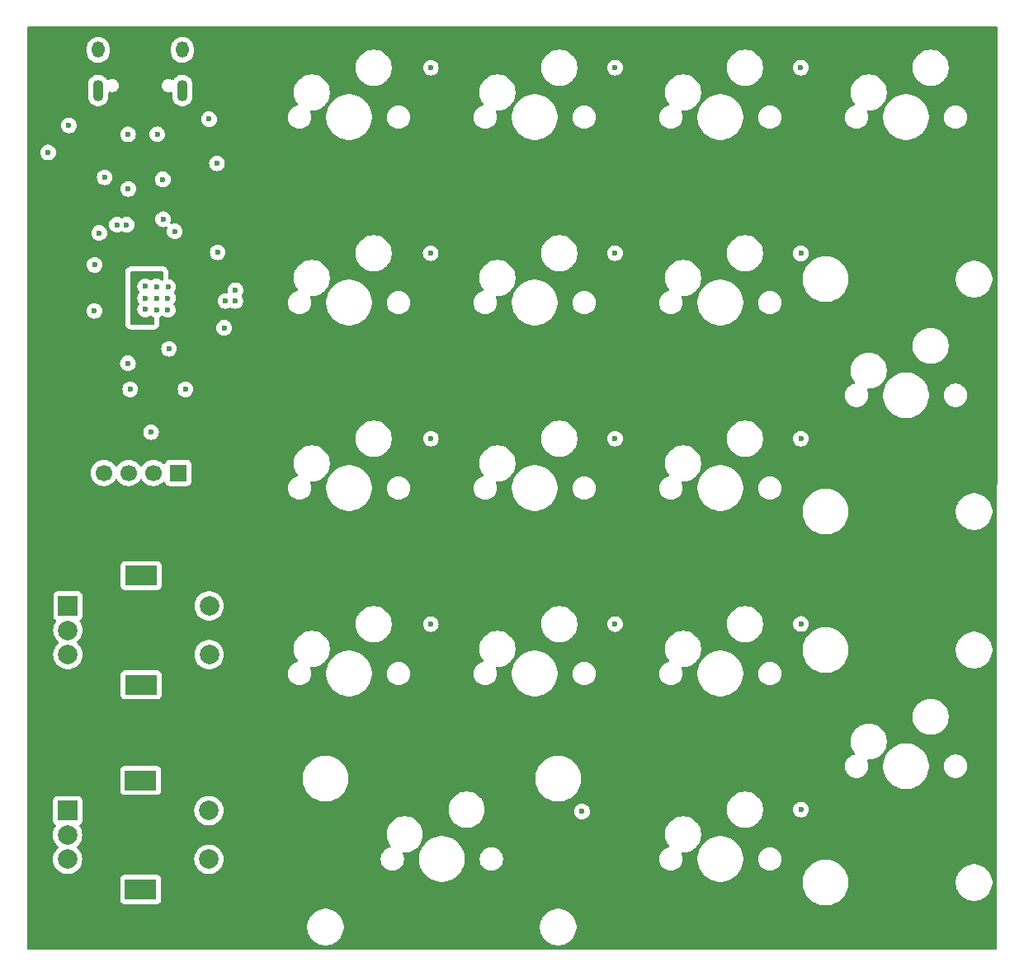
<source format=gbr>
%TF.GenerationSoftware,KiCad,Pcbnew,8.0.4*%
%TF.CreationDate,2024-08-20T22:26:34+10:00*%
%TF.ProjectId,banana17_main,62616e61-6e61-4313-975f-6d61696e2e6b,rev?*%
%TF.SameCoordinates,Original*%
%TF.FileFunction,Copper,L3,Inr*%
%TF.FilePolarity,Positive*%
%FSLAX46Y46*%
G04 Gerber Fmt 4.6, Leading zero omitted, Abs format (unit mm)*
G04 Created by KiCad (PCBNEW 8.0.4) date 2024-08-20 22:26:34*
%MOMM*%
%LPD*%
G01*
G04 APERTURE LIST*
%TA.AperFunction,ComponentPad*%
%ADD10C,2.000000*%
%TD*%
%TA.AperFunction,ComponentPad*%
%ADD11R,3.200000X2.000000*%
%TD*%
%TA.AperFunction,ComponentPad*%
%ADD12R,2.000000X2.000000*%
%TD*%
%TA.AperFunction,ComponentPad*%
%ADD13C,1.700000*%
%TD*%
%TA.AperFunction,ComponentPad*%
%ADD14R,1.700000X1.700000*%
%TD*%
%TA.AperFunction,ComponentPad*%
%ADD15O,1.100000X2.200000*%
%TD*%
%TA.AperFunction,ComponentPad*%
%ADD16O,1.300000X1.700000*%
%TD*%
%TA.AperFunction,ViaPad*%
%ADD17C,0.600000*%
%TD*%
G04 APERTURE END LIST*
D10*
%TO.N,ROW5*%
%TO.C,ENC2*%
X111830000Y-135550000D03*
%TO.N,Net-(ENC_D2-A)*%
X111830000Y-140550000D03*
D11*
%TO.N,N/C*%
X104830000Y-143650000D03*
X104830000Y-132450000D03*
D10*
%TO.N,GND*%
X97330000Y-138050000D03*
%TO.N,ENC2_B*%
X97330000Y-140550000D03*
D12*
%TO.N,ENC2_A*%
X97330000Y-135550000D03*
%TD*%
%TO.N,ENC1_A*%
%TO.C,ENC1*%
X97360000Y-114520000D03*
D10*
%TO.N,ENC1_B*%
X97360000Y-119520000D03*
%TO.N,GND*%
X97360000Y-117020000D03*
D11*
%TO.N,N/C*%
X104860000Y-111420000D03*
X104860000Y-122620000D03*
D10*
%TO.N,Net-(ENC_D1-A)*%
X111860000Y-119520000D03*
%TO.N,COL0*%
X111860000Y-114520000D03*
%TD*%
D13*
%TO.N,OLED_SDA*%
%TO.C,U3*%
X101049314Y-100858200D03*
%TO.N,OLED_SCL*%
X103589314Y-100858200D03*
%TO.N,VBUS*%
X106129314Y-100858200D03*
D14*
%TO.N,GND*%
X108669314Y-100858200D03*
%TD*%
D15*
%TO.N,GND*%
%TO.C,J1*%
X109110000Y-61593200D03*
D16*
X109110000Y-57413200D03*
D15*
X100470000Y-61593200D03*
D16*
X100470000Y-57413200D03*
%TD*%
D17*
%TO.N,GND*%
X113390000Y-85963200D03*
X107110000Y-70713200D03*
X105895547Y-96673410D03*
X103557500Y-71688200D03*
X95329426Y-67951543D03*
X111850000Y-64523200D03*
X107645000Y-81758200D03*
X97458650Y-65174560D03*
X105295000Y-81708200D03*
X103520000Y-89608200D03*
X105295000Y-82908200D03*
X100581157Y-76227202D03*
X112740000Y-78213200D03*
X103529270Y-66087828D03*
X103390000Y-75363200D03*
X106445000Y-84108200D03*
X107620000Y-82908200D03*
X102390000Y-75363200D03*
X100109030Y-79500812D03*
X107620000Y-84108200D03*
X100074066Y-84222490D03*
X112660000Y-69073200D03*
X106530706Y-66075700D03*
X106445000Y-82933200D03*
X105295000Y-84083200D03*
X103760898Y-92286114D03*
X108323058Y-76046258D03*
X106445000Y-81733200D03*
X107130000Y-74813200D03*
X107745000Y-88113200D03*
X109439831Y-92282357D03*
%TO.N,+1V1*%
X104680000Y-80573200D03*
X106677612Y-80586627D03*
X105881741Y-85167329D03*
%TO.N,+3V3*%
X99308581Y-75651395D03*
X102078988Y-80297610D03*
X106190000Y-75643200D03*
X103840000Y-78363200D03*
X99303459Y-72757352D03*
X101380365Y-78170082D03*
X98592127Y-65211215D03*
X99309719Y-69461823D03*
X102390000Y-78163200D03*
X101211095Y-82812483D03*
X112240000Y-79863200D03*
X105940000Y-89913200D03*
X101240000Y-79513200D03*
X107099740Y-73571591D03*
X108850389Y-73443519D03*
X111325000Y-83898200D03*
%TO.N,VBUS*%
X101140000Y-70513200D03*
%TO.N,COL1*%
X134600000Y-59242193D03*
X114565968Y-82098200D03*
X134588887Y-78290753D03*
X134600000Y-97340658D03*
X134600000Y-116387498D03*
%TO.N,COL2*%
X153498451Y-59239807D03*
X153509376Y-116387484D03*
X153498409Y-97345459D03*
X153498451Y-78289504D03*
X150110000Y-135640000D03*
X114540000Y-83213200D03*
%TO.N,COL3*%
X172570000Y-78320000D03*
X113540000Y-83213200D03*
X172580000Y-135440000D03*
X172580000Y-116380000D03*
X172570000Y-97340602D03*
X172560000Y-59240000D03*
%TD*%
%TA.AperFunction,Conductor*%
%TO.N,+1V1*%
G36*
X107093039Y-80162885D02*
G01*
X107138794Y-80215689D01*
X107150000Y-80267200D01*
X107150000Y-81007573D01*
X107130315Y-81074612D01*
X107077511Y-81120367D01*
X107008353Y-81130311D01*
X106953471Y-81106590D01*
X106953158Y-81107089D01*
X106949924Y-81105057D01*
X106948693Y-81104525D01*
X106947263Y-81103385D01*
X106947262Y-81103384D01*
X106890496Y-81067715D01*
X106794523Y-81007411D01*
X106624254Y-80947831D01*
X106624249Y-80947830D01*
X106445004Y-80927635D01*
X106444996Y-80927635D01*
X106265750Y-80947830D01*
X106265745Y-80947831D01*
X106095476Y-81007411D01*
X105952480Y-81097262D01*
X105885243Y-81116262D01*
X105818408Y-81095894D01*
X105798827Y-81079949D01*
X105797262Y-81078384D01*
X105644523Y-80982411D01*
X105474254Y-80922831D01*
X105474249Y-80922830D01*
X105295004Y-80902635D01*
X105294996Y-80902635D01*
X105115750Y-80922830D01*
X105115745Y-80922831D01*
X104945476Y-80982411D01*
X104792737Y-81078384D01*
X104665184Y-81205937D01*
X104569211Y-81358676D01*
X104509631Y-81528945D01*
X104509630Y-81528950D01*
X104489435Y-81708196D01*
X104489435Y-81708203D01*
X104509630Y-81887449D01*
X104509631Y-81887454D01*
X104569211Y-82057723D01*
X104665184Y-82210462D01*
X104675241Y-82220519D01*
X104708726Y-82281842D01*
X104703742Y-82351534D01*
X104675241Y-82395881D01*
X104665184Y-82405937D01*
X104569211Y-82558676D01*
X104509631Y-82728945D01*
X104509630Y-82728950D01*
X104489435Y-82908196D01*
X104489435Y-82908203D01*
X104509630Y-83087449D01*
X104509631Y-83087454D01*
X104569211Y-83257723D01*
X104665184Y-83410462D01*
X104669525Y-83415905D01*
X104667798Y-83417281D01*
X104696226Y-83469342D01*
X104691242Y-83539034D01*
X104668390Y-83574590D01*
X104669525Y-83575495D01*
X104665184Y-83580937D01*
X104569211Y-83733676D01*
X104509631Y-83903945D01*
X104509630Y-83903950D01*
X104489435Y-84083196D01*
X104489435Y-84083203D01*
X104509630Y-84262449D01*
X104509631Y-84262454D01*
X104569211Y-84432723D01*
X104665184Y-84585462D01*
X104792738Y-84713016D01*
X104945478Y-84808989D01*
X105016924Y-84833989D01*
X105115745Y-84868568D01*
X105115750Y-84868569D01*
X105294996Y-84888765D01*
X105295000Y-84888765D01*
X105295004Y-84888765D01*
X105474249Y-84868569D01*
X105474252Y-84868568D01*
X105474255Y-84868568D01*
X105644522Y-84808989D01*
X105787519Y-84719137D01*
X105854755Y-84700137D01*
X105921590Y-84720504D01*
X105941172Y-84736450D01*
X105942738Y-84738016D01*
X106055689Y-84808988D01*
X106095478Y-84833989D01*
X106186954Y-84865998D01*
X106243731Y-84906720D01*
X106269478Y-84971673D01*
X106270000Y-84983040D01*
X106270000Y-85499200D01*
X106250315Y-85566239D01*
X106197511Y-85611994D01*
X106146000Y-85623200D01*
X103864227Y-85623200D01*
X103797188Y-85603515D01*
X103751433Y-85550711D01*
X103740227Y-85498974D01*
X103748259Y-81097262D01*
X103749774Y-80266973D01*
X103769581Y-80199970D01*
X103822468Y-80154312D01*
X103873774Y-80143200D01*
X107026000Y-80143200D01*
X107093039Y-80162885D01*
G37*
%TD.AperFunction*%
%TD*%
%TA.AperFunction,Conductor*%
%TO.N,+3V3*%
G36*
X192595434Y-54990461D02*
G01*
X192662470Y-55010152D01*
X192708220Y-55062961D01*
X192719420Y-55114487D01*
X192699578Y-149725487D01*
X192679879Y-149792522D01*
X192627066Y-149838266D01*
X192575566Y-149849461D01*
X93324566Y-149839537D01*
X93257528Y-149819846D01*
X93211778Y-149767037D01*
X93200578Y-149715511D01*
X93201067Y-147382145D01*
X121920500Y-147382145D01*
X121920500Y-147627854D01*
X121920501Y-147627871D01*
X121952572Y-147871477D01*
X122016171Y-148108831D01*
X122110199Y-148335837D01*
X122110206Y-148335852D01*
X122233065Y-148548650D01*
X122382650Y-148743594D01*
X122382656Y-148743601D01*
X122556398Y-148917343D01*
X122556405Y-148917349D01*
X122751349Y-149066934D01*
X122964147Y-149189793D01*
X122964162Y-149189800D01*
X123061993Y-149230322D01*
X123191169Y-149283829D01*
X123428519Y-149347427D01*
X123672139Y-149379500D01*
X123672146Y-149379500D01*
X123917854Y-149379500D01*
X123917861Y-149379500D01*
X124161481Y-149347427D01*
X124398831Y-149283829D01*
X124625849Y-149189795D01*
X124838651Y-149066934D01*
X125033596Y-148917348D01*
X125207348Y-148743596D01*
X125356934Y-148548651D01*
X125479795Y-148335849D01*
X125573829Y-148108831D01*
X125637427Y-147871481D01*
X125669500Y-147627861D01*
X125669500Y-147382145D01*
X145796500Y-147382145D01*
X145796500Y-147627854D01*
X145796501Y-147627871D01*
X145828572Y-147871477D01*
X145892171Y-148108831D01*
X145986199Y-148335837D01*
X145986206Y-148335852D01*
X146109065Y-148548650D01*
X146258650Y-148743594D01*
X146258656Y-148743601D01*
X146432398Y-148917343D01*
X146432405Y-148917349D01*
X146627349Y-149066934D01*
X146840147Y-149189793D01*
X146840162Y-149189800D01*
X146937993Y-149230322D01*
X147067169Y-149283829D01*
X147304519Y-149347427D01*
X147548139Y-149379500D01*
X147548146Y-149379500D01*
X147793854Y-149379500D01*
X147793861Y-149379500D01*
X148037481Y-149347427D01*
X148274831Y-149283829D01*
X148501849Y-149189795D01*
X148714651Y-149066934D01*
X148909596Y-148917348D01*
X149083348Y-148743596D01*
X149232934Y-148548651D01*
X149355795Y-148335849D01*
X149449829Y-148108831D01*
X149513427Y-147871481D01*
X149545500Y-147627861D01*
X149545500Y-147382139D01*
X149513427Y-147138519D01*
X149449829Y-146901169D01*
X149355795Y-146674151D01*
X149232934Y-146461349D01*
X149083348Y-146266404D01*
X149083343Y-146266398D01*
X148909601Y-146092656D01*
X148909594Y-146092650D01*
X148714650Y-145943065D01*
X148501852Y-145820206D01*
X148501837Y-145820199D01*
X148274831Y-145726171D01*
X148037477Y-145662572D01*
X147793871Y-145630501D01*
X147793866Y-145630500D01*
X147793861Y-145630500D01*
X147548139Y-145630500D01*
X147548133Y-145630500D01*
X147548128Y-145630501D01*
X147304522Y-145662572D01*
X147067168Y-145726171D01*
X146840162Y-145820199D01*
X146840147Y-145820206D01*
X146627349Y-145943065D01*
X146432405Y-146092650D01*
X146432398Y-146092656D01*
X146258656Y-146266398D01*
X146258650Y-146266405D01*
X146109065Y-146461349D01*
X145986206Y-146674147D01*
X145986199Y-146674162D01*
X145892171Y-146901168D01*
X145828572Y-147138522D01*
X145796501Y-147382128D01*
X145796500Y-147382145D01*
X125669500Y-147382145D01*
X125669500Y-147382139D01*
X125637427Y-147138519D01*
X125573829Y-146901169D01*
X125479795Y-146674151D01*
X125356934Y-146461349D01*
X125207348Y-146266404D01*
X125207343Y-146266398D01*
X125033601Y-146092656D01*
X125033594Y-146092650D01*
X124838650Y-145943065D01*
X124625852Y-145820206D01*
X124625837Y-145820199D01*
X124398831Y-145726171D01*
X124161477Y-145662572D01*
X123917871Y-145630501D01*
X123917866Y-145630500D01*
X123917861Y-145630500D01*
X123672139Y-145630500D01*
X123672133Y-145630500D01*
X123672128Y-145630501D01*
X123428522Y-145662572D01*
X123191168Y-145726171D01*
X122964162Y-145820199D01*
X122964147Y-145820206D01*
X122751349Y-145943065D01*
X122556405Y-146092650D01*
X122556398Y-146092656D01*
X122382656Y-146266398D01*
X122382650Y-146266405D01*
X122233065Y-146461349D01*
X122110206Y-146674147D01*
X122110199Y-146674162D01*
X122016171Y-146901168D01*
X121952572Y-147138522D01*
X121920501Y-147382128D01*
X121920500Y-147382145D01*
X93201067Y-147382145D01*
X93201216Y-146674147D01*
X93202070Y-142602135D01*
X102729500Y-142602135D01*
X102729500Y-144697870D01*
X102729501Y-144697876D01*
X102735908Y-144757483D01*
X102786202Y-144892328D01*
X102786206Y-144892335D01*
X102872452Y-145007544D01*
X102872455Y-145007547D01*
X102987664Y-145093793D01*
X102987671Y-145093797D01*
X103122517Y-145144091D01*
X103122516Y-145144091D01*
X103129444Y-145144835D01*
X103182127Y-145150500D01*
X106477872Y-145150499D01*
X106537483Y-145144091D01*
X106672331Y-145093796D01*
X106787546Y-145007546D01*
X106873796Y-144892331D01*
X106924091Y-144757483D01*
X106930500Y-144697873D01*
X106930499Y-142602128D01*
X106924091Y-142542517D01*
X106898340Y-142473476D01*
X106873797Y-142407671D01*
X106873793Y-142407664D01*
X106787547Y-142292455D01*
X106787544Y-142292452D01*
X106672335Y-142206206D01*
X106672328Y-142206202D01*
X106537482Y-142155908D01*
X106537483Y-142155908D01*
X106477883Y-142149501D01*
X106477881Y-142149500D01*
X106477873Y-142149500D01*
X106477864Y-142149500D01*
X103182129Y-142149500D01*
X103182123Y-142149501D01*
X103122516Y-142155908D01*
X102987671Y-142206202D01*
X102987664Y-142206206D01*
X102872455Y-142292452D01*
X102872452Y-142292455D01*
X102786206Y-142407664D01*
X102786202Y-142407671D01*
X102735908Y-142542517D01*
X102729501Y-142602116D01*
X102729501Y-142602123D01*
X102729500Y-142602135D01*
X93202070Y-142602135D01*
X93203025Y-138049994D01*
X95824357Y-138049994D01*
X95824357Y-138050005D01*
X95844890Y-138297812D01*
X95844892Y-138297824D01*
X95905936Y-138538881D01*
X96005826Y-138766606D01*
X96141833Y-138974782D01*
X96141836Y-138974785D01*
X96310256Y-139157738D01*
X96367312Y-139202147D01*
X96408125Y-139258857D01*
X96411800Y-139328630D01*
X96377169Y-139389313D01*
X96367317Y-139397848D01*
X96356049Y-139406620D01*
X96310257Y-139442261D01*
X96141833Y-139625217D01*
X96005826Y-139833393D01*
X95905936Y-140061118D01*
X95844892Y-140302175D01*
X95844890Y-140302187D01*
X95824357Y-140549994D01*
X95824357Y-140550005D01*
X95844890Y-140797812D01*
X95844892Y-140797824D01*
X95905936Y-141038881D01*
X96005826Y-141266606D01*
X96141833Y-141474782D01*
X96141836Y-141474785D01*
X96310256Y-141657738D01*
X96506491Y-141810474D01*
X96725190Y-141928828D01*
X96960386Y-142009571D01*
X97205665Y-142050500D01*
X97454335Y-142050500D01*
X97699614Y-142009571D01*
X97934810Y-141928828D01*
X98153509Y-141810474D01*
X98349744Y-141657738D01*
X98518164Y-141474785D01*
X98654173Y-141266607D01*
X98754063Y-141038881D01*
X98815108Y-140797821D01*
X98815109Y-140797812D01*
X98835643Y-140550005D01*
X98835643Y-140549994D01*
X110324357Y-140549994D01*
X110324357Y-140550005D01*
X110344890Y-140797812D01*
X110344892Y-140797824D01*
X110405936Y-141038881D01*
X110505826Y-141266606D01*
X110641833Y-141474782D01*
X110641836Y-141474785D01*
X110810256Y-141657738D01*
X111006491Y-141810474D01*
X111225190Y-141928828D01*
X111460386Y-142009571D01*
X111705665Y-142050500D01*
X111954335Y-142050500D01*
X112199614Y-142009571D01*
X112434810Y-141928828D01*
X112653509Y-141810474D01*
X112849744Y-141657738D01*
X113018164Y-141474785D01*
X113154173Y-141266607D01*
X113254063Y-141038881D01*
X113315108Y-140797821D01*
X113315109Y-140797812D01*
X113335643Y-140550005D01*
X113335643Y-140549994D01*
X113325322Y-140425442D01*
X129451600Y-140425442D01*
X129451600Y-140614557D01*
X129481181Y-140801325D01*
X129481182Y-140801329D01*
X129539081Y-140979523D01*
X129539620Y-140981180D01*
X129625470Y-141149670D01*
X129637774Y-141166605D01*
X129736623Y-141302660D01*
X129870340Y-141436377D01*
X130023329Y-141547529D01*
X130191822Y-141633381D01*
X130371671Y-141691818D01*
X130441712Y-141702911D01*
X130558443Y-141721400D01*
X130558448Y-141721400D01*
X130747557Y-141721400D01*
X130851317Y-141704965D01*
X130934329Y-141691818D01*
X131114178Y-141633381D01*
X131282671Y-141547529D01*
X131435660Y-141436377D01*
X131569377Y-141302660D01*
X131680529Y-141149671D01*
X131766381Y-140981178D01*
X131824818Y-140801329D01*
X131839559Y-140708254D01*
X131854400Y-140614557D01*
X131854400Y-140425442D01*
X131845038Y-140366332D01*
X133388600Y-140366332D01*
X133388600Y-140673667D01*
X133408638Y-140825861D01*
X133428714Y-140978351D01*
X133505952Y-141266607D01*
X133508254Y-141275199D01*
X133508257Y-141275209D01*
X133609925Y-141520656D01*
X133625860Y-141559126D01*
X133779520Y-141825273D01*
X133779522Y-141825276D01*
X133779523Y-141825277D01*
X133966603Y-142069085D01*
X133966609Y-142069092D01*
X134183907Y-142286390D01*
X134183914Y-142286396D01*
X134239656Y-142329168D01*
X134427727Y-142473480D01*
X134693874Y-142627140D01*
X134977800Y-142744746D01*
X135274649Y-142824286D01*
X135579340Y-142864400D01*
X135579347Y-142864400D01*
X135886653Y-142864400D01*
X135886660Y-142864400D01*
X136191351Y-142824286D01*
X136488200Y-142744746D01*
X136772126Y-142627140D01*
X137038273Y-142473480D01*
X137282087Y-142286395D01*
X137499395Y-142069087D01*
X137686480Y-141825273D01*
X137840140Y-141559126D01*
X137957746Y-141275200D01*
X138037286Y-140978351D01*
X138077400Y-140673660D01*
X138077400Y-140425442D01*
X139611600Y-140425442D01*
X139611600Y-140614557D01*
X139641181Y-140801325D01*
X139641182Y-140801329D01*
X139699081Y-140979523D01*
X139699620Y-140981180D01*
X139785470Y-141149670D01*
X139797774Y-141166605D01*
X139896623Y-141302660D01*
X140030340Y-141436377D01*
X140183329Y-141547529D01*
X140351822Y-141633381D01*
X140531671Y-141691818D01*
X140601712Y-141702911D01*
X140718443Y-141721400D01*
X140718448Y-141721400D01*
X140907557Y-141721400D01*
X141011317Y-141704965D01*
X141094329Y-141691818D01*
X141274178Y-141633381D01*
X141442671Y-141547529D01*
X141595660Y-141436377D01*
X141729377Y-141302660D01*
X141840529Y-141149671D01*
X141926381Y-140981178D01*
X141984818Y-140801329D01*
X141999559Y-140708254D01*
X142014400Y-140614557D01*
X142014400Y-140425442D01*
X158026600Y-140425442D01*
X158026600Y-140614557D01*
X158056181Y-140801325D01*
X158056182Y-140801329D01*
X158114081Y-140979523D01*
X158114620Y-140981180D01*
X158200470Y-141149670D01*
X158212774Y-141166605D01*
X158311623Y-141302660D01*
X158445340Y-141436377D01*
X158598329Y-141547529D01*
X158766822Y-141633381D01*
X158946671Y-141691818D01*
X159016712Y-141702911D01*
X159133443Y-141721400D01*
X159133448Y-141721400D01*
X159322557Y-141721400D01*
X159426317Y-141704965D01*
X159509329Y-141691818D01*
X159689178Y-141633381D01*
X159857671Y-141547529D01*
X160010660Y-141436377D01*
X160144377Y-141302660D01*
X160255529Y-141149671D01*
X160341381Y-140981178D01*
X160399818Y-140801329D01*
X160414559Y-140708254D01*
X160429400Y-140614557D01*
X160429400Y-140425442D01*
X160420038Y-140366332D01*
X161963600Y-140366332D01*
X161963600Y-140673667D01*
X161983638Y-140825861D01*
X162003714Y-140978351D01*
X162080952Y-141266607D01*
X162083254Y-141275199D01*
X162083257Y-141275209D01*
X162184925Y-141520656D01*
X162200860Y-141559126D01*
X162354520Y-141825273D01*
X162354522Y-141825276D01*
X162354523Y-141825277D01*
X162541603Y-142069085D01*
X162541609Y-142069092D01*
X162758907Y-142286390D01*
X162758914Y-142286396D01*
X162814656Y-142329168D01*
X163002727Y-142473480D01*
X163268874Y-142627140D01*
X163552800Y-142744746D01*
X163849649Y-142824286D01*
X164154340Y-142864400D01*
X164154347Y-142864400D01*
X164461653Y-142864400D01*
X164461660Y-142864400D01*
X164766351Y-142824286D01*
X164934123Y-142779332D01*
X172758600Y-142779332D01*
X172758600Y-143086667D01*
X172786618Y-143299477D01*
X172798714Y-143391351D01*
X172798715Y-143391353D01*
X172878254Y-143688199D01*
X172878257Y-143688209D01*
X172995857Y-143972119D01*
X172995861Y-143972128D01*
X173023983Y-144020836D01*
X173149520Y-144238273D01*
X173149522Y-144238276D01*
X173149523Y-144238277D01*
X173336603Y-144482085D01*
X173336609Y-144482092D01*
X173553907Y-144699390D01*
X173553913Y-144699395D01*
X173797727Y-144886480D01*
X174063874Y-145040140D01*
X174283472Y-145131100D01*
X174330306Y-145150500D01*
X174347800Y-145157746D01*
X174644649Y-145237286D01*
X174949340Y-145277400D01*
X174949347Y-145277400D01*
X175256653Y-145277400D01*
X175256660Y-145277400D01*
X175561351Y-145237286D01*
X175858200Y-145157746D01*
X176142126Y-145040140D01*
X176408273Y-144886480D01*
X176652087Y-144699395D01*
X176869395Y-144482087D01*
X177056480Y-144238273D01*
X177210140Y-143972126D01*
X177327746Y-143688200D01*
X177407286Y-143391351D01*
X177447400Y-143086660D01*
X177447400Y-142810145D01*
X188468500Y-142810145D01*
X188468500Y-143055854D01*
X188468501Y-143055871D01*
X188500572Y-143299477D01*
X188564171Y-143536831D01*
X188658199Y-143763837D01*
X188658206Y-143763852D01*
X188781065Y-143976650D01*
X188930650Y-144171594D01*
X188930656Y-144171601D01*
X189104398Y-144345343D01*
X189104405Y-144345349D01*
X189299349Y-144494934D01*
X189512147Y-144617793D01*
X189512162Y-144617800D01*
X189609993Y-144658322D01*
X189739169Y-144711829D01*
X189976519Y-144775427D01*
X190220139Y-144807500D01*
X190220146Y-144807500D01*
X190465854Y-144807500D01*
X190465861Y-144807500D01*
X190709481Y-144775427D01*
X190946831Y-144711829D01*
X191173849Y-144617795D01*
X191386651Y-144494934D01*
X191581596Y-144345348D01*
X191755348Y-144171596D01*
X191904934Y-143976651D01*
X192027795Y-143763849D01*
X192121829Y-143536831D01*
X192185427Y-143299481D01*
X192217500Y-143055861D01*
X192217500Y-142810139D01*
X192185427Y-142566519D01*
X192121829Y-142329169D01*
X192059126Y-142177790D01*
X192027800Y-142102162D01*
X192027793Y-142102147D01*
X191904934Y-141889349D01*
X191755349Y-141694405D01*
X191755343Y-141694398D01*
X191581601Y-141520656D01*
X191581594Y-141520650D01*
X191386650Y-141371065D01*
X191173852Y-141248206D01*
X191173837Y-141248199D01*
X190946831Y-141154171D01*
X190709477Y-141090572D01*
X190465871Y-141058501D01*
X190465866Y-141058500D01*
X190465861Y-141058500D01*
X190220139Y-141058500D01*
X190220133Y-141058500D01*
X190220128Y-141058501D01*
X189976522Y-141090572D01*
X189739168Y-141154171D01*
X189512162Y-141248199D01*
X189512147Y-141248206D01*
X189299349Y-141371065D01*
X189104405Y-141520650D01*
X189104398Y-141520656D01*
X188930656Y-141694398D01*
X188930650Y-141694405D01*
X188781065Y-141889349D01*
X188658206Y-142102147D01*
X188658199Y-142102162D01*
X188564171Y-142329168D01*
X188500572Y-142566522D01*
X188468501Y-142810128D01*
X188468500Y-142810145D01*
X177447400Y-142810145D01*
X177447400Y-142779340D01*
X177407286Y-142474649D01*
X177327746Y-142177800D01*
X177318678Y-142155909D01*
X177296411Y-142102151D01*
X177210140Y-141893874D01*
X177056480Y-141627727D01*
X176974322Y-141520656D01*
X176869396Y-141383914D01*
X176869390Y-141383907D01*
X176652092Y-141166609D01*
X176652085Y-141166603D01*
X176408277Y-140979523D01*
X176408276Y-140979522D01*
X176408273Y-140979520D01*
X176142126Y-140825860D01*
X176082903Y-140801329D01*
X175858209Y-140708257D01*
X175858202Y-140708255D01*
X175858200Y-140708254D01*
X175561351Y-140628714D01*
X175510430Y-140622010D01*
X175256667Y-140588600D01*
X175256660Y-140588600D01*
X174949340Y-140588600D01*
X174949332Y-140588600D01*
X174659316Y-140626782D01*
X174644649Y-140628714D01*
X174476881Y-140673667D01*
X174347800Y-140708254D01*
X174347790Y-140708257D01*
X174063880Y-140825857D01*
X174063871Y-140825861D01*
X173833379Y-140958936D01*
X173799768Y-140978342D01*
X173797722Y-140979523D01*
X173553914Y-141166603D01*
X173553907Y-141166609D01*
X173336609Y-141383907D01*
X173336603Y-141383914D01*
X173149523Y-141627722D01*
X172995861Y-141893871D01*
X172995857Y-141893880D01*
X172878257Y-142177790D01*
X172878254Y-142177800D01*
X172816663Y-142407664D01*
X172798715Y-142474646D01*
X172798713Y-142474657D01*
X172758600Y-142779332D01*
X164934123Y-142779332D01*
X165063200Y-142744746D01*
X165347126Y-142627140D01*
X165613273Y-142473480D01*
X165857087Y-142286395D01*
X166074395Y-142069087D01*
X166261480Y-141825273D01*
X166415140Y-141559126D01*
X166532746Y-141275200D01*
X166612286Y-140978351D01*
X166652400Y-140673660D01*
X166652400Y-140425442D01*
X168186600Y-140425442D01*
X168186600Y-140614557D01*
X168216181Y-140801325D01*
X168216182Y-140801329D01*
X168274081Y-140979523D01*
X168274620Y-140981180D01*
X168360470Y-141149670D01*
X168372774Y-141166605D01*
X168471623Y-141302660D01*
X168605340Y-141436377D01*
X168758329Y-141547529D01*
X168926822Y-141633381D01*
X169106671Y-141691818D01*
X169176712Y-141702911D01*
X169293443Y-141721400D01*
X169293448Y-141721400D01*
X169482557Y-141721400D01*
X169586317Y-141704965D01*
X169669329Y-141691818D01*
X169849178Y-141633381D01*
X170017671Y-141547529D01*
X170170660Y-141436377D01*
X170304377Y-141302660D01*
X170415529Y-141149671D01*
X170501381Y-140981178D01*
X170559818Y-140801329D01*
X170574559Y-140708254D01*
X170589400Y-140614557D01*
X170589400Y-140425442D01*
X170559818Y-140238674D01*
X170559818Y-140238671D01*
X170501381Y-140058822D01*
X170415529Y-139890329D01*
X170304377Y-139737340D01*
X170170660Y-139603623D01*
X170017670Y-139492470D01*
X169849180Y-139406620D01*
X169849179Y-139406619D01*
X169849178Y-139406619D01*
X169669329Y-139348182D01*
X169669327Y-139348181D01*
X169669325Y-139348181D01*
X169482557Y-139318600D01*
X169482552Y-139318600D01*
X169293448Y-139318600D01*
X169293443Y-139318600D01*
X169106674Y-139348181D01*
X168926819Y-139406620D01*
X168758329Y-139492470D01*
X168605339Y-139603623D01*
X168471623Y-139737339D01*
X168360470Y-139890329D01*
X168274620Y-140058819D01*
X168216181Y-140238674D01*
X168186600Y-140425442D01*
X166652400Y-140425442D01*
X166652400Y-140366340D01*
X166612286Y-140061649D01*
X166532746Y-139764800D01*
X166415140Y-139480874D01*
X166261480Y-139214727D01*
X166074395Y-138970913D01*
X166074390Y-138970907D01*
X165857092Y-138753609D01*
X165857085Y-138753603D01*
X165613277Y-138566523D01*
X165613276Y-138566522D01*
X165613273Y-138566520D01*
X165347126Y-138412860D01*
X165347119Y-138412857D01*
X165063209Y-138295257D01*
X165063202Y-138295255D01*
X165063200Y-138295254D01*
X164766351Y-138215714D01*
X164715430Y-138209010D01*
X164461667Y-138175600D01*
X164461660Y-138175600D01*
X164154340Y-138175600D01*
X164154332Y-138175600D01*
X163864316Y-138213782D01*
X163849649Y-138215714D01*
X163552800Y-138295254D01*
X163552790Y-138295257D01*
X163268880Y-138412857D01*
X163268871Y-138412861D01*
X163002722Y-138566523D01*
X162758914Y-138753603D01*
X162758907Y-138753609D01*
X162541609Y-138970907D01*
X162541603Y-138970914D01*
X162354523Y-139214722D01*
X162200861Y-139480871D01*
X162200857Y-139480880D01*
X162083257Y-139764790D01*
X162083254Y-139764800D01*
X162004472Y-140058822D01*
X162003715Y-140061646D01*
X162003713Y-140061657D01*
X161963600Y-140366332D01*
X160420038Y-140366332D01*
X160399818Y-140238674D01*
X160399818Y-140238671D01*
X160341381Y-140058822D01*
X160316910Y-140010795D01*
X160304014Y-139942126D01*
X160330290Y-139877385D01*
X160387397Y-139837128D01*
X160427395Y-139830500D01*
X160619289Y-139830500D01*
X160667388Y-139824167D01*
X160859789Y-139798838D01*
X161094100Y-139736054D01*
X161318212Y-139643224D01*
X161528289Y-139521936D01*
X161720738Y-139374265D01*
X161892265Y-139202738D01*
X162039936Y-139010289D01*
X162161224Y-138800212D01*
X162254054Y-138576100D01*
X162316838Y-138341789D01*
X162348500Y-138101288D01*
X162348500Y-137858712D01*
X162316838Y-137618211D01*
X162254054Y-137383900D01*
X162161224Y-137159788D01*
X162039936Y-136949711D01*
X161933096Y-136810474D01*
X161892266Y-136757263D01*
X161892260Y-136757256D01*
X161720743Y-136585739D01*
X161720736Y-136585733D01*
X161528293Y-136438067D01*
X161528292Y-136438066D01*
X161528289Y-136438064D01*
X161318212Y-136316776D01*
X161318205Y-136316773D01*
X161094104Y-136223947D01*
X160859785Y-136161161D01*
X160619289Y-136129500D01*
X160619288Y-136129500D01*
X160376712Y-136129500D01*
X160376711Y-136129500D01*
X160136214Y-136161161D01*
X159901895Y-136223947D01*
X159677794Y-136316773D01*
X159677785Y-136316777D01*
X159467706Y-136438067D01*
X159275263Y-136585733D01*
X159275256Y-136585739D01*
X159103739Y-136757256D01*
X159103733Y-136757263D01*
X158956067Y-136949706D01*
X158834777Y-137159785D01*
X158834773Y-137159794D01*
X158741947Y-137383895D01*
X158679161Y-137618214D01*
X158647500Y-137858711D01*
X158647500Y-138101288D01*
X158679161Y-138341785D01*
X158741947Y-138576104D01*
X158815470Y-138753603D01*
X158834776Y-138800212D01*
X158956064Y-139010289D01*
X158956066Y-139010292D01*
X158956067Y-139010293D01*
X159059343Y-139144886D01*
X159084537Y-139210055D01*
X159070498Y-139278500D01*
X159021684Y-139328490D01*
X158980366Y-139342845D01*
X158946673Y-139348181D01*
X158766819Y-139406620D01*
X158598329Y-139492470D01*
X158445339Y-139603623D01*
X158311623Y-139737339D01*
X158200470Y-139890329D01*
X158114620Y-140058819D01*
X158056181Y-140238674D01*
X158026600Y-140425442D01*
X142014400Y-140425442D01*
X141984818Y-140238674D01*
X141984818Y-140238671D01*
X141926381Y-140058822D01*
X141840529Y-139890329D01*
X141729377Y-139737340D01*
X141595660Y-139603623D01*
X141442670Y-139492470D01*
X141274180Y-139406620D01*
X141274179Y-139406619D01*
X141274178Y-139406619D01*
X141094329Y-139348182D01*
X141094327Y-139348181D01*
X141094325Y-139348181D01*
X140907557Y-139318600D01*
X140907552Y-139318600D01*
X140718448Y-139318600D01*
X140718443Y-139318600D01*
X140531674Y-139348181D01*
X140351819Y-139406620D01*
X140183329Y-139492470D01*
X140030339Y-139603623D01*
X139896623Y-139737339D01*
X139785470Y-139890329D01*
X139699620Y-140058819D01*
X139641181Y-140238674D01*
X139611600Y-140425442D01*
X138077400Y-140425442D01*
X138077400Y-140366340D01*
X138037286Y-140061649D01*
X137957746Y-139764800D01*
X137840140Y-139480874D01*
X137686480Y-139214727D01*
X137499395Y-138970913D01*
X137499390Y-138970907D01*
X137282092Y-138753609D01*
X137282085Y-138753603D01*
X137038277Y-138566523D01*
X137038276Y-138566522D01*
X137038273Y-138566520D01*
X136772126Y-138412860D01*
X136772119Y-138412857D01*
X136488209Y-138295257D01*
X136488202Y-138295255D01*
X136488200Y-138295254D01*
X136191351Y-138215714D01*
X136140430Y-138209010D01*
X135886667Y-138175600D01*
X135886660Y-138175600D01*
X135579340Y-138175600D01*
X135579332Y-138175600D01*
X135289316Y-138213782D01*
X135274649Y-138215714D01*
X134977800Y-138295254D01*
X134977790Y-138295257D01*
X134693880Y-138412857D01*
X134693871Y-138412861D01*
X134427722Y-138566523D01*
X134183914Y-138753603D01*
X134183907Y-138753609D01*
X133966609Y-138970907D01*
X133966603Y-138970914D01*
X133779523Y-139214722D01*
X133625861Y-139480871D01*
X133625857Y-139480880D01*
X133508257Y-139764790D01*
X133508254Y-139764800D01*
X133429472Y-140058822D01*
X133428715Y-140061646D01*
X133428713Y-140061657D01*
X133388600Y-140366332D01*
X131845038Y-140366332D01*
X131824818Y-140238674D01*
X131824818Y-140238671D01*
X131766381Y-140058822D01*
X131741910Y-140010795D01*
X131729014Y-139942126D01*
X131755290Y-139877385D01*
X131812397Y-139837128D01*
X131852395Y-139830500D01*
X132044289Y-139830500D01*
X132092388Y-139824167D01*
X132284789Y-139798838D01*
X132519100Y-139736054D01*
X132743212Y-139643224D01*
X132953289Y-139521936D01*
X133145738Y-139374265D01*
X133317265Y-139202738D01*
X133464936Y-139010289D01*
X133586224Y-138800212D01*
X133679054Y-138576100D01*
X133741838Y-138341789D01*
X133773500Y-138101288D01*
X133773500Y-137858712D01*
X133741838Y-137618211D01*
X133679054Y-137383900D01*
X133586224Y-137159788D01*
X133464936Y-136949711D01*
X133358096Y-136810474D01*
X133317266Y-136757263D01*
X133317260Y-136757256D01*
X133145743Y-136585739D01*
X133145736Y-136585733D01*
X132953293Y-136438067D01*
X132953292Y-136438066D01*
X132953289Y-136438064D01*
X132743212Y-136316776D01*
X132743205Y-136316773D01*
X132519104Y-136223947D01*
X132284785Y-136161161D01*
X132044289Y-136129500D01*
X132044288Y-136129500D01*
X131801712Y-136129500D01*
X131801711Y-136129500D01*
X131561214Y-136161161D01*
X131326895Y-136223947D01*
X131102794Y-136316773D01*
X131102785Y-136316777D01*
X130892706Y-136438067D01*
X130700263Y-136585733D01*
X130700256Y-136585739D01*
X130528739Y-136757256D01*
X130528733Y-136757263D01*
X130381067Y-136949706D01*
X130259777Y-137159785D01*
X130259773Y-137159794D01*
X130166947Y-137383895D01*
X130104161Y-137618214D01*
X130072500Y-137858711D01*
X130072500Y-138101288D01*
X130104161Y-138341785D01*
X130166947Y-138576104D01*
X130240470Y-138753603D01*
X130259776Y-138800212D01*
X130381064Y-139010289D01*
X130381066Y-139010292D01*
X130381067Y-139010293D01*
X130484343Y-139144886D01*
X130509537Y-139210055D01*
X130495498Y-139278500D01*
X130446684Y-139328490D01*
X130405366Y-139342845D01*
X130371673Y-139348181D01*
X130191819Y-139406620D01*
X130023329Y-139492470D01*
X129870339Y-139603623D01*
X129736623Y-139737339D01*
X129625470Y-139890329D01*
X129539620Y-140058819D01*
X129481181Y-140238674D01*
X129451600Y-140425442D01*
X113325322Y-140425442D01*
X113315109Y-140302187D01*
X113315107Y-140302175D01*
X113254063Y-140061118D01*
X113154173Y-139833393D01*
X113018166Y-139625217D01*
X112996557Y-139601744D01*
X112849744Y-139442262D01*
X112653509Y-139289526D01*
X112653507Y-139289525D01*
X112653506Y-139289524D01*
X112434811Y-139171172D01*
X112434802Y-139171169D01*
X112199616Y-139090429D01*
X111954335Y-139049500D01*
X111705665Y-139049500D01*
X111460383Y-139090429D01*
X111225197Y-139171169D01*
X111225188Y-139171172D01*
X111006493Y-139289524D01*
X110810257Y-139442261D01*
X110641833Y-139625217D01*
X110505826Y-139833393D01*
X110405936Y-140061118D01*
X110344892Y-140302175D01*
X110344890Y-140302187D01*
X110324357Y-140549994D01*
X98835643Y-140549994D01*
X98815109Y-140302187D01*
X98815107Y-140302175D01*
X98754063Y-140061118D01*
X98654173Y-139833393D01*
X98518166Y-139625217D01*
X98423085Y-139521932D01*
X98349744Y-139442262D01*
X98292685Y-139397851D01*
X98251874Y-139341143D01*
X98248199Y-139271370D01*
X98282830Y-139210687D01*
X98292675Y-139202156D01*
X98349744Y-139157738D01*
X98518164Y-138974785D01*
X98654173Y-138766607D01*
X98754063Y-138538881D01*
X98815108Y-138297821D01*
X98815109Y-138297812D01*
X98835643Y-138050005D01*
X98835643Y-138049994D01*
X98815109Y-137802187D01*
X98815107Y-137802175D01*
X98754063Y-137561118D01*
X98654173Y-137333393D01*
X98541916Y-137161570D01*
X98521729Y-137094681D01*
X98540909Y-137027495D01*
X98571414Y-136994482D01*
X98572329Y-136993796D01*
X98572331Y-136993796D01*
X98687546Y-136907546D01*
X98773796Y-136792331D01*
X98824091Y-136657483D01*
X98830500Y-136597873D01*
X98830499Y-135549994D01*
X110324357Y-135549994D01*
X110324357Y-135550005D01*
X110344890Y-135797807D01*
X110344892Y-135797824D01*
X110405936Y-136038881D01*
X110505826Y-136266606D01*
X110641833Y-136474782D01*
X110641836Y-136474785D01*
X110810256Y-136657738D01*
X111006491Y-136810474D01*
X111225190Y-136928828D01*
X111460386Y-137009571D01*
X111705665Y-137050500D01*
X111954335Y-137050500D01*
X112199614Y-137009571D01*
X112434810Y-136928828D01*
X112653509Y-136810474D01*
X112849744Y-136657738D01*
X113018164Y-136474785D01*
X113154173Y-136266607D01*
X113254063Y-136038881D01*
X113315108Y-135797821D01*
X113315108Y-135797815D01*
X113315110Y-135797807D01*
X113335643Y-135550005D01*
X113335643Y-135549994D01*
X113316478Y-135318711D01*
X136422500Y-135318711D01*
X136422500Y-135561288D01*
X136454161Y-135801785D01*
X136516947Y-136036104D01*
X136609773Y-136260205D01*
X136609777Y-136260214D01*
X136613468Y-136266607D01*
X136731064Y-136470289D01*
X136731066Y-136470292D01*
X136731067Y-136470293D01*
X136878733Y-136662736D01*
X136878739Y-136662743D01*
X137050256Y-136834260D01*
X137050262Y-136834265D01*
X137242711Y-136981936D01*
X137452788Y-137103224D01*
X137676900Y-137196054D01*
X137911211Y-137258838D01*
X138091586Y-137282584D01*
X138151711Y-137290500D01*
X138151712Y-137290500D01*
X138394289Y-137290500D01*
X138442388Y-137284167D01*
X138634789Y-137258838D01*
X138869100Y-137196054D01*
X139093212Y-137103224D01*
X139303289Y-136981936D01*
X139495738Y-136834265D01*
X139667265Y-136662738D01*
X139814936Y-136470289D01*
X139936224Y-136260212D01*
X140029054Y-136036100D01*
X140091838Y-135801789D01*
X140113138Y-135639996D01*
X149304435Y-135639996D01*
X149304435Y-135640003D01*
X149324630Y-135819249D01*
X149324631Y-135819254D01*
X149384211Y-135989523D01*
X149413480Y-136036104D01*
X149480184Y-136142262D01*
X149607738Y-136269816D01*
X149760478Y-136365789D01*
X149930745Y-136425368D01*
X149930750Y-136425369D01*
X150109996Y-136445565D01*
X150110000Y-136445565D01*
X150110004Y-136445565D01*
X150289249Y-136425369D01*
X150289252Y-136425368D01*
X150289255Y-136425368D01*
X150459522Y-136365789D01*
X150612262Y-136269816D01*
X150739816Y-136142262D01*
X150835789Y-135989522D01*
X150895368Y-135819255D01*
X150897336Y-135801789D01*
X150915565Y-135640003D01*
X150915565Y-135639996D01*
X150895369Y-135460750D01*
X150895368Y-135460745D01*
X150888108Y-135439996D01*
X150845668Y-135318711D01*
X164997500Y-135318711D01*
X164997500Y-135561288D01*
X165029161Y-135801785D01*
X165091947Y-136036104D01*
X165184773Y-136260205D01*
X165184777Y-136260214D01*
X165188468Y-136266607D01*
X165306064Y-136470289D01*
X165306066Y-136470292D01*
X165306067Y-136470293D01*
X165453733Y-136662736D01*
X165453739Y-136662743D01*
X165625256Y-136834260D01*
X165625262Y-136834265D01*
X165817711Y-136981936D01*
X166027788Y-137103224D01*
X166251900Y-137196054D01*
X166486211Y-137258838D01*
X166666586Y-137282584D01*
X166726711Y-137290500D01*
X166726712Y-137290500D01*
X166969289Y-137290500D01*
X167017388Y-137284167D01*
X167209789Y-137258838D01*
X167444100Y-137196054D01*
X167668212Y-137103224D01*
X167878289Y-136981936D01*
X168070738Y-136834265D01*
X168242265Y-136662738D01*
X168389936Y-136470289D01*
X168511224Y-136260212D01*
X168604054Y-136036100D01*
X168666838Y-135801789D01*
X168698500Y-135561288D01*
X168698500Y-135439996D01*
X171774435Y-135439996D01*
X171774435Y-135440003D01*
X171794630Y-135619249D01*
X171794631Y-135619254D01*
X171854211Y-135789523D01*
X171950184Y-135942262D01*
X172077738Y-136069816D01*
X172168080Y-136126582D01*
X172223112Y-136161161D01*
X172230478Y-136165789D01*
X172396681Y-136223946D01*
X172400745Y-136225368D01*
X172400750Y-136225369D01*
X172579996Y-136245565D01*
X172580000Y-136245565D01*
X172580004Y-136245565D01*
X172759249Y-136225369D01*
X172759252Y-136225368D01*
X172759255Y-136225368D01*
X172929522Y-136165789D01*
X173082262Y-136069816D01*
X173209816Y-135942262D01*
X173305789Y-135789522D01*
X173365368Y-135619255D01*
X173365369Y-135619249D01*
X173385565Y-135440003D01*
X173385565Y-135439996D01*
X173365369Y-135260750D01*
X173365368Y-135260745D01*
X173322326Y-135137738D01*
X173305789Y-135090478D01*
X173287341Y-135061119D01*
X173209815Y-134937737D01*
X173082262Y-134810184D01*
X172929523Y-134714211D01*
X172759254Y-134654631D01*
X172759249Y-134654630D01*
X172580004Y-134634435D01*
X172579996Y-134634435D01*
X172400750Y-134654630D01*
X172400745Y-134654631D01*
X172230476Y-134714211D01*
X172077737Y-134810184D01*
X171950184Y-134937737D01*
X171854211Y-135090476D01*
X171794631Y-135260745D01*
X171794630Y-135260750D01*
X171774435Y-135439996D01*
X168698500Y-135439996D01*
X168698500Y-135318712D01*
X168696324Y-135302187D01*
X168690584Y-135258586D01*
X168666838Y-135078211D01*
X168604054Y-134843900D01*
X168600133Y-134834435D01*
X168550335Y-134714211D01*
X168511224Y-134619788D01*
X168389936Y-134409711D01*
X168297715Y-134289526D01*
X168242266Y-134217263D01*
X168242260Y-134217256D01*
X168070743Y-134045739D01*
X168070736Y-134045733D01*
X167878293Y-133898067D01*
X167878292Y-133898066D01*
X167878289Y-133898064D01*
X167668212Y-133776776D01*
X167668205Y-133776773D01*
X167444104Y-133683947D01*
X167209785Y-133621161D01*
X166969289Y-133589500D01*
X166969288Y-133589500D01*
X166726712Y-133589500D01*
X166726711Y-133589500D01*
X166486214Y-133621161D01*
X166251895Y-133683947D01*
X166027794Y-133776773D01*
X166027785Y-133776777D01*
X165845851Y-133881817D01*
X165825104Y-133893796D01*
X165817706Y-133898067D01*
X165625263Y-134045733D01*
X165625256Y-134045739D01*
X165453739Y-134217256D01*
X165453733Y-134217263D01*
X165306067Y-134409706D01*
X165184777Y-134619785D01*
X165184773Y-134619794D01*
X165091947Y-134843895D01*
X165029161Y-135078214D01*
X164997500Y-135318711D01*
X150845668Y-135318711D01*
X150835789Y-135290478D01*
X150817106Y-135260745D01*
X150739815Y-135137737D01*
X150612262Y-135010184D01*
X150459523Y-134914211D01*
X150289254Y-134854631D01*
X150289249Y-134854630D01*
X150110004Y-134834435D01*
X150109996Y-134834435D01*
X149930750Y-134854630D01*
X149930745Y-134854631D01*
X149760476Y-134914211D01*
X149607737Y-135010184D01*
X149480184Y-135137737D01*
X149384211Y-135290476D01*
X149324631Y-135460745D01*
X149324630Y-135460750D01*
X149304435Y-135639996D01*
X140113138Y-135639996D01*
X140123500Y-135561288D01*
X140123500Y-135318712D01*
X140121324Y-135302187D01*
X140115584Y-135258586D01*
X140091838Y-135078211D01*
X140029054Y-134843900D01*
X140025133Y-134834435D01*
X139975335Y-134714211D01*
X139936224Y-134619788D01*
X139814936Y-134409711D01*
X139722715Y-134289526D01*
X139667266Y-134217263D01*
X139667260Y-134217256D01*
X139495743Y-134045739D01*
X139495736Y-134045733D01*
X139303293Y-133898067D01*
X139303292Y-133898066D01*
X139303289Y-133898064D01*
X139093212Y-133776776D01*
X139093205Y-133776773D01*
X138869104Y-133683947D01*
X138634785Y-133621161D01*
X138394289Y-133589500D01*
X138394288Y-133589500D01*
X138151712Y-133589500D01*
X138151711Y-133589500D01*
X137911214Y-133621161D01*
X137676895Y-133683947D01*
X137452794Y-133776773D01*
X137452785Y-133776777D01*
X137270851Y-133881817D01*
X137250104Y-133893796D01*
X137242706Y-133898067D01*
X137050263Y-134045733D01*
X137050256Y-134045739D01*
X136878739Y-134217256D01*
X136878733Y-134217263D01*
X136731067Y-134409706D01*
X136609777Y-134619785D01*
X136609773Y-134619794D01*
X136516947Y-134843895D01*
X136454161Y-135078214D01*
X136422500Y-135318711D01*
X113316478Y-135318711D01*
X113315109Y-135302187D01*
X113315107Y-135302175D01*
X113254063Y-135061118D01*
X113154173Y-134833393D01*
X113018166Y-134625217D01*
X112966676Y-134569284D01*
X112849744Y-134442262D01*
X112653509Y-134289526D01*
X112653507Y-134289525D01*
X112653506Y-134289524D01*
X112434811Y-134171172D01*
X112434802Y-134171169D01*
X112199616Y-134090429D01*
X111954335Y-134049500D01*
X111705665Y-134049500D01*
X111460383Y-134090429D01*
X111225197Y-134171169D01*
X111225188Y-134171172D01*
X111006493Y-134289524D01*
X110810257Y-134442261D01*
X110641833Y-134625217D01*
X110505826Y-134833393D01*
X110405936Y-135061118D01*
X110344892Y-135302175D01*
X110344890Y-135302187D01*
X110324357Y-135549994D01*
X98830499Y-135549994D01*
X98830499Y-134502128D01*
X98824091Y-134442517D01*
X98811855Y-134409711D01*
X98773797Y-134307671D01*
X98773793Y-134307664D01*
X98687547Y-134192455D01*
X98687544Y-134192452D01*
X98572335Y-134106206D01*
X98572328Y-134106202D01*
X98437482Y-134055908D01*
X98437483Y-134055908D01*
X98377883Y-134049501D01*
X98377881Y-134049500D01*
X98377873Y-134049500D01*
X98377864Y-134049500D01*
X96282129Y-134049500D01*
X96282123Y-134049501D01*
X96222516Y-134055908D01*
X96087671Y-134106202D01*
X96087664Y-134106206D01*
X95972455Y-134192452D01*
X95972452Y-134192455D01*
X95886206Y-134307664D01*
X95886202Y-134307671D01*
X95835908Y-134442517D01*
X95830831Y-134489745D01*
X95829501Y-134502123D01*
X95829500Y-134502135D01*
X95829500Y-136597870D01*
X95829501Y-136597876D01*
X95835908Y-136657483D01*
X95886202Y-136792328D01*
X95886206Y-136792335D01*
X95972452Y-136907544D01*
X95972453Y-136907544D01*
X95972454Y-136907546D01*
X96000882Y-136928827D01*
X96088586Y-136994483D01*
X96130456Y-137050417D01*
X96135440Y-137120108D01*
X96118083Y-137161570D01*
X96005826Y-137333393D01*
X95905936Y-137561118D01*
X95844892Y-137802175D01*
X95844890Y-137802187D01*
X95824357Y-138049994D01*
X93203025Y-138049994D01*
X93204419Y-131402135D01*
X102729500Y-131402135D01*
X102729500Y-133497870D01*
X102729501Y-133497876D01*
X102735908Y-133557483D01*
X102786202Y-133692328D01*
X102786206Y-133692335D01*
X102872452Y-133807544D01*
X102872455Y-133807547D01*
X102987664Y-133893793D01*
X102987671Y-133893797D01*
X103122517Y-133944091D01*
X103122516Y-133944091D01*
X103129444Y-133944835D01*
X103182127Y-133950500D01*
X106477872Y-133950499D01*
X106537483Y-133944091D01*
X106672331Y-133893796D01*
X106787546Y-133807546D01*
X106873796Y-133692331D01*
X106924091Y-133557483D01*
X106930500Y-133497873D01*
X106930499Y-132111332D01*
X121450600Y-132111332D01*
X121450600Y-132418667D01*
X121484010Y-132672430D01*
X121490714Y-132723351D01*
X121551036Y-132948476D01*
X121570254Y-133020199D01*
X121570257Y-133020209D01*
X121685854Y-133299284D01*
X121687860Y-133304126D01*
X121841520Y-133570273D01*
X121841522Y-133570276D01*
X121841523Y-133570277D01*
X122028603Y-133814085D01*
X122028609Y-133814092D01*
X122245907Y-134031390D01*
X122245914Y-134031396D01*
X122343403Y-134106202D01*
X122489727Y-134218480D01*
X122755874Y-134372140D01*
X123039800Y-134489746D01*
X123336649Y-134569286D01*
X123641340Y-134609400D01*
X123641347Y-134609400D01*
X123948653Y-134609400D01*
X123948660Y-134609400D01*
X124253351Y-134569286D01*
X124550200Y-134489746D01*
X124834126Y-134372140D01*
X125100273Y-134218480D01*
X125344087Y-134031395D01*
X125561395Y-133814087D01*
X125748480Y-133570273D01*
X125902140Y-133304126D01*
X126019746Y-133020200D01*
X126099286Y-132723351D01*
X126139400Y-132418660D01*
X126139400Y-132111340D01*
X126139399Y-132111332D01*
X145326600Y-132111332D01*
X145326600Y-132418667D01*
X145360010Y-132672430D01*
X145366714Y-132723351D01*
X145427036Y-132948476D01*
X145446254Y-133020199D01*
X145446257Y-133020209D01*
X145561854Y-133299284D01*
X145563860Y-133304126D01*
X145717520Y-133570273D01*
X145717522Y-133570276D01*
X145717523Y-133570277D01*
X145904603Y-133814085D01*
X145904609Y-133814092D01*
X146121907Y-134031390D01*
X146121914Y-134031396D01*
X146219403Y-134106202D01*
X146365727Y-134218480D01*
X146631874Y-134372140D01*
X146915800Y-134489746D01*
X147212649Y-134569286D01*
X147517340Y-134609400D01*
X147517347Y-134609400D01*
X147824653Y-134609400D01*
X147824660Y-134609400D01*
X148129351Y-134569286D01*
X148426200Y-134489746D01*
X148710126Y-134372140D01*
X148976273Y-134218480D01*
X149220087Y-134031395D01*
X149437395Y-133814087D01*
X149624480Y-133570273D01*
X149778140Y-133304126D01*
X149895746Y-133020200D01*
X149975286Y-132723351D01*
X150015400Y-132418660D01*
X150015400Y-132111340D01*
X149975286Y-131806649D01*
X149895746Y-131509800D01*
X149778140Y-131225874D01*
X149624480Y-130959727D01*
X149578989Y-130900442D01*
X177076600Y-130900442D01*
X177076600Y-131089557D01*
X177106181Y-131276325D01*
X177106182Y-131276329D01*
X177164619Y-131456178D01*
X177250471Y-131624671D01*
X177361623Y-131777660D01*
X177495340Y-131911377D01*
X177648329Y-132022529D01*
X177816822Y-132108381D01*
X177996671Y-132166818D01*
X178066712Y-132177911D01*
X178183443Y-132196400D01*
X178183448Y-132196400D01*
X178372557Y-132196400D01*
X178476317Y-132179965D01*
X178559329Y-132166818D01*
X178739178Y-132108381D01*
X178907671Y-132022529D01*
X179060660Y-131911377D01*
X179194377Y-131777660D01*
X179305529Y-131624671D01*
X179391381Y-131456178D01*
X179449818Y-131276329D01*
X179462965Y-131193317D01*
X179479400Y-131089557D01*
X179479400Y-130900442D01*
X179470038Y-130841332D01*
X181013600Y-130841332D01*
X181013600Y-131148667D01*
X181030408Y-131276329D01*
X181053714Y-131453351D01*
X181099619Y-131624670D01*
X181133254Y-131750199D01*
X181133257Y-131750209D01*
X181246056Y-132022529D01*
X181250860Y-132034126D01*
X181404520Y-132300273D01*
X181404522Y-132300276D01*
X181404523Y-132300277D01*
X181591603Y-132544085D01*
X181591609Y-132544092D01*
X181808907Y-132761390D01*
X181808913Y-132761395D01*
X182052727Y-132948480D01*
X182318874Y-133102140D01*
X182602800Y-133219746D01*
X182899649Y-133299286D01*
X183204340Y-133339400D01*
X183204347Y-133339400D01*
X183511653Y-133339400D01*
X183511660Y-133339400D01*
X183816351Y-133299286D01*
X184113200Y-133219746D01*
X184397126Y-133102140D01*
X184663273Y-132948480D01*
X184907087Y-132761395D01*
X185124395Y-132544087D01*
X185311480Y-132300273D01*
X185465140Y-132034126D01*
X185582746Y-131750200D01*
X185662286Y-131453351D01*
X185702400Y-131148660D01*
X185702400Y-130900442D01*
X187236600Y-130900442D01*
X187236600Y-131089557D01*
X187266181Y-131276325D01*
X187266182Y-131276329D01*
X187324619Y-131456178D01*
X187410471Y-131624671D01*
X187521623Y-131777660D01*
X187655340Y-131911377D01*
X187808329Y-132022529D01*
X187976822Y-132108381D01*
X188156671Y-132166818D01*
X188226712Y-132177911D01*
X188343443Y-132196400D01*
X188343448Y-132196400D01*
X188532557Y-132196400D01*
X188636317Y-132179965D01*
X188719329Y-132166818D01*
X188899178Y-132108381D01*
X189067671Y-132022529D01*
X189220660Y-131911377D01*
X189354377Y-131777660D01*
X189465529Y-131624671D01*
X189551381Y-131456178D01*
X189609818Y-131276329D01*
X189622965Y-131193317D01*
X189639400Y-131089557D01*
X189639400Y-130900442D01*
X189609818Y-130713674D01*
X189609818Y-130713671D01*
X189551381Y-130533822D01*
X189465529Y-130365329D01*
X189354377Y-130212340D01*
X189220660Y-130078623D01*
X189167849Y-130040254D01*
X189067670Y-129967470D01*
X188899180Y-129881620D01*
X188899179Y-129881619D01*
X188899178Y-129881619D01*
X188719329Y-129823182D01*
X188719327Y-129823181D01*
X188719325Y-129823181D01*
X188532557Y-129793600D01*
X188532552Y-129793600D01*
X188343448Y-129793600D01*
X188343443Y-129793600D01*
X188156674Y-129823181D01*
X187976819Y-129881620D01*
X187808329Y-129967470D01*
X187655339Y-130078623D01*
X187521623Y-130212339D01*
X187410470Y-130365329D01*
X187324620Y-130533819D01*
X187266181Y-130713674D01*
X187236600Y-130900442D01*
X185702400Y-130900442D01*
X185702400Y-130841340D01*
X185662286Y-130536649D01*
X185582746Y-130239800D01*
X185465140Y-129955874D01*
X185311480Y-129689727D01*
X185124395Y-129445913D01*
X185124390Y-129445907D01*
X184907092Y-129228609D01*
X184907085Y-129228603D01*
X184663277Y-129041523D01*
X184663276Y-129041522D01*
X184663273Y-129041520D01*
X184397126Y-128887860D01*
X184397119Y-128887857D01*
X184113209Y-128770257D01*
X184113202Y-128770255D01*
X184113200Y-128770254D01*
X183816351Y-128690714D01*
X183765430Y-128684010D01*
X183511667Y-128650600D01*
X183511660Y-128650600D01*
X183204340Y-128650600D01*
X183204332Y-128650600D01*
X182914316Y-128688782D01*
X182899649Y-128690714D01*
X182602800Y-128770254D01*
X182602790Y-128770257D01*
X182318880Y-128887857D01*
X182318871Y-128887861D01*
X182052722Y-129041523D01*
X181808914Y-129228603D01*
X181808907Y-129228609D01*
X181591609Y-129445907D01*
X181591603Y-129445914D01*
X181404523Y-129689722D01*
X181250861Y-129955871D01*
X181250857Y-129955880D01*
X181133257Y-130239790D01*
X181133254Y-130239800D01*
X181054472Y-130533822D01*
X181053715Y-130536646D01*
X181053713Y-130536657D01*
X181013600Y-130841332D01*
X179470038Y-130841332D01*
X179449818Y-130713674D01*
X179449818Y-130713671D01*
X179391381Y-130533822D01*
X179366910Y-130485795D01*
X179354014Y-130417126D01*
X179380290Y-130352385D01*
X179437397Y-130312128D01*
X179477395Y-130305500D01*
X179669289Y-130305500D01*
X179717388Y-130299167D01*
X179909789Y-130273838D01*
X180144100Y-130211054D01*
X180368212Y-130118224D01*
X180578289Y-129996936D01*
X180770738Y-129849265D01*
X180942265Y-129677738D01*
X181089936Y-129485289D01*
X181211224Y-129275212D01*
X181304054Y-129051100D01*
X181366838Y-128816789D01*
X181398500Y-128576288D01*
X181398500Y-128333712D01*
X181366838Y-128093211D01*
X181304054Y-127858900D01*
X181211224Y-127634788D01*
X181089936Y-127424711D01*
X180942265Y-127232262D01*
X180942260Y-127232256D01*
X180770743Y-127060739D01*
X180770736Y-127060733D01*
X180578293Y-126913067D01*
X180578292Y-126913066D01*
X180578289Y-126913064D01*
X180368212Y-126791776D01*
X180368205Y-126791773D01*
X180144104Y-126698947D01*
X179909785Y-126636161D01*
X179669289Y-126604500D01*
X179669288Y-126604500D01*
X179426712Y-126604500D01*
X179426711Y-126604500D01*
X179186214Y-126636161D01*
X178951895Y-126698947D01*
X178727794Y-126791773D01*
X178727785Y-126791777D01*
X178517706Y-126913067D01*
X178325263Y-127060733D01*
X178325256Y-127060739D01*
X178153739Y-127232256D01*
X178153733Y-127232263D01*
X178006067Y-127424706D01*
X177884777Y-127634785D01*
X177884773Y-127634794D01*
X177791947Y-127858895D01*
X177729161Y-128093214D01*
X177697500Y-128333711D01*
X177697500Y-128576288D01*
X177729161Y-128816785D01*
X177791947Y-129051104D01*
X177865470Y-129228603D01*
X177884776Y-129275212D01*
X178006064Y-129485289D01*
X178006066Y-129485292D01*
X178006067Y-129485293D01*
X178109343Y-129619886D01*
X178134537Y-129685055D01*
X178120498Y-129753500D01*
X178071684Y-129803490D01*
X178030366Y-129817845D01*
X177996673Y-129823181D01*
X177816819Y-129881620D01*
X177648329Y-129967470D01*
X177495339Y-130078623D01*
X177361623Y-130212339D01*
X177250470Y-130365329D01*
X177164620Y-130533819D01*
X177106181Y-130713674D01*
X177076600Y-130900442D01*
X149578989Y-130900442D01*
X149533643Y-130841346D01*
X149437396Y-130715914D01*
X149437390Y-130715907D01*
X149220092Y-130498609D01*
X149220085Y-130498603D01*
X148976277Y-130311523D01*
X148976276Y-130311522D01*
X148976273Y-130311520D01*
X148710126Y-130157860D01*
X148710119Y-130157857D01*
X148426209Y-130040257D01*
X148426202Y-130040255D01*
X148426200Y-130040254D01*
X148129351Y-129960714D01*
X148078430Y-129954010D01*
X147824667Y-129920600D01*
X147824660Y-129920600D01*
X147517340Y-129920600D01*
X147517332Y-129920600D01*
X147249366Y-129955880D01*
X147212649Y-129960714D01*
X147077481Y-129996932D01*
X146915800Y-130040254D01*
X146915790Y-130040257D01*
X146631880Y-130157857D01*
X146631871Y-130157861D01*
X146365722Y-130311523D01*
X146121914Y-130498603D01*
X146121907Y-130498609D01*
X145904609Y-130715907D01*
X145904603Y-130715914D01*
X145717523Y-130959722D01*
X145563861Y-131225871D01*
X145563857Y-131225880D01*
X145446257Y-131509790D01*
X145446254Y-131509800D01*
X145381840Y-131750200D01*
X145366715Y-131806646D01*
X145366713Y-131806657D01*
X145326600Y-132111332D01*
X126139399Y-132111332D01*
X126099286Y-131806649D01*
X126019746Y-131509800D01*
X125902140Y-131225874D01*
X125748480Y-130959727D01*
X125657643Y-130841346D01*
X125561396Y-130715914D01*
X125561390Y-130715907D01*
X125344092Y-130498609D01*
X125344085Y-130498603D01*
X125100277Y-130311523D01*
X125100276Y-130311522D01*
X125100273Y-130311520D01*
X124834126Y-130157860D01*
X124834119Y-130157857D01*
X124550209Y-130040257D01*
X124550202Y-130040255D01*
X124550200Y-130040254D01*
X124253351Y-129960714D01*
X124202430Y-129954010D01*
X123948667Y-129920600D01*
X123948660Y-129920600D01*
X123641340Y-129920600D01*
X123641332Y-129920600D01*
X123373366Y-129955880D01*
X123336649Y-129960714D01*
X123201481Y-129996932D01*
X123039800Y-130040254D01*
X123039790Y-130040257D01*
X122755880Y-130157857D01*
X122755871Y-130157861D01*
X122489722Y-130311523D01*
X122245914Y-130498603D01*
X122245907Y-130498609D01*
X122028609Y-130715907D01*
X122028603Y-130715914D01*
X121841523Y-130959722D01*
X121687861Y-131225871D01*
X121687857Y-131225880D01*
X121570257Y-131509790D01*
X121570254Y-131509800D01*
X121505840Y-131750200D01*
X121490715Y-131806646D01*
X121490713Y-131806657D01*
X121450600Y-132111332D01*
X106930499Y-132111332D01*
X106930499Y-131402128D01*
X106924091Y-131342517D01*
X106899404Y-131276329D01*
X106873797Y-131207671D01*
X106873793Y-131207664D01*
X106787547Y-131092455D01*
X106787544Y-131092452D01*
X106672335Y-131006206D01*
X106672328Y-131006202D01*
X106537482Y-130955908D01*
X106537483Y-130955908D01*
X106477883Y-130949501D01*
X106477881Y-130949500D01*
X106477873Y-130949500D01*
X106477864Y-130949500D01*
X103182129Y-130949500D01*
X103182123Y-130949501D01*
X103122516Y-130955908D01*
X102987671Y-131006202D01*
X102987664Y-131006206D01*
X102872455Y-131092452D01*
X102872452Y-131092455D01*
X102786206Y-131207664D01*
X102786202Y-131207671D01*
X102735908Y-131342517D01*
X102729501Y-131402116D01*
X102729501Y-131402123D01*
X102729500Y-131402135D01*
X93204419Y-131402135D01*
X93205595Y-125793711D01*
X184047500Y-125793711D01*
X184047500Y-126036288D01*
X184079161Y-126276785D01*
X184141947Y-126511104D01*
X184234773Y-126735205D01*
X184234776Y-126735212D01*
X184356064Y-126945289D01*
X184356066Y-126945292D01*
X184356067Y-126945293D01*
X184503733Y-127137736D01*
X184503739Y-127137743D01*
X184675256Y-127309260D01*
X184675262Y-127309265D01*
X184867711Y-127456936D01*
X185077788Y-127578224D01*
X185301900Y-127671054D01*
X185536211Y-127733838D01*
X185716586Y-127757584D01*
X185776711Y-127765500D01*
X185776712Y-127765500D01*
X186019289Y-127765500D01*
X186067388Y-127759167D01*
X186259789Y-127733838D01*
X186494100Y-127671054D01*
X186718212Y-127578224D01*
X186928289Y-127456936D01*
X187120738Y-127309265D01*
X187292265Y-127137738D01*
X187439936Y-126945289D01*
X187561224Y-126735212D01*
X187654054Y-126511100D01*
X187716838Y-126276789D01*
X187748500Y-126036288D01*
X187748500Y-125793712D01*
X187716838Y-125553211D01*
X187654054Y-125318900D01*
X187561224Y-125094788D01*
X187439936Y-124884711D01*
X187292265Y-124692262D01*
X187292260Y-124692256D01*
X187120743Y-124520739D01*
X187120736Y-124520733D01*
X186928293Y-124373067D01*
X186928292Y-124373066D01*
X186928289Y-124373064D01*
X186718212Y-124251776D01*
X186718205Y-124251773D01*
X186494104Y-124158947D01*
X186259785Y-124096161D01*
X186019289Y-124064500D01*
X186019288Y-124064500D01*
X185776712Y-124064500D01*
X185776711Y-124064500D01*
X185536214Y-124096161D01*
X185301895Y-124158947D01*
X185077794Y-124251773D01*
X185077785Y-124251777D01*
X184867706Y-124373067D01*
X184675263Y-124520733D01*
X184675256Y-124520739D01*
X184503739Y-124692256D01*
X184503733Y-124692263D01*
X184356067Y-124884706D01*
X184234777Y-125094785D01*
X184234773Y-125094794D01*
X184141947Y-125318895D01*
X184079161Y-125553214D01*
X184047500Y-125793711D01*
X93205595Y-125793711D01*
X93206480Y-121572135D01*
X102759500Y-121572135D01*
X102759500Y-123667870D01*
X102759501Y-123667876D01*
X102765908Y-123727483D01*
X102816202Y-123862328D01*
X102816206Y-123862335D01*
X102902452Y-123977544D01*
X102902455Y-123977547D01*
X103017664Y-124063793D01*
X103017671Y-124063797D01*
X103152517Y-124114091D01*
X103152516Y-124114091D01*
X103159444Y-124114835D01*
X103212127Y-124120500D01*
X106507872Y-124120499D01*
X106567483Y-124114091D01*
X106702331Y-124063796D01*
X106817546Y-123977546D01*
X106903796Y-123862331D01*
X106954091Y-123727483D01*
X106960500Y-123667873D01*
X106960499Y-121572128D01*
X106954091Y-121512517D01*
X106903796Y-121377669D01*
X106903795Y-121377668D01*
X106903793Y-121377664D01*
X106902130Y-121375442D01*
X119926600Y-121375442D01*
X119926600Y-121564557D01*
X119956181Y-121751325D01*
X119956182Y-121751329D01*
X120014619Y-121931178D01*
X120100471Y-122099671D01*
X120211623Y-122252660D01*
X120345340Y-122386377D01*
X120498329Y-122497529D01*
X120666822Y-122583381D01*
X120846671Y-122641818D01*
X120916712Y-122652911D01*
X121033443Y-122671400D01*
X121033448Y-122671400D01*
X121222557Y-122671400D01*
X121326317Y-122654965D01*
X121409329Y-122641818D01*
X121589178Y-122583381D01*
X121757671Y-122497529D01*
X121910660Y-122386377D01*
X122044377Y-122252660D01*
X122155529Y-122099671D01*
X122241381Y-121931178D01*
X122299818Y-121751329D01*
X122312965Y-121668317D01*
X122329400Y-121564557D01*
X122329400Y-121375442D01*
X122320038Y-121316332D01*
X123863600Y-121316332D01*
X123863600Y-121623667D01*
X123880408Y-121751329D01*
X123903714Y-121928351D01*
X123904472Y-121931180D01*
X123983254Y-122225199D01*
X123983257Y-122225209D01*
X124096056Y-122497529D01*
X124100860Y-122509126D01*
X124254520Y-122775273D01*
X124254522Y-122775276D01*
X124254523Y-122775277D01*
X124441603Y-123019085D01*
X124441609Y-123019092D01*
X124658907Y-123236390D01*
X124658913Y-123236395D01*
X124902727Y-123423480D01*
X125168874Y-123577140D01*
X125452800Y-123694746D01*
X125749649Y-123774286D01*
X126054340Y-123814400D01*
X126054347Y-123814400D01*
X126361653Y-123814400D01*
X126361660Y-123814400D01*
X126666351Y-123774286D01*
X126963200Y-123694746D01*
X127247126Y-123577140D01*
X127513273Y-123423480D01*
X127757087Y-123236395D01*
X127974395Y-123019087D01*
X128161480Y-122775273D01*
X128315140Y-122509126D01*
X128432746Y-122225200D01*
X128512286Y-121928351D01*
X128552400Y-121623660D01*
X128552400Y-121375442D01*
X130086600Y-121375442D01*
X130086600Y-121564557D01*
X130116181Y-121751325D01*
X130116182Y-121751329D01*
X130174619Y-121931178D01*
X130260471Y-122099671D01*
X130371623Y-122252660D01*
X130505340Y-122386377D01*
X130658329Y-122497529D01*
X130826822Y-122583381D01*
X131006671Y-122641818D01*
X131076712Y-122652911D01*
X131193443Y-122671400D01*
X131193448Y-122671400D01*
X131382557Y-122671400D01*
X131486317Y-122654965D01*
X131569329Y-122641818D01*
X131749178Y-122583381D01*
X131917671Y-122497529D01*
X132070660Y-122386377D01*
X132204377Y-122252660D01*
X132315529Y-122099671D01*
X132401381Y-121931178D01*
X132459818Y-121751329D01*
X132472965Y-121668317D01*
X132489400Y-121564557D01*
X132489400Y-121375442D01*
X138976600Y-121375442D01*
X138976600Y-121564557D01*
X139006181Y-121751325D01*
X139006182Y-121751329D01*
X139064619Y-121931178D01*
X139150471Y-122099671D01*
X139261623Y-122252660D01*
X139395340Y-122386377D01*
X139548329Y-122497529D01*
X139716822Y-122583381D01*
X139896671Y-122641818D01*
X139966712Y-122652911D01*
X140083443Y-122671400D01*
X140083448Y-122671400D01*
X140272557Y-122671400D01*
X140376317Y-122654965D01*
X140459329Y-122641818D01*
X140639178Y-122583381D01*
X140807671Y-122497529D01*
X140960660Y-122386377D01*
X141094377Y-122252660D01*
X141205529Y-122099671D01*
X141291381Y-121931178D01*
X141349818Y-121751329D01*
X141362965Y-121668317D01*
X141379400Y-121564557D01*
X141379400Y-121375442D01*
X141370038Y-121316332D01*
X142913600Y-121316332D01*
X142913600Y-121623667D01*
X142930408Y-121751329D01*
X142953714Y-121928351D01*
X142954472Y-121931180D01*
X143033254Y-122225199D01*
X143033257Y-122225209D01*
X143146056Y-122497529D01*
X143150860Y-122509126D01*
X143304520Y-122775273D01*
X143304522Y-122775276D01*
X143304523Y-122775277D01*
X143491603Y-123019085D01*
X143491609Y-123019092D01*
X143708907Y-123236390D01*
X143708913Y-123236395D01*
X143952727Y-123423480D01*
X144218874Y-123577140D01*
X144502800Y-123694746D01*
X144799649Y-123774286D01*
X145104340Y-123814400D01*
X145104347Y-123814400D01*
X145411653Y-123814400D01*
X145411660Y-123814400D01*
X145716351Y-123774286D01*
X146013200Y-123694746D01*
X146297126Y-123577140D01*
X146563273Y-123423480D01*
X146807087Y-123236395D01*
X147024395Y-123019087D01*
X147211480Y-122775273D01*
X147365140Y-122509126D01*
X147482746Y-122225200D01*
X147562286Y-121928351D01*
X147602400Y-121623660D01*
X147602400Y-121375442D01*
X149136600Y-121375442D01*
X149136600Y-121564557D01*
X149166181Y-121751325D01*
X149166182Y-121751329D01*
X149224619Y-121931178D01*
X149310471Y-122099671D01*
X149421623Y-122252660D01*
X149555340Y-122386377D01*
X149708329Y-122497529D01*
X149876822Y-122583381D01*
X150056671Y-122641818D01*
X150126712Y-122652911D01*
X150243443Y-122671400D01*
X150243448Y-122671400D01*
X150432557Y-122671400D01*
X150536317Y-122654965D01*
X150619329Y-122641818D01*
X150799178Y-122583381D01*
X150967671Y-122497529D01*
X151120660Y-122386377D01*
X151254377Y-122252660D01*
X151365529Y-122099671D01*
X151451381Y-121931178D01*
X151509818Y-121751329D01*
X151522965Y-121668317D01*
X151539400Y-121564557D01*
X151539400Y-121375442D01*
X158026600Y-121375442D01*
X158026600Y-121564557D01*
X158056181Y-121751325D01*
X158056182Y-121751329D01*
X158114619Y-121931178D01*
X158200471Y-122099671D01*
X158311623Y-122252660D01*
X158445340Y-122386377D01*
X158598329Y-122497529D01*
X158766822Y-122583381D01*
X158946671Y-122641818D01*
X159016712Y-122652911D01*
X159133443Y-122671400D01*
X159133448Y-122671400D01*
X159322557Y-122671400D01*
X159426317Y-122654965D01*
X159509329Y-122641818D01*
X159689178Y-122583381D01*
X159857671Y-122497529D01*
X160010660Y-122386377D01*
X160144377Y-122252660D01*
X160255529Y-122099671D01*
X160341381Y-121931178D01*
X160399818Y-121751329D01*
X160412965Y-121668317D01*
X160429400Y-121564557D01*
X160429400Y-121375442D01*
X160420038Y-121316332D01*
X161963600Y-121316332D01*
X161963600Y-121623667D01*
X161980408Y-121751329D01*
X162003714Y-121928351D01*
X162004472Y-121931180D01*
X162083254Y-122225199D01*
X162083257Y-122225209D01*
X162196056Y-122497529D01*
X162200860Y-122509126D01*
X162354520Y-122775273D01*
X162354522Y-122775276D01*
X162354523Y-122775277D01*
X162541603Y-123019085D01*
X162541609Y-123019092D01*
X162758907Y-123236390D01*
X162758913Y-123236395D01*
X163002727Y-123423480D01*
X163268874Y-123577140D01*
X163552800Y-123694746D01*
X163849649Y-123774286D01*
X164154340Y-123814400D01*
X164154347Y-123814400D01*
X164461653Y-123814400D01*
X164461660Y-123814400D01*
X164766351Y-123774286D01*
X165063200Y-123694746D01*
X165347126Y-123577140D01*
X165613273Y-123423480D01*
X165857087Y-123236395D01*
X166074395Y-123019087D01*
X166261480Y-122775273D01*
X166415140Y-122509126D01*
X166532746Y-122225200D01*
X166612286Y-121928351D01*
X166652400Y-121623660D01*
X166652400Y-121375442D01*
X168186600Y-121375442D01*
X168186600Y-121564557D01*
X168216181Y-121751325D01*
X168216182Y-121751329D01*
X168274619Y-121931178D01*
X168360471Y-122099671D01*
X168471623Y-122252660D01*
X168605340Y-122386377D01*
X168758329Y-122497529D01*
X168926822Y-122583381D01*
X169106671Y-122641818D01*
X169176712Y-122652911D01*
X169293443Y-122671400D01*
X169293448Y-122671400D01*
X169482557Y-122671400D01*
X169586317Y-122654965D01*
X169669329Y-122641818D01*
X169849178Y-122583381D01*
X170017671Y-122497529D01*
X170170660Y-122386377D01*
X170304377Y-122252660D01*
X170415529Y-122099671D01*
X170501381Y-121931178D01*
X170559818Y-121751329D01*
X170572965Y-121668317D01*
X170589400Y-121564557D01*
X170589400Y-121375442D01*
X170559818Y-121188674D01*
X170559818Y-121188671D01*
X170501381Y-121008822D01*
X170415529Y-120840329D01*
X170304377Y-120687340D01*
X170170660Y-120553623D01*
X170017670Y-120442470D01*
X169849180Y-120356620D01*
X169849179Y-120356619D01*
X169849178Y-120356619D01*
X169669329Y-120298182D01*
X169669327Y-120298181D01*
X169669325Y-120298181D01*
X169482557Y-120268600D01*
X169482552Y-120268600D01*
X169293448Y-120268600D01*
X169293443Y-120268600D01*
X169106674Y-120298181D01*
X168926819Y-120356620D01*
X168758329Y-120442470D01*
X168605339Y-120553623D01*
X168471623Y-120687339D01*
X168360470Y-120840329D01*
X168274620Y-121008819D01*
X168216181Y-121188674D01*
X168186600Y-121375442D01*
X166652400Y-121375442D01*
X166652400Y-121316340D01*
X166612286Y-121011649D01*
X166532746Y-120714800D01*
X166415140Y-120430874D01*
X166261480Y-120164727D01*
X166074395Y-119920913D01*
X166074390Y-119920907D01*
X165857092Y-119703609D01*
X165857085Y-119703603D01*
X165613277Y-119516523D01*
X165613276Y-119516522D01*
X165613273Y-119516520D01*
X165347126Y-119362860D01*
X165347119Y-119362857D01*
X165063209Y-119245257D01*
X165063202Y-119245255D01*
X165063200Y-119245254D01*
X164766351Y-119165714D01*
X164715430Y-119159010D01*
X164461667Y-119125600D01*
X164461660Y-119125600D01*
X164154340Y-119125600D01*
X164154332Y-119125600D01*
X163864316Y-119163782D01*
X163849649Y-119165714D01*
X163681881Y-119210667D01*
X163552800Y-119245254D01*
X163552790Y-119245257D01*
X163268880Y-119362857D01*
X163268871Y-119362861D01*
X163163882Y-119423477D01*
X163004768Y-119515342D01*
X163002722Y-119516523D01*
X162758914Y-119703603D01*
X162758907Y-119703609D01*
X162541609Y-119920907D01*
X162541603Y-119920914D01*
X162354523Y-120164722D01*
X162200861Y-120430871D01*
X162200857Y-120430880D01*
X162083257Y-120714790D01*
X162083254Y-120714800D01*
X162004472Y-121008822D01*
X162003715Y-121011646D01*
X162003713Y-121011657D01*
X161963600Y-121316332D01*
X160420038Y-121316332D01*
X160399818Y-121188674D01*
X160399818Y-121188671D01*
X160341381Y-121008822D01*
X160316910Y-120960795D01*
X160304014Y-120892126D01*
X160330290Y-120827385D01*
X160387397Y-120787128D01*
X160427395Y-120780500D01*
X160619289Y-120780500D01*
X160667388Y-120774167D01*
X160859789Y-120748838D01*
X161094100Y-120686054D01*
X161318212Y-120593224D01*
X161528289Y-120471936D01*
X161720738Y-120324265D01*
X161892265Y-120152738D01*
X162039936Y-119960289D01*
X162161224Y-119750212D01*
X162254054Y-119526100D01*
X162316838Y-119291789D01*
X162348500Y-119051288D01*
X162348500Y-118903332D01*
X172758600Y-118903332D01*
X172758600Y-119210667D01*
X172778638Y-119362861D01*
X172798714Y-119515351D01*
X172866363Y-119767821D01*
X172878254Y-119812199D01*
X172878257Y-119812209D01*
X172995857Y-120096119D01*
X172995861Y-120096128D01*
X173023983Y-120144836D01*
X173149520Y-120362273D01*
X173149522Y-120362276D01*
X173149523Y-120362277D01*
X173336603Y-120606085D01*
X173336609Y-120606092D01*
X173553907Y-120823390D01*
X173553913Y-120823395D01*
X173797727Y-121010480D01*
X174063874Y-121164140D01*
X174347800Y-121281746D01*
X174644649Y-121361286D01*
X174949340Y-121401400D01*
X174949347Y-121401400D01*
X175256653Y-121401400D01*
X175256660Y-121401400D01*
X175561351Y-121361286D01*
X175858200Y-121281746D01*
X176142126Y-121164140D01*
X176408273Y-121010480D01*
X176652087Y-120823395D01*
X176869395Y-120606087D01*
X177056480Y-120362273D01*
X177210140Y-120096126D01*
X177327746Y-119812200D01*
X177407286Y-119515351D01*
X177447400Y-119210660D01*
X177447400Y-118934145D01*
X188468500Y-118934145D01*
X188468500Y-119179854D01*
X188468501Y-119179871D01*
X188500572Y-119423477D01*
X188564171Y-119660831D01*
X188658199Y-119887837D01*
X188658206Y-119887852D01*
X188781065Y-120100650D01*
X188930650Y-120295594D01*
X188930656Y-120295601D01*
X189104398Y-120469343D01*
X189104405Y-120469349D01*
X189299349Y-120618934D01*
X189512147Y-120741793D01*
X189512162Y-120741800D01*
X189605530Y-120780474D01*
X189739169Y-120835829D01*
X189976519Y-120899427D01*
X190220139Y-120931500D01*
X190220146Y-120931500D01*
X190465854Y-120931500D01*
X190465861Y-120931500D01*
X190709481Y-120899427D01*
X190946831Y-120835829D01*
X191173849Y-120741795D01*
X191386651Y-120618934D01*
X191581596Y-120469348D01*
X191755348Y-120295596D01*
X191904934Y-120100651D01*
X192027795Y-119887849D01*
X192121829Y-119660831D01*
X192185427Y-119423481D01*
X192217500Y-119179861D01*
X192217500Y-118934139D01*
X192185427Y-118690519D01*
X192121829Y-118453169D01*
X192045958Y-118270000D01*
X192027800Y-118226162D01*
X192027793Y-118226147D01*
X191904934Y-118013349D01*
X191755349Y-117818405D01*
X191755343Y-117818398D01*
X191581601Y-117644656D01*
X191581594Y-117644650D01*
X191386650Y-117495065D01*
X191173852Y-117372206D01*
X191173837Y-117372199D01*
X190946831Y-117278171D01*
X190709477Y-117214572D01*
X190465871Y-117182501D01*
X190465866Y-117182500D01*
X190465861Y-117182500D01*
X190220139Y-117182500D01*
X190220133Y-117182500D01*
X190220128Y-117182501D01*
X189976522Y-117214572D01*
X189739168Y-117278171D01*
X189512162Y-117372199D01*
X189512147Y-117372206D01*
X189299349Y-117495065D01*
X189104405Y-117644650D01*
X189104398Y-117644656D01*
X188930656Y-117818398D01*
X188930650Y-117818405D01*
X188781065Y-118013349D01*
X188658206Y-118226147D01*
X188658199Y-118226162D01*
X188564171Y-118453168D01*
X188500572Y-118690522D01*
X188468501Y-118934128D01*
X188468500Y-118934145D01*
X177447400Y-118934145D01*
X177447400Y-118903340D01*
X177407286Y-118598649D01*
X177327746Y-118301800D01*
X177210140Y-118017874D01*
X177056480Y-117751727D01*
X176974322Y-117644656D01*
X176869396Y-117507914D01*
X176869390Y-117507907D01*
X176652092Y-117290609D01*
X176652085Y-117290603D01*
X176408277Y-117103523D01*
X176408276Y-117103522D01*
X176408273Y-117103520D01*
X176142126Y-116949860D01*
X176142119Y-116949857D01*
X175858209Y-116832257D01*
X175858202Y-116832255D01*
X175858200Y-116832254D01*
X175561351Y-116752714D01*
X175510430Y-116746010D01*
X175256667Y-116712600D01*
X175256660Y-116712600D01*
X174949340Y-116712600D01*
X174949332Y-116712600D01*
X174659316Y-116750782D01*
X174644649Y-116752714D01*
X174347800Y-116832254D01*
X174347790Y-116832257D01*
X174063880Y-116949857D01*
X174063871Y-116949861D01*
X173797722Y-117103523D01*
X173553914Y-117290603D01*
X173553907Y-117290609D01*
X173336609Y-117507907D01*
X173336603Y-117507914D01*
X173149523Y-117751722D01*
X172995861Y-118017871D01*
X172995857Y-118017880D01*
X172878257Y-118301790D01*
X172878254Y-118301800D01*
X172798715Y-118598646D01*
X172798713Y-118598657D01*
X172758600Y-118903332D01*
X162348500Y-118903332D01*
X162348500Y-118808712D01*
X162316838Y-118568211D01*
X162254054Y-118333900D01*
X162161224Y-118109788D01*
X162039936Y-117899711D01*
X161914782Y-117736607D01*
X161892266Y-117707263D01*
X161892260Y-117707256D01*
X161720743Y-117535739D01*
X161720736Y-117535733D01*
X161528293Y-117388067D01*
X161528292Y-117388066D01*
X161528289Y-117388064D01*
X161320022Y-117267821D01*
X161318214Y-117266777D01*
X161318205Y-117266773D01*
X161094104Y-117173947D01*
X160976944Y-117142554D01*
X160859789Y-117111162D01*
X160859788Y-117111161D01*
X160859785Y-117111161D01*
X160619289Y-117079500D01*
X160619288Y-117079500D01*
X160376712Y-117079500D01*
X160376711Y-117079500D01*
X160136214Y-117111161D01*
X159901895Y-117173947D01*
X159677794Y-117266773D01*
X159677785Y-117266777D01*
X159467706Y-117388067D01*
X159275263Y-117535733D01*
X159275256Y-117535739D01*
X159103739Y-117707256D01*
X159103733Y-117707263D01*
X158956067Y-117899706D01*
X158834777Y-118109785D01*
X158834773Y-118109794D01*
X158741947Y-118333895D01*
X158679161Y-118568214D01*
X158647500Y-118808711D01*
X158647500Y-119051288D01*
X158679161Y-119291785D01*
X158741947Y-119526104D01*
X158834773Y-119750205D01*
X158834777Y-119750214D01*
X158844944Y-119767824D01*
X158956064Y-119960289D01*
X158956066Y-119960292D01*
X158956067Y-119960293D01*
X159059343Y-120094886D01*
X159084537Y-120160055D01*
X159070498Y-120228500D01*
X159021684Y-120278490D01*
X158980366Y-120292845D01*
X158946673Y-120298181D01*
X158766819Y-120356620D01*
X158598329Y-120442470D01*
X158445339Y-120553623D01*
X158311623Y-120687339D01*
X158200470Y-120840329D01*
X158114620Y-121008819D01*
X158056181Y-121188674D01*
X158026600Y-121375442D01*
X151539400Y-121375442D01*
X151509818Y-121188674D01*
X151509818Y-121188671D01*
X151451381Y-121008822D01*
X151365529Y-120840329D01*
X151254377Y-120687340D01*
X151120660Y-120553623D01*
X150967670Y-120442470D01*
X150799180Y-120356620D01*
X150799179Y-120356619D01*
X150799178Y-120356619D01*
X150619329Y-120298182D01*
X150619327Y-120298181D01*
X150619325Y-120298181D01*
X150432557Y-120268600D01*
X150432552Y-120268600D01*
X150243448Y-120268600D01*
X150243443Y-120268600D01*
X150056674Y-120298181D01*
X149876819Y-120356620D01*
X149708329Y-120442470D01*
X149555339Y-120553623D01*
X149421623Y-120687339D01*
X149310470Y-120840329D01*
X149224620Y-121008819D01*
X149166181Y-121188674D01*
X149136600Y-121375442D01*
X147602400Y-121375442D01*
X147602400Y-121316340D01*
X147562286Y-121011649D01*
X147482746Y-120714800D01*
X147365140Y-120430874D01*
X147211480Y-120164727D01*
X147024395Y-119920913D01*
X147024390Y-119920907D01*
X146807092Y-119703609D01*
X146807085Y-119703603D01*
X146563277Y-119516523D01*
X146563276Y-119516522D01*
X146563273Y-119516520D01*
X146297126Y-119362860D01*
X146297119Y-119362857D01*
X146013209Y-119245257D01*
X146013202Y-119245255D01*
X146013200Y-119245254D01*
X145716351Y-119165714D01*
X145665430Y-119159010D01*
X145411667Y-119125600D01*
X145411660Y-119125600D01*
X145104340Y-119125600D01*
X145104332Y-119125600D01*
X144814316Y-119163782D01*
X144799649Y-119165714D01*
X144631881Y-119210667D01*
X144502800Y-119245254D01*
X144502790Y-119245257D01*
X144218880Y-119362857D01*
X144218871Y-119362861D01*
X144113882Y-119423477D01*
X143954768Y-119515342D01*
X143952722Y-119516523D01*
X143708914Y-119703603D01*
X143708907Y-119703609D01*
X143491609Y-119920907D01*
X143491603Y-119920914D01*
X143304523Y-120164722D01*
X143150861Y-120430871D01*
X143150857Y-120430880D01*
X143033257Y-120714790D01*
X143033254Y-120714800D01*
X142954472Y-121008822D01*
X142953715Y-121011646D01*
X142953713Y-121011657D01*
X142913600Y-121316332D01*
X141370038Y-121316332D01*
X141349818Y-121188674D01*
X141349818Y-121188671D01*
X141291381Y-121008822D01*
X141266910Y-120960795D01*
X141254014Y-120892126D01*
X141280290Y-120827385D01*
X141337397Y-120787128D01*
X141377395Y-120780500D01*
X141569289Y-120780500D01*
X141617388Y-120774167D01*
X141809789Y-120748838D01*
X142044100Y-120686054D01*
X142268212Y-120593224D01*
X142478289Y-120471936D01*
X142670738Y-120324265D01*
X142842265Y-120152738D01*
X142989936Y-119960289D01*
X143111224Y-119750212D01*
X143204054Y-119526100D01*
X143266838Y-119291789D01*
X143298500Y-119051288D01*
X143298500Y-118808712D01*
X143266838Y-118568211D01*
X143204054Y-118333900D01*
X143111224Y-118109788D01*
X142989936Y-117899711D01*
X142864782Y-117736607D01*
X142842266Y-117707263D01*
X142842260Y-117707256D01*
X142670743Y-117535739D01*
X142670736Y-117535733D01*
X142478293Y-117388067D01*
X142478292Y-117388066D01*
X142478289Y-117388064D01*
X142270022Y-117267821D01*
X142268214Y-117266777D01*
X142268205Y-117266773D01*
X142044104Y-117173947D01*
X141926944Y-117142554D01*
X141809789Y-117111162D01*
X141809788Y-117111161D01*
X141809785Y-117111161D01*
X141569289Y-117079500D01*
X141569288Y-117079500D01*
X141326712Y-117079500D01*
X141326711Y-117079500D01*
X141086214Y-117111161D01*
X140851895Y-117173947D01*
X140627794Y-117266773D01*
X140627785Y-117266777D01*
X140417706Y-117388067D01*
X140225263Y-117535733D01*
X140225256Y-117535739D01*
X140053739Y-117707256D01*
X140053733Y-117707263D01*
X139906067Y-117899706D01*
X139784777Y-118109785D01*
X139784773Y-118109794D01*
X139691947Y-118333895D01*
X139629161Y-118568214D01*
X139597500Y-118808711D01*
X139597500Y-119051288D01*
X139629161Y-119291785D01*
X139691947Y-119526104D01*
X139784773Y-119750205D01*
X139784777Y-119750214D01*
X139794944Y-119767824D01*
X139906064Y-119960289D01*
X139906066Y-119960292D01*
X139906067Y-119960293D01*
X140009343Y-120094886D01*
X140034537Y-120160055D01*
X140020498Y-120228500D01*
X139971684Y-120278490D01*
X139930366Y-120292845D01*
X139896673Y-120298181D01*
X139716819Y-120356620D01*
X139548329Y-120442470D01*
X139395339Y-120553623D01*
X139261623Y-120687339D01*
X139150470Y-120840329D01*
X139064620Y-121008819D01*
X139006181Y-121188674D01*
X138976600Y-121375442D01*
X132489400Y-121375442D01*
X132459818Y-121188674D01*
X132459818Y-121188671D01*
X132401381Y-121008822D01*
X132315529Y-120840329D01*
X132204377Y-120687340D01*
X132070660Y-120553623D01*
X131917670Y-120442470D01*
X131749180Y-120356620D01*
X131749179Y-120356619D01*
X131749178Y-120356619D01*
X131569329Y-120298182D01*
X131569327Y-120298181D01*
X131569325Y-120298181D01*
X131382557Y-120268600D01*
X131382552Y-120268600D01*
X131193448Y-120268600D01*
X131193443Y-120268600D01*
X131006674Y-120298181D01*
X130826819Y-120356620D01*
X130658329Y-120442470D01*
X130505339Y-120553623D01*
X130371623Y-120687339D01*
X130260470Y-120840329D01*
X130174620Y-121008819D01*
X130116181Y-121188674D01*
X130086600Y-121375442D01*
X128552400Y-121375442D01*
X128552400Y-121316340D01*
X128512286Y-121011649D01*
X128432746Y-120714800D01*
X128315140Y-120430874D01*
X128161480Y-120164727D01*
X127974395Y-119920913D01*
X127974390Y-119920907D01*
X127757092Y-119703609D01*
X127757085Y-119703603D01*
X127513277Y-119516523D01*
X127513276Y-119516522D01*
X127513273Y-119516520D01*
X127247126Y-119362860D01*
X127247119Y-119362857D01*
X126963209Y-119245257D01*
X126963202Y-119245255D01*
X126963200Y-119245254D01*
X126666351Y-119165714D01*
X126615430Y-119159010D01*
X126361667Y-119125600D01*
X126361660Y-119125600D01*
X126054340Y-119125600D01*
X126054332Y-119125600D01*
X125764316Y-119163782D01*
X125749649Y-119165714D01*
X125581881Y-119210667D01*
X125452800Y-119245254D01*
X125452790Y-119245257D01*
X125168880Y-119362857D01*
X125168871Y-119362861D01*
X125063882Y-119423477D01*
X124904768Y-119515342D01*
X124902722Y-119516523D01*
X124658914Y-119703603D01*
X124658907Y-119703609D01*
X124441609Y-119920907D01*
X124441603Y-119920914D01*
X124254523Y-120164722D01*
X124100861Y-120430871D01*
X124100857Y-120430880D01*
X123983257Y-120714790D01*
X123983254Y-120714800D01*
X123904472Y-121008822D01*
X123903715Y-121011646D01*
X123903713Y-121011657D01*
X123863600Y-121316332D01*
X122320038Y-121316332D01*
X122299818Y-121188674D01*
X122299818Y-121188671D01*
X122241381Y-121008822D01*
X122216910Y-120960795D01*
X122204014Y-120892126D01*
X122230290Y-120827385D01*
X122287397Y-120787128D01*
X122327395Y-120780500D01*
X122519289Y-120780500D01*
X122567388Y-120774167D01*
X122759789Y-120748838D01*
X122994100Y-120686054D01*
X123218212Y-120593224D01*
X123428289Y-120471936D01*
X123620738Y-120324265D01*
X123792265Y-120152738D01*
X123939936Y-119960289D01*
X124061224Y-119750212D01*
X124154054Y-119526100D01*
X124216838Y-119291789D01*
X124248500Y-119051288D01*
X124248500Y-118808712D01*
X124216838Y-118568211D01*
X124154054Y-118333900D01*
X124061224Y-118109788D01*
X123939936Y-117899711D01*
X123814782Y-117736607D01*
X123792266Y-117707263D01*
X123792260Y-117707256D01*
X123620743Y-117535739D01*
X123620736Y-117535733D01*
X123428293Y-117388067D01*
X123428292Y-117388066D01*
X123428289Y-117388064D01*
X123220022Y-117267821D01*
X123218214Y-117266777D01*
X123218205Y-117266773D01*
X122994104Y-117173947D01*
X122876944Y-117142554D01*
X122759789Y-117111162D01*
X122759788Y-117111161D01*
X122759785Y-117111161D01*
X122519289Y-117079500D01*
X122519288Y-117079500D01*
X122276712Y-117079500D01*
X122276711Y-117079500D01*
X122036214Y-117111161D01*
X121801895Y-117173947D01*
X121577794Y-117266773D01*
X121577785Y-117266777D01*
X121367706Y-117388067D01*
X121175263Y-117535733D01*
X121175256Y-117535739D01*
X121003739Y-117707256D01*
X121003733Y-117707263D01*
X120856067Y-117899706D01*
X120734777Y-118109785D01*
X120734773Y-118109794D01*
X120641947Y-118333895D01*
X120579161Y-118568214D01*
X120547500Y-118808711D01*
X120547500Y-119051288D01*
X120579161Y-119291785D01*
X120641947Y-119526104D01*
X120734773Y-119750205D01*
X120734777Y-119750214D01*
X120744944Y-119767824D01*
X120856064Y-119960289D01*
X120856066Y-119960292D01*
X120856067Y-119960293D01*
X120959343Y-120094886D01*
X120984537Y-120160055D01*
X120970498Y-120228500D01*
X120921684Y-120278490D01*
X120880366Y-120292845D01*
X120846673Y-120298181D01*
X120666819Y-120356620D01*
X120498329Y-120442470D01*
X120345339Y-120553623D01*
X120211623Y-120687339D01*
X120100470Y-120840329D01*
X120014620Y-121008819D01*
X119956181Y-121188674D01*
X119926600Y-121375442D01*
X106902130Y-121375442D01*
X106817547Y-121262455D01*
X106817544Y-121262452D01*
X106702335Y-121176206D01*
X106702328Y-121176202D01*
X106567482Y-121125908D01*
X106567483Y-121125908D01*
X106507883Y-121119501D01*
X106507881Y-121119500D01*
X106507873Y-121119500D01*
X106507864Y-121119500D01*
X103212129Y-121119500D01*
X103212123Y-121119501D01*
X103152516Y-121125908D01*
X103017671Y-121176202D01*
X103017664Y-121176206D01*
X102902455Y-121262452D01*
X102902452Y-121262455D01*
X102816206Y-121377664D01*
X102816202Y-121377671D01*
X102765908Y-121512517D01*
X102760314Y-121564552D01*
X102759501Y-121572123D01*
X102759500Y-121572135D01*
X93206480Y-121572135D01*
X93207435Y-117019994D01*
X95854357Y-117019994D01*
X95854357Y-117020005D01*
X95874890Y-117267812D01*
X95874892Y-117267824D01*
X95935936Y-117508881D01*
X96035826Y-117736606D01*
X96171833Y-117944782D01*
X96171836Y-117944785D01*
X96340256Y-118127738D01*
X96397312Y-118172147D01*
X96438125Y-118228857D01*
X96441800Y-118298630D01*
X96407169Y-118359313D01*
X96397317Y-118367848D01*
X96357283Y-118399008D01*
X96340257Y-118412261D01*
X96171833Y-118595217D01*
X96035826Y-118803393D01*
X95935936Y-119031118D01*
X95874892Y-119272175D01*
X95874890Y-119272187D01*
X95854357Y-119519994D01*
X95854357Y-119520005D01*
X95874890Y-119767812D01*
X95874892Y-119767824D01*
X95935936Y-120008881D01*
X96035826Y-120236606D01*
X96171833Y-120444782D01*
X96171836Y-120444785D01*
X96340256Y-120627738D01*
X96536491Y-120780474D01*
X96755190Y-120898828D01*
X96990386Y-120979571D01*
X97235665Y-121020500D01*
X97484335Y-121020500D01*
X97729614Y-120979571D01*
X97964810Y-120898828D01*
X98183509Y-120780474D01*
X98379744Y-120627738D01*
X98548164Y-120444785D01*
X98684173Y-120236607D01*
X98784063Y-120008881D01*
X98845108Y-119767821D01*
X98850429Y-119703605D01*
X98865643Y-119520005D01*
X98865643Y-119519994D01*
X110354357Y-119519994D01*
X110354357Y-119520005D01*
X110374890Y-119767812D01*
X110374892Y-119767824D01*
X110435936Y-120008881D01*
X110535826Y-120236606D01*
X110671833Y-120444782D01*
X110671836Y-120444785D01*
X110840256Y-120627738D01*
X111036491Y-120780474D01*
X111255190Y-120898828D01*
X111490386Y-120979571D01*
X111735665Y-121020500D01*
X111984335Y-121020500D01*
X112229614Y-120979571D01*
X112464810Y-120898828D01*
X112683509Y-120780474D01*
X112879744Y-120627738D01*
X113048164Y-120444785D01*
X113184173Y-120236607D01*
X113284063Y-120008881D01*
X113345108Y-119767821D01*
X113350429Y-119703605D01*
X113365643Y-119520005D01*
X113365643Y-119519994D01*
X113345109Y-119272187D01*
X113345107Y-119272175D01*
X113284063Y-119031118D01*
X113184173Y-118803393D01*
X113048166Y-118595217D01*
X113023305Y-118568211D01*
X112879744Y-118412262D01*
X112683509Y-118259526D01*
X112683507Y-118259525D01*
X112683506Y-118259524D01*
X112464811Y-118141172D01*
X112464802Y-118141169D01*
X112229616Y-118060429D01*
X111984335Y-118019500D01*
X111735665Y-118019500D01*
X111490383Y-118060429D01*
X111255197Y-118141169D01*
X111255188Y-118141172D01*
X111036493Y-118259524D01*
X110840257Y-118412261D01*
X110671833Y-118595217D01*
X110535826Y-118803393D01*
X110435936Y-119031118D01*
X110374892Y-119272175D01*
X110374890Y-119272187D01*
X110354357Y-119519994D01*
X98865643Y-119519994D01*
X98845109Y-119272187D01*
X98845107Y-119272175D01*
X98784063Y-119031118D01*
X98684173Y-118803393D01*
X98548166Y-118595217D01*
X98519100Y-118563643D01*
X98379744Y-118412262D01*
X98322685Y-118367851D01*
X98281874Y-118311143D01*
X98278199Y-118241370D01*
X98312830Y-118180687D01*
X98322675Y-118172156D01*
X98379744Y-118127738D01*
X98548164Y-117944785D01*
X98684173Y-117736607D01*
X98784063Y-117508881D01*
X98845108Y-117267821D01*
X98845195Y-117266773D01*
X98865643Y-117020005D01*
X98865643Y-117019994D01*
X98845109Y-116772187D01*
X98845107Y-116772175D01*
X98784063Y-116531118D01*
X98684173Y-116303393D01*
X98661514Y-116268711D01*
X126897500Y-116268711D01*
X126897500Y-116511288D01*
X126927217Y-116737021D01*
X126929162Y-116751789D01*
X126934626Y-116772179D01*
X126991947Y-116986104D01*
X127073297Y-117182500D01*
X127084776Y-117210212D01*
X127206064Y-117420289D01*
X127206066Y-117420292D01*
X127206067Y-117420293D01*
X127353733Y-117612736D01*
X127353739Y-117612743D01*
X127525256Y-117784260D01*
X127525262Y-117784265D01*
X127717711Y-117931936D01*
X127927788Y-118053224D01*
X128107679Y-118127737D01*
X128140106Y-118141169D01*
X128151900Y-118146054D01*
X128386211Y-118208838D01*
X128566586Y-118232584D01*
X128626711Y-118240500D01*
X128626712Y-118240500D01*
X128869289Y-118240500D01*
X128917388Y-118234167D01*
X129109789Y-118208838D01*
X129344100Y-118146054D01*
X129568212Y-118053224D01*
X129778289Y-117931936D01*
X129970738Y-117784265D01*
X130142265Y-117612738D01*
X130289936Y-117420289D01*
X130411224Y-117210212D01*
X130504054Y-116986100D01*
X130566838Y-116751789D01*
X130598500Y-116511288D01*
X130598500Y-116387494D01*
X133794435Y-116387494D01*
X133794435Y-116387501D01*
X133814630Y-116566747D01*
X133814631Y-116566752D01*
X133874211Y-116737021D01*
X133934052Y-116832257D01*
X133970184Y-116889760D01*
X134097738Y-117017314D01*
X134102013Y-117020000D01*
X134250455Y-117113273D01*
X134250478Y-117113287D01*
X134399317Y-117165368D01*
X134420745Y-117172866D01*
X134420750Y-117172867D01*
X134599996Y-117193063D01*
X134600000Y-117193063D01*
X134600004Y-117193063D01*
X134779249Y-117172867D01*
X134779252Y-117172866D01*
X134779255Y-117172866D01*
X134949522Y-117113287D01*
X135102262Y-117017314D01*
X135229816Y-116889760D01*
X135325789Y-116737020D01*
X135385368Y-116566753D01*
X135385370Y-116566738D01*
X135405565Y-116387501D01*
X135405565Y-116387494D01*
X135392181Y-116268711D01*
X145947500Y-116268711D01*
X145947500Y-116511288D01*
X145977217Y-116737021D01*
X145979162Y-116751789D01*
X145984626Y-116772179D01*
X146041947Y-116986104D01*
X146123297Y-117182500D01*
X146134776Y-117210212D01*
X146256064Y-117420289D01*
X146256066Y-117420292D01*
X146256067Y-117420293D01*
X146403733Y-117612736D01*
X146403739Y-117612743D01*
X146575256Y-117784260D01*
X146575262Y-117784265D01*
X146767711Y-117931936D01*
X146977788Y-118053224D01*
X147157679Y-118127737D01*
X147190106Y-118141169D01*
X147201900Y-118146054D01*
X147436211Y-118208838D01*
X147616586Y-118232584D01*
X147676711Y-118240500D01*
X147676712Y-118240500D01*
X147919289Y-118240500D01*
X147967388Y-118234167D01*
X148159789Y-118208838D01*
X148394100Y-118146054D01*
X148618212Y-118053224D01*
X148828289Y-117931936D01*
X149020738Y-117784265D01*
X149192265Y-117612738D01*
X149339936Y-117420289D01*
X149461224Y-117210212D01*
X149554054Y-116986100D01*
X149616838Y-116751789D01*
X149648500Y-116511288D01*
X149648500Y-116387480D01*
X152703811Y-116387480D01*
X152703811Y-116387487D01*
X152724006Y-116566733D01*
X152724007Y-116566738D01*
X152783587Y-116737007D01*
X152843435Y-116832254D01*
X152879560Y-116889746D01*
X153007114Y-117017300D01*
X153097456Y-117074066D01*
X153156492Y-117111161D01*
X153159854Y-117113273D01*
X153308733Y-117165368D01*
X153330121Y-117172852D01*
X153330126Y-117172853D01*
X153509372Y-117193049D01*
X153509376Y-117193049D01*
X153509380Y-117193049D01*
X153688625Y-117172853D01*
X153688628Y-117172852D01*
X153688631Y-117172852D01*
X153858898Y-117113273D01*
X154011638Y-117017300D01*
X154139192Y-116889746D01*
X154235165Y-116737006D01*
X154294744Y-116566739D01*
X154294745Y-116566733D01*
X154314941Y-116387487D01*
X154314941Y-116387480D01*
X154301559Y-116268711D01*
X164997500Y-116268711D01*
X164997500Y-116511288D01*
X165027217Y-116737021D01*
X165029162Y-116751789D01*
X165034626Y-116772179D01*
X165091947Y-116986104D01*
X165173297Y-117182500D01*
X165184776Y-117210212D01*
X165306064Y-117420289D01*
X165306066Y-117420292D01*
X165306067Y-117420293D01*
X165453733Y-117612736D01*
X165453739Y-117612743D01*
X165625256Y-117784260D01*
X165625262Y-117784265D01*
X165817711Y-117931936D01*
X166027788Y-118053224D01*
X166207679Y-118127737D01*
X166240106Y-118141169D01*
X166251900Y-118146054D01*
X166486211Y-118208838D01*
X166666586Y-118232584D01*
X166726711Y-118240500D01*
X166726712Y-118240500D01*
X166969289Y-118240500D01*
X167017388Y-118234167D01*
X167209789Y-118208838D01*
X167444100Y-118146054D01*
X167668212Y-118053224D01*
X167878289Y-117931936D01*
X168070738Y-117784265D01*
X168242265Y-117612738D01*
X168389936Y-117420289D01*
X168511224Y-117210212D01*
X168604054Y-116986100D01*
X168666838Y-116751789D01*
X168698500Y-116511288D01*
X168698500Y-116379996D01*
X171774435Y-116379996D01*
X171774435Y-116380003D01*
X171794630Y-116559249D01*
X171794631Y-116559254D01*
X171854211Y-116729523D01*
X171881014Y-116772179D01*
X171950184Y-116882262D01*
X172077738Y-117009816D01*
X172093946Y-117020000D01*
X172226871Y-117103523D01*
X172230478Y-117105789D01*
X172400745Y-117165368D01*
X172400750Y-117165369D01*
X172579996Y-117185565D01*
X172580000Y-117185565D01*
X172580004Y-117185565D01*
X172759249Y-117165369D01*
X172759252Y-117165368D01*
X172759255Y-117165368D01*
X172929522Y-117105789D01*
X173082262Y-117009816D01*
X173209816Y-116882262D01*
X173305789Y-116729522D01*
X173365368Y-116559255D01*
X173368538Y-116531119D01*
X173385565Y-116380003D01*
X173385565Y-116379996D01*
X173365369Y-116200750D01*
X173365368Y-116200745D01*
X173305789Y-116030478D01*
X173304366Y-116028214D01*
X173223069Y-115898830D01*
X173209816Y-115877738D01*
X173082262Y-115750184D01*
X172929523Y-115654211D01*
X172759254Y-115594631D01*
X172759249Y-115594630D01*
X172580004Y-115574435D01*
X172579996Y-115574435D01*
X172400750Y-115594630D01*
X172400745Y-115594631D01*
X172230476Y-115654211D01*
X172077737Y-115750184D01*
X171950184Y-115877737D01*
X171854211Y-116030476D01*
X171794631Y-116200745D01*
X171794630Y-116200750D01*
X171774435Y-116379996D01*
X168698500Y-116379996D01*
X168698500Y-116268712D01*
X168666838Y-116028211D01*
X168604054Y-115793900D01*
X168511224Y-115569788D01*
X168389936Y-115359711D01*
X168295475Y-115236607D01*
X168242266Y-115167263D01*
X168242260Y-115167256D01*
X168070743Y-114995739D01*
X168070736Y-114995733D01*
X167878293Y-114848067D01*
X167878292Y-114848066D01*
X167878289Y-114848064D01*
X167668212Y-114726776D01*
X167668205Y-114726773D01*
X167444104Y-114633947D01*
X167209785Y-114571161D01*
X166969289Y-114539500D01*
X166969288Y-114539500D01*
X166726712Y-114539500D01*
X166726711Y-114539500D01*
X166486214Y-114571161D01*
X166251895Y-114633947D01*
X166027794Y-114726773D01*
X166027785Y-114726777D01*
X165817706Y-114848067D01*
X165625263Y-114995733D01*
X165625256Y-114995739D01*
X165453739Y-115167256D01*
X165453733Y-115167263D01*
X165306067Y-115359706D01*
X165184777Y-115569785D01*
X165184773Y-115569794D01*
X165091947Y-115793895D01*
X165029161Y-116028214D01*
X164997500Y-116268711D01*
X154301559Y-116268711D01*
X154294745Y-116208234D01*
X154294744Y-116208229D01*
X154267920Y-116131570D01*
X154235165Y-116037962D01*
X154230462Y-116030478D01*
X154147741Y-115898828D01*
X154139192Y-115885222D01*
X154011638Y-115757668D01*
X153999727Y-115750184D01*
X153858899Y-115661695D01*
X153688630Y-115602115D01*
X153688625Y-115602114D01*
X153509380Y-115581919D01*
X153509372Y-115581919D01*
X153330126Y-115602114D01*
X153330121Y-115602115D01*
X153159852Y-115661695D01*
X153007113Y-115757668D01*
X152879560Y-115885221D01*
X152783587Y-116037960D01*
X152724007Y-116208229D01*
X152724006Y-116208234D01*
X152703811Y-116387480D01*
X149648500Y-116387480D01*
X149648500Y-116268712D01*
X149616838Y-116028211D01*
X149554054Y-115793900D01*
X149461224Y-115569788D01*
X149339936Y-115359711D01*
X149245475Y-115236607D01*
X149192266Y-115167263D01*
X149192260Y-115167256D01*
X149020743Y-114995739D01*
X149020736Y-114995733D01*
X148828293Y-114848067D01*
X148828292Y-114848066D01*
X148828289Y-114848064D01*
X148618212Y-114726776D01*
X148618205Y-114726773D01*
X148394104Y-114633947D01*
X148159785Y-114571161D01*
X147919289Y-114539500D01*
X147919288Y-114539500D01*
X147676712Y-114539500D01*
X147676711Y-114539500D01*
X147436214Y-114571161D01*
X147201895Y-114633947D01*
X146977794Y-114726773D01*
X146977785Y-114726777D01*
X146767706Y-114848067D01*
X146575263Y-114995733D01*
X146575256Y-114995739D01*
X146403739Y-115167256D01*
X146403733Y-115167263D01*
X146256067Y-115359706D01*
X146134777Y-115569785D01*
X146134773Y-115569794D01*
X146041947Y-115793895D01*
X145979161Y-116028214D01*
X145947500Y-116268711D01*
X135392181Y-116268711D01*
X135385369Y-116208248D01*
X135385368Y-116208243D01*
X135325788Y-116037974D01*
X135279179Y-115963796D01*
X135229816Y-115885236D01*
X135102262Y-115757682D01*
X135090329Y-115750184D01*
X134949523Y-115661709D01*
X134779254Y-115602129D01*
X134779249Y-115602128D01*
X134600004Y-115581933D01*
X134599996Y-115581933D01*
X134420750Y-115602128D01*
X134420745Y-115602129D01*
X134250476Y-115661709D01*
X134097737Y-115757682D01*
X133970184Y-115885235D01*
X133874211Y-116037974D01*
X133814631Y-116208243D01*
X133814630Y-116208248D01*
X133794435Y-116387494D01*
X130598500Y-116387494D01*
X130598500Y-116268712D01*
X130566838Y-116028211D01*
X130504054Y-115793900D01*
X130411224Y-115569788D01*
X130289936Y-115359711D01*
X130195475Y-115236607D01*
X130142266Y-115167263D01*
X130142260Y-115167256D01*
X129970743Y-114995739D01*
X129970736Y-114995733D01*
X129778293Y-114848067D01*
X129778292Y-114848066D01*
X129778289Y-114848064D01*
X129568212Y-114726776D01*
X129568205Y-114726773D01*
X129344104Y-114633947D01*
X129109785Y-114571161D01*
X128869289Y-114539500D01*
X128869288Y-114539500D01*
X128626712Y-114539500D01*
X128626711Y-114539500D01*
X128386214Y-114571161D01*
X128151895Y-114633947D01*
X127927794Y-114726773D01*
X127927785Y-114726777D01*
X127717706Y-114848067D01*
X127525263Y-114995733D01*
X127525256Y-114995739D01*
X127353739Y-115167256D01*
X127353733Y-115167263D01*
X127206067Y-115359706D01*
X127084777Y-115569785D01*
X127084773Y-115569794D01*
X126991947Y-115793895D01*
X126929161Y-116028214D01*
X126897500Y-116268711D01*
X98661514Y-116268711D01*
X98571916Y-116131570D01*
X98551729Y-116064681D01*
X98570909Y-115997495D01*
X98601414Y-115964482D01*
X98602329Y-115963796D01*
X98602331Y-115963796D01*
X98717546Y-115877546D01*
X98803796Y-115762331D01*
X98854091Y-115627483D01*
X98860500Y-115567873D01*
X98860499Y-114519994D01*
X110354357Y-114519994D01*
X110354357Y-114520005D01*
X110374890Y-114767812D01*
X110374892Y-114767824D01*
X110435936Y-115008881D01*
X110535826Y-115236606D01*
X110671833Y-115444782D01*
X110671836Y-115444785D01*
X110840256Y-115627738D01*
X111036491Y-115780474D01*
X111255190Y-115898828D01*
X111490386Y-115979571D01*
X111735665Y-116020500D01*
X111984335Y-116020500D01*
X112229614Y-115979571D01*
X112464810Y-115898828D01*
X112683509Y-115780474D01*
X112879744Y-115627738D01*
X113048164Y-115444785D01*
X113184173Y-115236607D01*
X113284063Y-115008881D01*
X113345108Y-114767821D01*
X113348509Y-114726776D01*
X113365643Y-114520005D01*
X113365643Y-114519994D01*
X113345109Y-114272187D01*
X113345107Y-114272175D01*
X113284063Y-114031118D01*
X113184173Y-113803393D01*
X113048166Y-113595217D01*
X113026557Y-113571744D01*
X112879744Y-113412262D01*
X112683509Y-113259526D01*
X112683507Y-113259525D01*
X112683506Y-113259524D01*
X112464811Y-113141172D01*
X112464802Y-113141169D01*
X112229616Y-113060429D01*
X111984335Y-113019500D01*
X111735665Y-113019500D01*
X111490383Y-113060429D01*
X111255197Y-113141169D01*
X111255188Y-113141172D01*
X111036493Y-113259524D01*
X110840257Y-113412261D01*
X110671833Y-113595217D01*
X110535826Y-113803393D01*
X110435936Y-114031118D01*
X110374892Y-114272175D01*
X110374890Y-114272187D01*
X110354357Y-114519994D01*
X98860499Y-114519994D01*
X98860499Y-113472128D01*
X98854091Y-113412517D01*
X98803796Y-113277669D01*
X98803795Y-113277668D01*
X98803793Y-113277664D01*
X98717547Y-113162455D01*
X98717544Y-113162452D01*
X98602335Y-113076206D01*
X98602328Y-113076202D01*
X98467482Y-113025908D01*
X98467483Y-113025908D01*
X98407883Y-113019501D01*
X98407881Y-113019500D01*
X98407873Y-113019500D01*
X98407864Y-113019500D01*
X96312129Y-113019500D01*
X96312123Y-113019501D01*
X96252516Y-113025908D01*
X96117671Y-113076202D01*
X96117664Y-113076206D01*
X96002455Y-113162452D01*
X96002452Y-113162455D01*
X95916206Y-113277664D01*
X95916202Y-113277671D01*
X95865908Y-113412517D01*
X95859501Y-113472116D01*
X95859501Y-113472123D01*
X95859500Y-113472135D01*
X95859500Y-115567870D01*
X95859501Y-115567876D01*
X95865908Y-115627483D01*
X95916202Y-115762328D01*
X95916206Y-115762335D01*
X96002452Y-115877544D01*
X96002453Y-115877544D01*
X96002454Y-115877546D01*
X96012727Y-115885236D01*
X96118586Y-115964483D01*
X96160456Y-116020417D01*
X96165440Y-116090108D01*
X96148083Y-116131570D01*
X96035826Y-116303393D01*
X95935936Y-116531118D01*
X95874892Y-116772175D01*
X95874890Y-116772187D01*
X95854357Y-117019994D01*
X93207435Y-117019994D01*
X93208829Y-110372135D01*
X102759500Y-110372135D01*
X102759500Y-112467870D01*
X102759501Y-112467876D01*
X102765908Y-112527483D01*
X102816202Y-112662328D01*
X102816206Y-112662335D01*
X102902452Y-112777544D01*
X102902455Y-112777547D01*
X103017664Y-112863793D01*
X103017671Y-112863797D01*
X103152517Y-112914091D01*
X103152516Y-112914091D01*
X103159444Y-112914835D01*
X103212127Y-112920500D01*
X106507872Y-112920499D01*
X106567483Y-112914091D01*
X106702331Y-112863796D01*
X106817546Y-112777546D01*
X106903796Y-112662331D01*
X106954091Y-112527483D01*
X106960500Y-112467873D01*
X106960499Y-110372128D01*
X106954091Y-110312517D01*
X106903796Y-110177669D01*
X106903795Y-110177668D01*
X106903793Y-110177664D01*
X106817547Y-110062455D01*
X106817544Y-110062452D01*
X106702335Y-109976206D01*
X106702328Y-109976202D01*
X106567482Y-109925908D01*
X106567483Y-109925908D01*
X106507883Y-109919501D01*
X106507881Y-109919500D01*
X106507873Y-109919500D01*
X106507864Y-109919500D01*
X103212129Y-109919500D01*
X103212123Y-109919501D01*
X103152516Y-109925908D01*
X103017671Y-109976202D01*
X103017664Y-109976206D01*
X102902455Y-110062452D01*
X102902452Y-110062455D01*
X102816206Y-110177664D01*
X102816202Y-110177671D01*
X102765908Y-110312517D01*
X102759501Y-110372116D01*
X102759501Y-110372123D01*
X102759500Y-110372135D01*
X93208829Y-110372135D01*
X93210517Y-102325442D01*
X119926600Y-102325442D01*
X119926600Y-102514557D01*
X119941441Y-102608257D01*
X119956182Y-102701329D01*
X120014081Y-102879523D01*
X120014620Y-102881180D01*
X120100470Y-103049670D01*
X120112774Y-103066605D01*
X120211623Y-103202660D01*
X120345340Y-103336377D01*
X120498329Y-103447529D01*
X120666822Y-103533381D01*
X120846671Y-103591818D01*
X120916712Y-103602911D01*
X121033443Y-103621400D01*
X121033448Y-103621400D01*
X121222557Y-103621400D01*
X121326317Y-103604965D01*
X121409329Y-103591818D01*
X121589178Y-103533381D01*
X121757671Y-103447529D01*
X121910660Y-103336377D01*
X122044377Y-103202660D01*
X122155529Y-103049671D01*
X122241381Y-102881178D01*
X122299818Y-102701329D01*
X122314559Y-102608254D01*
X122329400Y-102514557D01*
X122329400Y-102325442D01*
X122320038Y-102266332D01*
X123863600Y-102266332D01*
X123863600Y-102573667D01*
X123883638Y-102725861D01*
X123903714Y-102878351D01*
X123976019Y-103148199D01*
X123983254Y-103175199D01*
X123983257Y-103175209D01*
X124084925Y-103420656D01*
X124100860Y-103459126D01*
X124254520Y-103725273D01*
X124254522Y-103725276D01*
X124254523Y-103725277D01*
X124441603Y-103969085D01*
X124441609Y-103969092D01*
X124658907Y-104186390D01*
X124658913Y-104186395D01*
X124902727Y-104373480D01*
X125168874Y-104527140D01*
X125452800Y-104644746D01*
X125749649Y-104724286D01*
X126054340Y-104764400D01*
X126054347Y-104764400D01*
X126361653Y-104764400D01*
X126361660Y-104764400D01*
X126666351Y-104724286D01*
X126963200Y-104644746D01*
X127247126Y-104527140D01*
X127513273Y-104373480D01*
X127757087Y-104186395D01*
X127974395Y-103969087D01*
X128161480Y-103725273D01*
X128315140Y-103459126D01*
X128432746Y-103175200D01*
X128512286Y-102878351D01*
X128552400Y-102573660D01*
X128552400Y-102325442D01*
X130086600Y-102325442D01*
X130086600Y-102514557D01*
X130101441Y-102608257D01*
X130116182Y-102701329D01*
X130174081Y-102879523D01*
X130174620Y-102881180D01*
X130260470Y-103049670D01*
X130272774Y-103066605D01*
X130371623Y-103202660D01*
X130505340Y-103336377D01*
X130658329Y-103447529D01*
X130826822Y-103533381D01*
X131006671Y-103591818D01*
X131076712Y-103602911D01*
X131193443Y-103621400D01*
X131193448Y-103621400D01*
X131382557Y-103621400D01*
X131486317Y-103604965D01*
X131569329Y-103591818D01*
X131749178Y-103533381D01*
X131917671Y-103447529D01*
X132070660Y-103336377D01*
X132204377Y-103202660D01*
X132315529Y-103049671D01*
X132401381Y-102881178D01*
X132459818Y-102701329D01*
X132474559Y-102608254D01*
X132489400Y-102514557D01*
X132489400Y-102325442D01*
X138976600Y-102325442D01*
X138976600Y-102514557D01*
X138991441Y-102608257D01*
X139006182Y-102701329D01*
X139064081Y-102879523D01*
X139064620Y-102881180D01*
X139150470Y-103049670D01*
X139162774Y-103066605D01*
X139261623Y-103202660D01*
X139395340Y-103336377D01*
X139548329Y-103447529D01*
X139716822Y-103533381D01*
X139896671Y-103591818D01*
X139966712Y-103602911D01*
X140083443Y-103621400D01*
X140083448Y-103621400D01*
X140272557Y-103621400D01*
X140376317Y-103604965D01*
X140459329Y-103591818D01*
X140639178Y-103533381D01*
X140807671Y-103447529D01*
X140960660Y-103336377D01*
X141094377Y-103202660D01*
X141205529Y-103049671D01*
X141291381Y-102881178D01*
X141349818Y-102701329D01*
X141364559Y-102608254D01*
X141379400Y-102514557D01*
X141379400Y-102325442D01*
X141370038Y-102266332D01*
X142913600Y-102266332D01*
X142913600Y-102573667D01*
X142933638Y-102725861D01*
X142953714Y-102878351D01*
X143026019Y-103148199D01*
X143033254Y-103175199D01*
X143033257Y-103175209D01*
X143134925Y-103420656D01*
X143150860Y-103459126D01*
X143304520Y-103725273D01*
X143304522Y-103725276D01*
X143304523Y-103725277D01*
X143491603Y-103969085D01*
X143491609Y-103969092D01*
X143708907Y-104186390D01*
X143708913Y-104186395D01*
X143952727Y-104373480D01*
X144218874Y-104527140D01*
X144502800Y-104644746D01*
X144799649Y-104724286D01*
X145104340Y-104764400D01*
X145104347Y-104764400D01*
X145411653Y-104764400D01*
X145411660Y-104764400D01*
X145716351Y-104724286D01*
X146013200Y-104644746D01*
X146297126Y-104527140D01*
X146563273Y-104373480D01*
X146807087Y-104186395D01*
X147024395Y-103969087D01*
X147211480Y-103725273D01*
X147365140Y-103459126D01*
X147482746Y-103175200D01*
X147562286Y-102878351D01*
X147602400Y-102573660D01*
X147602400Y-102325442D01*
X149136600Y-102325442D01*
X149136600Y-102514557D01*
X149151441Y-102608257D01*
X149166182Y-102701329D01*
X149224081Y-102879523D01*
X149224620Y-102881180D01*
X149310470Y-103049670D01*
X149322774Y-103066605D01*
X149421623Y-103202660D01*
X149555340Y-103336377D01*
X149708329Y-103447529D01*
X149876822Y-103533381D01*
X150056671Y-103591818D01*
X150126712Y-103602911D01*
X150243443Y-103621400D01*
X150243448Y-103621400D01*
X150432557Y-103621400D01*
X150536317Y-103604965D01*
X150619329Y-103591818D01*
X150799178Y-103533381D01*
X150967671Y-103447529D01*
X151120660Y-103336377D01*
X151254377Y-103202660D01*
X151365529Y-103049671D01*
X151451381Y-102881178D01*
X151509818Y-102701329D01*
X151524559Y-102608254D01*
X151539400Y-102514557D01*
X151539400Y-102325442D01*
X158026600Y-102325442D01*
X158026600Y-102514557D01*
X158041441Y-102608257D01*
X158056182Y-102701329D01*
X158114081Y-102879523D01*
X158114620Y-102881180D01*
X158200470Y-103049670D01*
X158212774Y-103066605D01*
X158311623Y-103202660D01*
X158445340Y-103336377D01*
X158598329Y-103447529D01*
X158766822Y-103533381D01*
X158946671Y-103591818D01*
X159016712Y-103602911D01*
X159133443Y-103621400D01*
X159133448Y-103621400D01*
X159322557Y-103621400D01*
X159426317Y-103604965D01*
X159509329Y-103591818D01*
X159689178Y-103533381D01*
X159857671Y-103447529D01*
X160010660Y-103336377D01*
X160144377Y-103202660D01*
X160255529Y-103049671D01*
X160341381Y-102881178D01*
X160399818Y-102701329D01*
X160414559Y-102608254D01*
X160429400Y-102514557D01*
X160429400Y-102325442D01*
X160420038Y-102266332D01*
X161963600Y-102266332D01*
X161963600Y-102573667D01*
X161983638Y-102725861D01*
X162003714Y-102878351D01*
X162076019Y-103148199D01*
X162083254Y-103175199D01*
X162083257Y-103175209D01*
X162184925Y-103420656D01*
X162200860Y-103459126D01*
X162354520Y-103725273D01*
X162354522Y-103725276D01*
X162354523Y-103725277D01*
X162541603Y-103969085D01*
X162541609Y-103969092D01*
X162758907Y-104186390D01*
X162758913Y-104186395D01*
X163002727Y-104373480D01*
X163268874Y-104527140D01*
X163552800Y-104644746D01*
X163849649Y-104724286D01*
X164154340Y-104764400D01*
X164154347Y-104764400D01*
X164461653Y-104764400D01*
X164461660Y-104764400D01*
X164766351Y-104724286D01*
X164934123Y-104679332D01*
X172758600Y-104679332D01*
X172758600Y-104986667D01*
X172786618Y-105199477D01*
X172798714Y-105291351D01*
X172798715Y-105291353D01*
X172878254Y-105588199D01*
X172878257Y-105588209D01*
X172995857Y-105872119D01*
X172995861Y-105872128D01*
X173023983Y-105920836D01*
X173149520Y-106138273D01*
X173149522Y-106138276D01*
X173149523Y-106138277D01*
X173336603Y-106382085D01*
X173336609Y-106382092D01*
X173553907Y-106599390D01*
X173553913Y-106599395D01*
X173797727Y-106786480D01*
X174063874Y-106940140D01*
X174347800Y-107057746D01*
X174644649Y-107137286D01*
X174949340Y-107177400D01*
X174949347Y-107177400D01*
X175256653Y-107177400D01*
X175256660Y-107177400D01*
X175561351Y-107137286D01*
X175858200Y-107057746D01*
X176142126Y-106940140D01*
X176408273Y-106786480D01*
X176652087Y-106599395D01*
X176869395Y-106382087D01*
X177056480Y-106138273D01*
X177210140Y-105872126D01*
X177327746Y-105588200D01*
X177407286Y-105291351D01*
X177447400Y-104986660D01*
X177447400Y-104710145D01*
X188468500Y-104710145D01*
X188468500Y-104955854D01*
X188468501Y-104955871D01*
X188500572Y-105199477D01*
X188564171Y-105436831D01*
X188658199Y-105663837D01*
X188658206Y-105663852D01*
X188781065Y-105876650D01*
X188930650Y-106071594D01*
X188930656Y-106071601D01*
X189104398Y-106245343D01*
X189104405Y-106245349D01*
X189299349Y-106394934D01*
X189512147Y-106517793D01*
X189512162Y-106517800D01*
X189609993Y-106558322D01*
X189739169Y-106611829D01*
X189976519Y-106675427D01*
X190220139Y-106707500D01*
X190220146Y-106707500D01*
X190465854Y-106707500D01*
X190465861Y-106707500D01*
X190709481Y-106675427D01*
X190946831Y-106611829D01*
X191173849Y-106517795D01*
X191386651Y-106394934D01*
X191581596Y-106245348D01*
X191755348Y-106071596D01*
X191904934Y-105876651D01*
X192027795Y-105663849D01*
X192121829Y-105436831D01*
X192185427Y-105199481D01*
X192217500Y-104955861D01*
X192217500Y-104710139D01*
X192185427Y-104466519D01*
X192121829Y-104229169D01*
X192027795Y-104002151D01*
X192008708Y-103969092D01*
X191904934Y-103789349D01*
X191755349Y-103594405D01*
X191755343Y-103594398D01*
X191581601Y-103420656D01*
X191581594Y-103420650D01*
X191386650Y-103271065D01*
X191173852Y-103148206D01*
X191173837Y-103148199D01*
X190946831Y-103054171D01*
X190709477Y-102990572D01*
X190465871Y-102958501D01*
X190465866Y-102958500D01*
X190465861Y-102958500D01*
X190220139Y-102958500D01*
X190220133Y-102958500D01*
X190220128Y-102958501D01*
X189976522Y-102990572D01*
X189739168Y-103054171D01*
X189512162Y-103148199D01*
X189512147Y-103148206D01*
X189299349Y-103271065D01*
X189104405Y-103420650D01*
X189104398Y-103420656D01*
X188930656Y-103594398D01*
X188930650Y-103594405D01*
X188781065Y-103789349D01*
X188658206Y-104002147D01*
X188658199Y-104002162D01*
X188564171Y-104229168D01*
X188500572Y-104466522D01*
X188468501Y-104710128D01*
X188468500Y-104710145D01*
X177447400Y-104710145D01*
X177447400Y-104679340D01*
X177407286Y-104374649D01*
X177327746Y-104077800D01*
X177210140Y-103793874D01*
X177056480Y-103527727D01*
X176974322Y-103420656D01*
X176869396Y-103283914D01*
X176869390Y-103283907D01*
X176652092Y-103066609D01*
X176652085Y-103066603D01*
X176408277Y-102879523D01*
X176408276Y-102879522D01*
X176408273Y-102879520D01*
X176142126Y-102725860D01*
X176082903Y-102701329D01*
X175858209Y-102608257D01*
X175858202Y-102608255D01*
X175858200Y-102608254D01*
X175561351Y-102528714D01*
X175510430Y-102522010D01*
X175256667Y-102488600D01*
X175256660Y-102488600D01*
X174949340Y-102488600D01*
X174949332Y-102488600D01*
X174659316Y-102526782D01*
X174644649Y-102528714D01*
X174476881Y-102573667D01*
X174347800Y-102608254D01*
X174347790Y-102608257D01*
X174063880Y-102725857D01*
X174063871Y-102725861D01*
X173833379Y-102858936D01*
X173799768Y-102878342D01*
X173797722Y-102879523D01*
X173553914Y-103066603D01*
X173553907Y-103066609D01*
X173336609Y-103283907D01*
X173336603Y-103283914D01*
X173149523Y-103527722D01*
X172995861Y-103793871D01*
X172995857Y-103793880D01*
X172878257Y-104077790D01*
X172878254Y-104077800D01*
X172798715Y-104374646D01*
X172798713Y-104374657D01*
X172758600Y-104679332D01*
X164934123Y-104679332D01*
X165063200Y-104644746D01*
X165347126Y-104527140D01*
X165613273Y-104373480D01*
X165857087Y-104186395D01*
X166074395Y-103969087D01*
X166261480Y-103725273D01*
X166415140Y-103459126D01*
X166532746Y-103175200D01*
X166612286Y-102878351D01*
X166652400Y-102573660D01*
X166652400Y-102325442D01*
X168186600Y-102325442D01*
X168186600Y-102514557D01*
X168201441Y-102608257D01*
X168216182Y-102701329D01*
X168274081Y-102879523D01*
X168274620Y-102881180D01*
X168360470Y-103049670D01*
X168372774Y-103066605D01*
X168471623Y-103202660D01*
X168605340Y-103336377D01*
X168758329Y-103447529D01*
X168926822Y-103533381D01*
X169106671Y-103591818D01*
X169176712Y-103602911D01*
X169293443Y-103621400D01*
X169293448Y-103621400D01*
X169482557Y-103621400D01*
X169586317Y-103604965D01*
X169669329Y-103591818D01*
X169849178Y-103533381D01*
X170017671Y-103447529D01*
X170170660Y-103336377D01*
X170304377Y-103202660D01*
X170415529Y-103049671D01*
X170501381Y-102881178D01*
X170559818Y-102701329D01*
X170574559Y-102608254D01*
X170589400Y-102514557D01*
X170589400Y-102325442D01*
X170568464Y-102193261D01*
X170559818Y-102138671D01*
X170501381Y-101958822D01*
X170415529Y-101790329D01*
X170304377Y-101637340D01*
X170170660Y-101503623D01*
X170166247Y-101500417D01*
X170017670Y-101392470D01*
X169849180Y-101306620D01*
X169849179Y-101306619D01*
X169849178Y-101306619D01*
X169669329Y-101248182D01*
X169669327Y-101248181D01*
X169669325Y-101248181D01*
X169482557Y-101218600D01*
X169482552Y-101218600D01*
X169293448Y-101218600D01*
X169293443Y-101218600D01*
X169106674Y-101248181D01*
X168926819Y-101306620D01*
X168758329Y-101392470D01*
X168605339Y-101503623D01*
X168471623Y-101637339D01*
X168360470Y-101790329D01*
X168274620Y-101958819D01*
X168216181Y-102138674D01*
X168186600Y-102325442D01*
X166652400Y-102325442D01*
X166652400Y-102266340D01*
X166612286Y-101961649D01*
X166532746Y-101664800D01*
X166415140Y-101380874D01*
X166261480Y-101114727D01*
X166074395Y-100870913D01*
X166074390Y-100870907D01*
X165857092Y-100653609D01*
X165857085Y-100653603D01*
X165613277Y-100466523D01*
X165613276Y-100466522D01*
X165613273Y-100466520D01*
X165347126Y-100312860D01*
X165347119Y-100312857D01*
X165063209Y-100195257D01*
X165063202Y-100195255D01*
X165063200Y-100195254D01*
X164766351Y-100115714D01*
X164715430Y-100109010D01*
X164461667Y-100075600D01*
X164461660Y-100075600D01*
X164154340Y-100075600D01*
X164154332Y-100075600D01*
X163864316Y-100113782D01*
X163849649Y-100115714D01*
X163566235Y-100191654D01*
X163552800Y-100195254D01*
X163552790Y-100195257D01*
X163268880Y-100312857D01*
X163268871Y-100312861D01*
X163002722Y-100466523D01*
X162758914Y-100653603D01*
X162758907Y-100653609D01*
X162541609Y-100870907D01*
X162541603Y-100870914D01*
X162354523Y-101114722D01*
X162200861Y-101380871D01*
X162200857Y-101380880D01*
X162083257Y-101664790D01*
X162083254Y-101664800D01*
X162004472Y-101958822D01*
X162003715Y-101961646D01*
X162003713Y-101961657D01*
X161963600Y-102266332D01*
X160420038Y-102266332D01*
X160408464Y-102193261D01*
X160399818Y-102138671D01*
X160341381Y-101958822D01*
X160316910Y-101910795D01*
X160304014Y-101842126D01*
X160330290Y-101777385D01*
X160387397Y-101737128D01*
X160427395Y-101730500D01*
X160619289Y-101730500D01*
X160667388Y-101724167D01*
X160859789Y-101698838D01*
X161094100Y-101636054D01*
X161318212Y-101543224D01*
X161528289Y-101421936D01*
X161720738Y-101274265D01*
X161892265Y-101102738D01*
X162039936Y-100910289D01*
X162161224Y-100700212D01*
X162254054Y-100476100D01*
X162316838Y-100241789D01*
X162348500Y-100001288D01*
X162348500Y-99758712D01*
X162316838Y-99518211D01*
X162254054Y-99283900D01*
X162161224Y-99059788D01*
X162039936Y-98849711D01*
X161892265Y-98657262D01*
X161892260Y-98657256D01*
X161720743Y-98485739D01*
X161720736Y-98485733D01*
X161528293Y-98338067D01*
X161528292Y-98338066D01*
X161528289Y-98338064D01*
X161318212Y-98216776D01*
X161318205Y-98216773D01*
X161094104Y-98123947D01*
X160897426Y-98071247D01*
X160859789Y-98061162D01*
X160859788Y-98061161D01*
X160859785Y-98061161D01*
X160619289Y-98029500D01*
X160619288Y-98029500D01*
X160376712Y-98029500D01*
X160376711Y-98029500D01*
X160136214Y-98061161D01*
X159901895Y-98123947D01*
X159677794Y-98216773D01*
X159677785Y-98216777D01*
X159467706Y-98338067D01*
X159275263Y-98485733D01*
X159275256Y-98485739D01*
X159103739Y-98657256D01*
X159103733Y-98657263D01*
X158956067Y-98849706D01*
X158834777Y-99059785D01*
X158834773Y-99059794D01*
X158741947Y-99283895D01*
X158679161Y-99518214D01*
X158647500Y-99758711D01*
X158647500Y-100001288D01*
X158679161Y-100241785D01*
X158741947Y-100476104D01*
X158802709Y-100622796D01*
X158834776Y-100700212D01*
X158956064Y-100910289D01*
X158956066Y-100910292D01*
X158956067Y-100910293D01*
X159059343Y-101044886D01*
X159084537Y-101110055D01*
X159070498Y-101178500D01*
X159021684Y-101228490D01*
X158980366Y-101242845D01*
X158946673Y-101248181D01*
X158766819Y-101306620D01*
X158598329Y-101392470D01*
X158445339Y-101503623D01*
X158311623Y-101637339D01*
X158200470Y-101790329D01*
X158114620Y-101958819D01*
X158056181Y-102138674D01*
X158026600Y-102325442D01*
X151539400Y-102325442D01*
X151518464Y-102193261D01*
X151509818Y-102138671D01*
X151451381Y-101958822D01*
X151365529Y-101790329D01*
X151254377Y-101637340D01*
X151120660Y-101503623D01*
X151116247Y-101500417D01*
X150967670Y-101392470D01*
X150799180Y-101306620D01*
X150799179Y-101306619D01*
X150799178Y-101306619D01*
X150619329Y-101248182D01*
X150619327Y-101248181D01*
X150619325Y-101248181D01*
X150432557Y-101218600D01*
X150432552Y-101218600D01*
X150243448Y-101218600D01*
X150243443Y-101218600D01*
X150056674Y-101248181D01*
X149876819Y-101306620D01*
X149708329Y-101392470D01*
X149555339Y-101503623D01*
X149421623Y-101637339D01*
X149310470Y-101790329D01*
X149224620Y-101958819D01*
X149166181Y-102138674D01*
X149136600Y-102325442D01*
X147602400Y-102325442D01*
X147602400Y-102266340D01*
X147562286Y-101961649D01*
X147482746Y-101664800D01*
X147365140Y-101380874D01*
X147211480Y-101114727D01*
X147024395Y-100870913D01*
X147024390Y-100870907D01*
X146807092Y-100653609D01*
X146807085Y-100653603D01*
X146563277Y-100466523D01*
X146563276Y-100466522D01*
X146563273Y-100466520D01*
X146297126Y-100312860D01*
X146297119Y-100312857D01*
X146013209Y-100195257D01*
X146013202Y-100195255D01*
X146013200Y-100195254D01*
X145716351Y-100115714D01*
X145665430Y-100109010D01*
X145411667Y-100075600D01*
X145411660Y-100075600D01*
X145104340Y-100075600D01*
X145104332Y-100075600D01*
X144814316Y-100113782D01*
X144799649Y-100115714D01*
X144516235Y-100191654D01*
X144502800Y-100195254D01*
X144502790Y-100195257D01*
X144218880Y-100312857D01*
X144218871Y-100312861D01*
X143952722Y-100466523D01*
X143708914Y-100653603D01*
X143708907Y-100653609D01*
X143491609Y-100870907D01*
X143491603Y-100870914D01*
X143304523Y-101114722D01*
X143150861Y-101380871D01*
X143150857Y-101380880D01*
X143033257Y-101664790D01*
X143033254Y-101664800D01*
X142954472Y-101958822D01*
X142953715Y-101961646D01*
X142953713Y-101961657D01*
X142913600Y-102266332D01*
X141370038Y-102266332D01*
X141358464Y-102193261D01*
X141349818Y-102138671D01*
X141291381Y-101958822D01*
X141266910Y-101910795D01*
X141254014Y-101842126D01*
X141280290Y-101777385D01*
X141337397Y-101737128D01*
X141377395Y-101730500D01*
X141569289Y-101730500D01*
X141617388Y-101724167D01*
X141809789Y-101698838D01*
X142044100Y-101636054D01*
X142268212Y-101543224D01*
X142478289Y-101421936D01*
X142670738Y-101274265D01*
X142842265Y-101102738D01*
X142989936Y-100910289D01*
X143111224Y-100700212D01*
X143204054Y-100476100D01*
X143266838Y-100241789D01*
X143298500Y-100001288D01*
X143298500Y-99758712D01*
X143266838Y-99518211D01*
X143204054Y-99283900D01*
X143111224Y-99059788D01*
X142989936Y-98849711D01*
X142842265Y-98657262D01*
X142842260Y-98657256D01*
X142670743Y-98485739D01*
X142670736Y-98485733D01*
X142478293Y-98338067D01*
X142478292Y-98338066D01*
X142478289Y-98338064D01*
X142268212Y-98216776D01*
X142268205Y-98216773D01*
X142044104Y-98123947D01*
X141847426Y-98071247D01*
X141809789Y-98061162D01*
X141809788Y-98061161D01*
X141809785Y-98061161D01*
X141569289Y-98029500D01*
X141569288Y-98029500D01*
X141326712Y-98029500D01*
X141326711Y-98029500D01*
X141086214Y-98061161D01*
X140851895Y-98123947D01*
X140627794Y-98216773D01*
X140627785Y-98216777D01*
X140417706Y-98338067D01*
X140225263Y-98485733D01*
X140225256Y-98485739D01*
X140053739Y-98657256D01*
X140053733Y-98657263D01*
X139906067Y-98849706D01*
X139784777Y-99059785D01*
X139784773Y-99059794D01*
X139691947Y-99283895D01*
X139629161Y-99518214D01*
X139597500Y-99758711D01*
X139597500Y-100001288D01*
X139629161Y-100241785D01*
X139691947Y-100476104D01*
X139752709Y-100622796D01*
X139784776Y-100700212D01*
X139906064Y-100910289D01*
X139906066Y-100910292D01*
X139906067Y-100910293D01*
X140009343Y-101044886D01*
X140034537Y-101110055D01*
X140020498Y-101178500D01*
X139971684Y-101228490D01*
X139930366Y-101242845D01*
X139896673Y-101248181D01*
X139716819Y-101306620D01*
X139548329Y-101392470D01*
X139395339Y-101503623D01*
X139261623Y-101637339D01*
X139150470Y-101790329D01*
X139064620Y-101958819D01*
X139006181Y-102138674D01*
X138976600Y-102325442D01*
X132489400Y-102325442D01*
X132468464Y-102193261D01*
X132459818Y-102138671D01*
X132401381Y-101958822D01*
X132315529Y-101790329D01*
X132204377Y-101637340D01*
X132070660Y-101503623D01*
X132066247Y-101500417D01*
X131917670Y-101392470D01*
X131749180Y-101306620D01*
X131749179Y-101306619D01*
X131749178Y-101306619D01*
X131569329Y-101248182D01*
X131569327Y-101248181D01*
X131569325Y-101248181D01*
X131382557Y-101218600D01*
X131382552Y-101218600D01*
X131193448Y-101218600D01*
X131193443Y-101218600D01*
X131006674Y-101248181D01*
X130826819Y-101306620D01*
X130658329Y-101392470D01*
X130505339Y-101503623D01*
X130371623Y-101637339D01*
X130260470Y-101790329D01*
X130174620Y-101958819D01*
X130116181Y-102138674D01*
X130086600Y-102325442D01*
X128552400Y-102325442D01*
X128552400Y-102266340D01*
X128512286Y-101961649D01*
X128432746Y-101664800D01*
X128315140Y-101380874D01*
X128161480Y-101114727D01*
X127974395Y-100870913D01*
X127974390Y-100870907D01*
X127757092Y-100653609D01*
X127757085Y-100653603D01*
X127513277Y-100466523D01*
X127513276Y-100466522D01*
X127513273Y-100466520D01*
X127247126Y-100312860D01*
X127247119Y-100312857D01*
X126963209Y-100195257D01*
X126963202Y-100195255D01*
X126963200Y-100195254D01*
X126666351Y-100115714D01*
X126615430Y-100109010D01*
X126361667Y-100075600D01*
X126361660Y-100075600D01*
X126054340Y-100075600D01*
X126054332Y-100075600D01*
X125764316Y-100113782D01*
X125749649Y-100115714D01*
X125466235Y-100191654D01*
X125452800Y-100195254D01*
X125452790Y-100195257D01*
X125168880Y-100312857D01*
X125168871Y-100312861D01*
X124902722Y-100466523D01*
X124658914Y-100653603D01*
X124658907Y-100653609D01*
X124441609Y-100870907D01*
X124441603Y-100870914D01*
X124254523Y-101114722D01*
X124100861Y-101380871D01*
X124100857Y-101380880D01*
X123983257Y-101664790D01*
X123983254Y-101664800D01*
X123904472Y-101958822D01*
X123903715Y-101961646D01*
X123903713Y-101961657D01*
X123863600Y-102266332D01*
X122320038Y-102266332D01*
X122308464Y-102193261D01*
X122299818Y-102138671D01*
X122241381Y-101958822D01*
X122216910Y-101910795D01*
X122204014Y-101842126D01*
X122230290Y-101777385D01*
X122287397Y-101737128D01*
X122327395Y-101730500D01*
X122519289Y-101730500D01*
X122567388Y-101724167D01*
X122759789Y-101698838D01*
X122994100Y-101636054D01*
X123218212Y-101543224D01*
X123428289Y-101421936D01*
X123620738Y-101274265D01*
X123792265Y-101102738D01*
X123939936Y-100910289D01*
X124061224Y-100700212D01*
X124154054Y-100476100D01*
X124216838Y-100241789D01*
X124248500Y-100001288D01*
X124248500Y-99758712D01*
X124216838Y-99518211D01*
X124154054Y-99283900D01*
X124061224Y-99059788D01*
X123939936Y-98849711D01*
X123792265Y-98657262D01*
X123792260Y-98657256D01*
X123620743Y-98485739D01*
X123620736Y-98485733D01*
X123428293Y-98338067D01*
X123428292Y-98338066D01*
X123428289Y-98338064D01*
X123218212Y-98216776D01*
X123218205Y-98216773D01*
X122994104Y-98123947D01*
X122797426Y-98071247D01*
X122759789Y-98061162D01*
X122759788Y-98061161D01*
X122759785Y-98061161D01*
X122519289Y-98029500D01*
X122519288Y-98029500D01*
X122276712Y-98029500D01*
X122276711Y-98029500D01*
X122036214Y-98061161D01*
X121801895Y-98123947D01*
X121577794Y-98216773D01*
X121577785Y-98216777D01*
X121367706Y-98338067D01*
X121175263Y-98485733D01*
X121175256Y-98485739D01*
X121003739Y-98657256D01*
X121003733Y-98657263D01*
X120856067Y-98849706D01*
X120734777Y-99059785D01*
X120734773Y-99059794D01*
X120641947Y-99283895D01*
X120579161Y-99518214D01*
X120547500Y-99758711D01*
X120547500Y-100001288D01*
X120579161Y-100241785D01*
X120641947Y-100476104D01*
X120702709Y-100622796D01*
X120734776Y-100700212D01*
X120856064Y-100910289D01*
X120856066Y-100910292D01*
X120856067Y-100910293D01*
X120959343Y-101044886D01*
X120984537Y-101110055D01*
X120970498Y-101178500D01*
X120921684Y-101228490D01*
X120880366Y-101242845D01*
X120846673Y-101248181D01*
X120666819Y-101306620D01*
X120498329Y-101392470D01*
X120345339Y-101503623D01*
X120211623Y-101637339D01*
X120100470Y-101790329D01*
X120014620Y-101958819D01*
X119956181Y-102138674D01*
X119926600Y-102325442D01*
X93210517Y-102325442D01*
X93210825Y-100858199D01*
X99693655Y-100858199D01*
X99693655Y-100858200D01*
X99714250Y-101093603D01*
X99714252Y-101093613D01*
X99775408Y-101321855D01*
X99775410Y-101321859D01*
X99775411Y-101321863D01*
X99822074Y-101421932D01*
X99875279Y-101536030D01*
X99875281Y-101536034D01*
X99946216Y-101637339D01*
X100010819Y-101729601D01*
X100177913Y-101896695D01*
X100270673Y-101961646D01*
X100371479Y-102032232D01*
X100371481Y-102032233D01*
X100371484Y-102032235D01*
X100585651Y-102132103D01*
X100585657Y-102132104D01*
X100585658Y-102132105D01*
X100640599Y-102146826D01*
X100813906Y-102193263D01*
X100990348Y-102208700D01*
X101049313Y-102213859D01*
X101049314Y-102213859D01*
X101049315Y-102213859D01*
X101108280Y-102208700D01*
X101284722Y-102193263D01*
X101512977Y-102132103D01*
X101727144Y-102032235D01*
X101920715Y-101896695D01*
X102087809Y-101729601D01*
X102217739Y-101544042D01*
X102272316Y-101500417D01*
X102341814Y-101493223D01*
X102404169Y-101524746D01*
X102420889Y-101544042D01*
X102550814Y-101729595D01*
X102550819Y-101729601D01*
X102717913Y-101896695D01*
X102810673Y-101961646D01*
X102911479Y-102032232D01*
X102911481Y-102032233D01*
X102911484Y-102032235D01*
X103125651Y-102132103D01*
X103125657Y-102132104D01*
X103125658Y-102132105D01*
X103180599Y-102146826D01*
X103353906Y-102193263D01*
X103530348Y-102208700D01*
X103589313Y-102213859D01*
X103589314Y-102213859D01*
X103589315Y-102213859D01*
X103648280Y-102208700D01*
X103824722Y-102193263D01*
X104052977Y-102132103D01*
X104267144Y-102032235D01*
X104460715Y-101896695D01*
X104627809Y-101729601D01*
X104757739Y-101544042D01*
X104812316Y-101500417D01*
X104881814Y-101493223D01*
X104944169Y-101524746D01*
X104960889Y-101544042D01*
X105090814Y-101729595D01*
X105090819Y-101729601D01*
X105257913Y-101896695D01*
X105350673Y-101961646D01*
X105451479Y-102032232D01*
X105451481Y-102032233D01*
X105451484Y-102032235D01*
X105665651Y-102132103D01*
X105665657Y-102132104D01*
X105665658Y-102132105D01*
X105720599Y-102146826D01*
X105893906Y-102193263D01*
X106070348Y-102208700D01*
X106129313Y-102213859D01*
X106129314Y-102213859D01*
X106129315Y-102213859D01*
X106188280Y-102208700D01*
X106364722Y-102193263D01*
X106592977Y-102132103D01*
X106807144Y-102032235D01*
X107000715Y-101896695D01*
X107122643Y-101774766D01*
X107183962Y-101741284D01*
X107253654Y-101746268D01*
X107309588Y-101788139D01*
X107326503Y-101819117D01*
X107375516Y-101950528D01*
X107375520Y-101950535D01*
X107461766Y-102065744D01*
X107461769Y-102065747D01*
X107576978Y-102151993D01*
X107576985Y-102151997D01*
X107711831Y-102202291D01*
X107711830Y-102202291D01*
X107718758Y-102203035D01*
X107771441Y-102208700D01*
X109567186Y-102208699D01*
X109626797Y-102202291D01*
X109761645Y-102151996D01*
X109876860Y-102065746D01*
X109963110Y-101950531D01*
X110013405Y-101815683D01*
X110019814Y-101756073D01*
X110019813Y-99960328D01*
X110013405Y-99900717D01*
X110012124Y-99897283D01*
X109963111Y-99765871D01*
X109963107Y-99765864D01*
X109876861Y-99650655D01*
X109876858Y-99650652D01*
X109761649Y-99564406D01*
X109761642Y-99564402D01*
X109626796Y-99514108D01*
X109626797Y-99514108D01*
X109567197Y-99507701D01*
X109567195Y-99507700D01*
X109567187Y-99507700D01*
X109567178Y-99507700D01*
X107771443Y-99507700D01*
X107771437Y-99507701D01*
X107711830Y-99514108D01*
X107576985Y-99564402D01*
X107576978Y-99564406D01*
X107461769Y-99650652D01*
X107461766Y-99650655D01*
X107375520Y-99765864D01*
X107375517Y-99765869D01*
X107326503Y-99897283D01*
X107284631Y-99953216D01*
X107219167Y-99977633D01*
X107150894Y-99962781D01*
X107122640Y-99941630D01*
X107000716Y-99819706D01*
X107000709Y-99819701D01*
X106807148Y-99684167D01*
X106807144Y-99684165D01*
X106807142Y-99684164D01*
X106592977Y-99584297D01*
X106592973Y-99584296D01*
X106592969Y-99584294D01*
X106364727Y-99523138D01*
X106364717Y-99523136D01*
X106129315Y-99502541D01*
X106129313Y-99502541D01*
X105893910Y-99523136D01*
X105893900Y-99523138D01*
X105665658Y-99584294D01*
X105665649Y-99584298D01*
X105451485Y-99684164D01*
X105451483Y-99684165D01*
X105257911Y-99819705D01*
X105090819Y-99986797D01*
X104960889Y-100172358D01*
X104906312Y-100215983D01*
X104836814Y-100223177D01*
X104774459Y-100191654D01*
X104757739Y-100172358D01*
X104627808Y-99986797D01*
X104460716Y-99819706D01*
X104460709Y-99819701D01*
X104267148Y-99684167D01*
X104267144Y-99684165D01*
X104267142Y-99684164D01*
X104052977Y-99584297D01*
X104052973Y-99584296D01*
X104052969Y-99584294D01*
X103824727Y-99523138D01*
X103824717Y-99523136D01*
X103589315Y-99502541D01*
X103589313Y-99502541D01*
X103353910Y-99523136D01*
X103353900Y-99523138D01*
X103125658Y-99584294D01*
X103125649Y-99584298D01*
X102911485Y-99684164D01*
X102911483Y-99684165D01*
X102717911Y-99819705D01*
X102550819Y-99986797D01*
X102420889Y-100172358D01*
X102366312Y-100215983D01*
X102296814Y-100223177D01*
X102234459Y-100191654D01*
X102217739Y-100172358D01*
X102087808Y-99986797D01*
X101920716Y-99819706D01*
X101920709Y-99819701D01*
X101727148Y-99684167D01*
X101727144Y-99684165D01*
X101727142Y-99684164D01*
X101512977Y-99584297D01*
X101512973Y-99584296D01*
X101512969Y-99584294D01*
X101284727Y-99523138D01*
X101284717Y-99523136D01*
X101049315Y-99502541D01*
X101049313Y-99502541D01*
X100813910Y-99523136D01*
X100813900Y-99523138D01*
X100585658Y-99584294D01*
X100585649Y-99584298D01*
X100371485Y-99684164D01*
X100371483Y-99684165D01*
X100177911Y-99819705D01*
X100010819Y-99986797D01*
X99875279Y-100180369D01*
X99875278Y-100180371D01*
X99775412Y-100394535D01*
X99775408Y-100394544D01*
X99714252Y-100622786D01*
X99714250Y-100622796D01*
X99693655Y-100858199D01*
X93210825Y-100858199D01*
X93211702Y-96673406D01*
X105089982Y-96673406D01*
X105089982Y-96673413D01*
X105110177Y-96852659D01*
X105110178Y-96852664D01*
X105169758Y-97022933D01*
X105256730Y-97161347D01*
X105265731Y-97175672D01*
X105393285Y-97303226D01*
X105546025Y-97399199D01*
X105716292Y-97458778D01*
X105716297Y-97458779D01*
X105895543Y-97478975D01*
X105895547Y-97478975D01*
X105895551Y-97478975D01*
X106074796Y-97458779D01*
X106074799Y-97458778D01*
X106074802Y-97458778D01*
X106245069Y-97399199D01*
X106397809Y-97303226D01*
X106482324Y-97218711D01*
X126897500Y-97218711D01*
X126897500Y-97461288D01*
X126929161Y-97701785D01*
X126991947Y-97936104D01*
X127080970Y-98151024D01*
X127084776Y-98160212D01*
X127206064Y-98370289D01*
X127206066Y-98370292D01*
X127206067Y-98370293D01*
X127353733Y-98562736D01*
X127353739Y-98562743D01*
X127525256Y-98734260D01*
X127525262Y-98734265D01*
X127717711Y-98881936D01*
X127927788Y-99003224D01*
X128151900Y-99096054D01*
X128386211Y-99158838D01*
X128566586Y-99182584D01*
X128626711Y-99190500D01*
X128626712Y-99190500D01*
X128869289Y-99190500D01*
X128917388Y-99184167D01*
X129109789Y-99158838D01*
X129344100Y-99096054D01*
X129568212Y-99003224D01*
X129778289Y-98881936D01*
X129970738Y-98734265D01*
X130142265Y-98562738D01*
X130289936Y-98370289D01*
X130411224Y-98160212D01*
X130504054Y-97936100D01*
X130566838Y-97701789D01*
X130598500Y-97461288D01*
X130598500Y-97340654D01*
X133794435Y-97340654D01*
X133794435Y-97340661D01*
X133814630Y-97519907D01*
X133814631Y-97519912D01*
X133874211Y-97690181D01*
X133881505Y-97701789D01*
X133970184Y-97842920D01*
X134097738Y-97970474D01*
X134105379Y-97975275D01*
X134250388Y-98066391D01*
X134250478Y-98066447D01*
X134414801Y-98123946D01*
X134420745Y-98126026D01*
X134420750Y-98126027D01*
X134599996Y-98146223D01*
X134600000Y-98146223D01*
X134600004Y-98146223D01*
X134779249Y-98126027D01*
X134779252Y-98126026D01*
X134779255Y-98126026D01*
X134949522Y-98066447D01*
X135102262Y-97970474D01*
X135229816Y-97842920D01*
X135325789Y-97690180D01*
X135385368Y-97519913D01*
X135385369Y-97519907D01*
X135405565Y-97340661D01*
X135405565Y-97340654D01*
X135391825Y-97218711D01*
X145947500Y-97218711D01*
X145947500Y-97461288D01*
X145979161Y-97701785D01*
X146041947Y-97936104D01*
X146130970Y-98151024D01*
X146134776Y-98160212D01*
X146256064Y-98370289D01*
X146256066Y-98370292D01*
X146256067Y-98370293D01*
X146403733Y-98562736D01*
X146403739Y-98562743D01*
X146575256Y-98734260D01*
X146575262Y-98734265D01*
X146767711Y-98881936D01*
X146977788Y-99003224D01*
X147201900Y-99096054D01*
X147436211Y-99158838D01*
X147616586Y-99182584D01*
X147676711Y-99190500D01*
X147676712Y-99190500D01*
X147919289Y-99190500D01*
X147967388Y-99184167D01*
X148159789Y-99158838D01*
X148394100Y-99096054D01*
X148618212Y-99003224D01*
X148828289Y-98881936D01*
X149020738Y-98734265D01*
X149192265Y-98562738D01*
X149339936Y-98370289D01*
X149461224Y-98160212D01*
X149554054Y-97936100D01*
X149616838Y-97701789D01*
X149648500Y-97461288D01*
X149648500Y-97345455D01*
X152692844Y-97345455D01*
X152692844Y-97345462D01*
X152713039Y-97524708D01*
X152713040Y-97524713D01*
X152772620Y-97694982D01*
X152865541Y-97842864D01*
X152868593Y-97847721D01*
X152996147Y-97975275D01*
X153082446Y-98029500D01*
X153141244Y-98066446D01*
X153148887Y-98071248D01*
X153305276Y-98125971D01*
X153319154Y-98130827D01*
X153319159Y-98130828D01*
X153498405Y-98151024D01*
X153498409Y-98151024D01*
X153498413Y-98151024D01*
X153677658Y-98130828D01*
X153677661Y-98130827D01*
X153677664Y-98130827D01*
X153847931Y-98071248D01*
X154000671Y-97975275D01*
X154128225Y-97847721D01*
X154224198Y-97694981D01*
X154283777Y-97524714D01*
X154284319Y-97519907D01*
X154303974Y-97345462D01*
X154303974Y-97345455D01*
X154289694Y-97218711D01*
X164997500Y-97218711D01*
X164997500Y-97461288D01*
X165029161Y-97701785D01*
X165091947Y-97936104D01*
X165180970Y-98151024D01*
X165184776Y-98160212D01*
X165306064Y-98370289D01*
X165306066Y-98370292D01*
X165306067Y-98370293D01*
X165453733Y-98562736D01*
X165453739Y-98562743D01*
X165625256Y-98734260D01*
X165625262Y-98734265D01*
X165817711Y-98881936D01*
X166027788Y-99003224D01*
X166251900Y-99096054D01*
X166486211Y-99158838D01*
X166666586Y-99182584D01*
X166726711Y-99190500D01*
X166726712Y-99190500D01*
X166969289Y-99190500D01*
X167017388Y-99184167D01*
X167209789Y-99158838D01*
X167444100Y-99096054D01*
X167668212Y-99003224D01*
X167878289Y-98881936D01*
X168070738Y-98734265D01*
X168242265Y-98562738D01*
X168389936Y-98370289D01*
X168511224Y-98160212D01*
X168604054Y-97936100D01*
X168666838Y-97701789D01*
X168698500Y-97461288D01*
X168698500Y-97340598D01*
X171764435Y-97340598D01*
X171764435Y-97340605D01*
X171784630Y-97519851D01*
X171784631Y-97519856D01*
X171844211Y-97690125D01*
X171940184Y-97842864D01*
X172067738Y-97970418D01*
X172075468Y-97975275D01*
X172212154Y-98061161D01*
X172220478Y-98066391D01*
X172234356Y-98071247D01*
X172390745Y-98125970D01*
X172390750Y-98125971D01*
X172569996Y-98146167D01*
X172570000Y-98146167D01*
X172570004Y-98146167D01*
X172749249Y-98125971D01*
X172749252Y-98125970D01*
X172749255Y-98125970D01*
X172919522Y-98066391D01*
X173072262Y-97970418D01*
X173199816Y-97842864D01*
X173295789Y-97690124D01*
X173355368Y-97519857D01*
X173355369Y-97519851D01*
X173375565Y-97340605D01*
X173375565Y-97340598D01*
X173355369Y-97161352D01*
X173355368Y-97161347D01*
X173306934Y-97022932D01*
X173295789Y-96991080D01*
X173199816Y-96838340D01*
X173072262Y-96710786D01*
X172919523Y-96614813D01*
X172749254Y-96555233D01*
X172749249Y-96555232D01*
X172570004Y-96535037D01*
X172569996Y-96535037D01*
X172390750Y-96555232D01*
X172390745Y-96555233D01*
X172220476Y-96614813D01*
X172067737Y-96710786D01*
X171940184Y-96838339D01*
X171844211Y-96991078D01*
X171784631Y-97161347D01*
X171784630Y-97161352D01*
X171764435Y-97340598D01*
X168698500Y-97340598D01*
X168698500Y-97218712D01*
X168666838Y-96978211D01*
X168604054Y-96743900D01*
X168511224Y-96519788D01*
X168389936Y-96309711D01*
X168242265Y-96117262D01*
X168242260Y-96117256D01*
X168070743Y-95945739D01*
X168070736Y-95945733D01*
X167878293Y-95798067D01*
X167878292Y-95798066D01*
X167878289Y-95798064D01*
X167668212Y-95676776D01*
X167668205Y-95676773D01*
X167444104Y-95583947D01*
X167209785Y-95521161D01*
X166969289Y-95489500D01*
X166969288Y-95489500D01*
X166726712Y-95489500D01*
X166726711Y-95489500D01*
X166486214Y-95521161D01*
X166251895Y-95583947D01*
X166027794Y-95676773D01*
X166027785Y-95676777D01*
X165817706Y-95798067D01*
X165625263Y-95945733D01*
X165625256Y-95945739D01*
X165453739Y-96117256D01*
X165453733Y-96117263D01*
X165306067Y-96309706D01*
X165184777Y-96519785D01*
X165184773Y-96519794D01*
X165091947Y-96743895D01*
X165029161Y-96978214D01*
X164997500Y-97218711D01*
X154289694Y-97218711D01*
X154283778Y-97166209D01*
X154283777Y-97166204D01*
X154224197Y-96995935D01*
X154134174Y-96852665D01*
X154128225Y-96843197D01*
X154000671Y-96715643D01*
X153992941Y-96710786D01*
X153847932Y-96619670D01*
X153677663Y-96560090D01*
X153677658Y-96560089D01*
X153498413Y-96539894D01*
X153498405Y-96539894D01*
X153319159Y-96560089D01*
X153319154Y-96560090D01*
X153148885Y-96619670D01*
X152996146Y-96715643D01*
X152868593Y-96843196D01*
X152772620Y-96995935D01*
X152713040Y-97166204D01*
X152713039Y-97166209D01*
X152692844Y-97345455D01*
X149648500Y-97345455D01*
X149648500Y-97218712D01*
X149616838Y-96978211D01*
X149554054Y-96743900D01*
X149461224Y-96519788D01*
X149339936Y-96309711D01*
X149192265Y-96117262D01*
X149192260Y-96117256D01*
X149020743Y-95945739D01*
X149020736Y-95945733D01*
X148828293Y-95798067D01*
X148828292Y-95798066D01*
X148828289Y-95798064D01*
X148618212Y-95676776D01*
X148618205Y-95676773D01*
X148394104Y-95583947D01*
X148159785Y-95521161D01*
X147919289Y-95489500D01*
X147919288Y-95489500D01*
X147676712Y-95489500D01*
X147676711Y-95489500D01*
X147436214Y-95521161D01*
X147201895Y-95583947D01*
X146977794Y-95676773D01*
X146977785Y-95676777D01*
X146767706Y-95798067D01*
X146575263Y-95945733D01*
X146575256Y-95945739D01*
X146403739Y-96117256D01*
X146403733Y-96117263D01*
X146256067Y-96309706D01*
X146134777Y-96519785D01*
X146134773Y-96519794D01*
X146041947Y-96743895D01*
X145979161Y-96978214D01*
X145947500Y-97218711D01*
X135391825Y-97218711D01*
X135385369Y-97161408D01*
X135385368Y-97161403D01*
X135325788Y-96991134D01*
X135238778Y-96852659D01*
X135229816Y-96838396D01*
X135102262Y-96710842D01*
X135102173Y-96710786D01*
X134949523Y-96614869D01*
X134779254Y-96555289D01*
X134779249Y-96555288D01*
X134600004Y-96535093D01*
X134599996Y-96535093D01*
X134420750Y-96555288D01*
X134420745Y-96555289D01*
X134250476Y-96614869D01*
X134097737Y-96710842D01*
X133970184Y-96838395D01*
X133874211Y-96991134D01*
X133814631Y-97161403D01*
X133814630Y-97161408D01*
X133794435Y-97340654D01*
X130598500Y-97340654D01*
X130598500Y-97218712D01*
X130566838Y-96978211D01*
X130504054Y-96743900D01*
X130411224Y-96519788D01*
X130289936Y-96309711D01*
X130142265Y-96117262D01*
X130142260Y-96117256D01*
X129970743Y-95945739D01*
X129970736Y-95945733D01*
X129778293Y-95798067D01*
X129778292Y-95798066D01*
X129778289Y-95798064D01*
X129568212Y-95676776D01*
X129568205Y-95676773D01*
X129344104Y-95583947D01*
X129109785Y-95521161D01*
X128869289Y-95489500D01*
X128869288Y-95489500D01*
X128626712Y-95489500D01*
X128626711Y-95489500D01*
X128386214Y-95521161D01*
X128151895Y-95583947D01*
X127927794Y-95676773D01*
X127927785Y-95676777D01*
X127717706Y-95798067D01*
X127525263Y-95945733D01*
X127525256Y-95945739D01*
X127353739Y-96117256D01*
X127353733Y-96117263D01*
X127206067Y-96309706D01*
X127084777Y-96519785D01*
X127084773Y-96519794D01*
X126991947Y-96743895D01*
X126929161Y-96978214D01*
X126897500Y-97218711D01*
X106482324Y-97218711D01*
X106525363Y-97175672D01*
X106621336Y-97022932D01*
X106680915Y-96852665D01*
X106693170Y-96743900D01*
X106701112Y-96673413D01*
X106701112Y-96673406D01*
X106680916Y-96494160D01*
X106680915Y-96494155D01*
X106621335Y-96323886D01*
X106525362Y-96171147D01*
X106397809Y-96043594D01*
X106245070Y-95947621D01*
X106074801Y-95888041D01*
X106074796Y-95888040D01*
X105895551Y-95867845D01*
X105895543Y-95867845D01*
X105716297Y-95888040D01*
X105716292Y-95888041D01*
X105546023Y-95947621D01*
X105393284Y-96043594D01*
X105265731Y-96171147D01*
X105169758Y-96323886D01*
X105110178Y-96494155D01*
X105110177Y-96494160D01*
X105089982Y-96673406D01*
X93211702Y-96673406D01*
X93212622Y-92286110D01*
X102955333Y-92286110D01*
X102955333Y-92286117D01*
X102975528Y-92465363D01*
X102975529Y-92465368D01*
X103035109Y-92635637D01*
X103101522Y-92741332D01*
X103131082Y-92788376D01*
X103258636Y-92915930D01*
X103348978Y-92972696D01*
X103405396Y-93008146D01*
X103411376Y-93011903D01*
X103570906Y-93067725D01*
X103581643Y-93071482D01*
X103581648Y-93071483D01*
X103760894Y-93091679D01*
X103760898Y-93091679D01*
X103760902Y-93091679D01*
X103940147Y-93071483D01*
X103940150Y-93071482D01*
X103940153Y-93071482D01*
X104110420Y-93011903D01*
X104263160Y-92915930D01*
X104390714Y-92788376D01*
X104486687Y-92635636D01*
X104546266Y-92465369D01*
X104546267Y-92465363D01*
X104566463Y-92286117D01*
X104566463Y-92286110D01*
X104566040Y-92282353D01*
X108634266Y-92282353D01*
X108634266Y-92282360D01*
X108654461Y-92461606D01*
X108654462Y-92461611D01*
X108714042Y-92631880D01*
X108716403Y-92635637D01*
X108810015Y-92784619D01*
X108937569Y-92912173D01*
X109090309Y-93008146D01*
X109260576Y-93067725D01*
X109260581Y-93067726D01*
X109439827Y-93087922D01*
X109439831Y-93087922D01*
X109439835Y-93087922D01*
X109619080Y-93067726D01*
X109619083Y-93067725D01*
X109619086Y-93067725D01*
X109789353Y-93008146D01*
X109942093Y-92912173D01*
X110053824Y-92800442D01*
X177076600Y-92800442D01*
X177076600Y-92989557D01*
X177106181Y-93176325D01*
X177106182Y-93176329D01*
X177164619Y-93356178D01*
X177250471Y-93524671D01*
X177361623Y-93677660D01*
X177495340Y-93811377D01*
X177648329Y-93922529D01*
X177816822Y-94008381D01*
X177996671Y-94066818D01*
X178066712Y-94077911D01*
X178183443Y-94096400D01*
X178183448Y-94096400D01*
X178372557Y-94096400D01*
X178476317Y-94079965D01*
X178559329Y-94066818D01*
X178739178Y-94008381D01*
X178907671Y-93922529D01*
X179060660Y-93811377D01*
X179194377Y-93677660D01*
X179305529Y-93524671D01*
X179391381Y-93356178D01*
X179449818Y-93176329D01*
X179467019Y-93067725D01*
X179479400Y-92989557D01*
X179479400Y-92800442D01*
X179470038Y-92741332D01*
X181013600Y-92741332D01*
X181013600Y-93048667D01*
X181030408Y-93176329D01*
X181053714Y-93353351D01*
X181054472Y-93356180D01*
X181133254Y-93650199D01*
X181133257Y-93650209D01*
X181246056Y-93922529D01*
X181250860Y-93934126D01*
X181404520Y-94200273D01*
X181404522Y-94200276D01*
X181404523Y-94200277D01*
X181591603Y-94444085D01*
X181591609Y-94444092D01*
X181808907Y-94661390D01*
X181808913Y-94661395D01*
X182052727Y-94848480D01*
X182318874Y-95002140D01*
X182602800Y-95119746D01*
X182899649Y-95199286D01*
X183204340Y-95239400D01*
X183204347Y-95239400D01*
X183511653Y-95239400D01*
X183511660Y-95239400D01*
X183816351Y-95199286D01*
X184113200Y-95119746D01*
X184397126Y-95002140D01*
X184663273Y-94848480D01*
X184907087Y-94661395D01*
X185124395Y-94444087D01*
X185311480Y-94200273D01*
X185465140Y-93934126D01*
X185582746Y-93650200D01*
X185662286Y-93353351D01*
X185702400Y-93048660D01*
X185702400Y-92800442D01*
X187236600Y-92800442D01*
X187236600Y-92989557D01*
X187266181Y-93176325D01*
X187266182Y-93176329D01*
X187324619Y-93356178D01*
X187410471Y-93524671D01*
X187521623Y-93677660D01*
X187655340Y-93811377D01*
X187808329Y-93922529D01*
X187976822Y-94008381D01*
X188156671Y-94066818D01*
X188226712Y-94077911D01*
X188343443Y-94096400D01*
X188343448Y-94096400D01*
X188532557Y-94096400D01*
X188636317Y-94079965D01*
X188719329Y-94066818D01*
X188899178Y-94008381D01*
X189067671Y-93922529D01*
X189220660Y-93811377D01*
X189354377Y-93677660D01*
X189465529Y-93524671D01*
X189551381Y-93356178D01*
X189609818Y-93176329D01*
X189627019Y-93067725D01*
X189639400Y-92989557D01*
X189639400Y-92800442D01*
X189612702Y-92631880D01*
X189609818Y-92613671D01*
X189551381Y-92433822D01*
X189465529Y-92265329D01*
X189354377Y-92112340D01*
X189220660Y-91978623D01*
X189157635Y-91932833D01*
X189067670Y-91867470D01*
X188899180Y-91781620D01*
X188899179Y-91781619D01*
X188899178Y-91781619D01*
X188719329Y-91723182D01*
X188719327Y-91723181D01*
X188719325Y-91723181D01*
X188532557Y-91693600D01*
X188532552Y-91693600D01*
X188343448Y-91693600D01*
X188343443Y-91693600D01*
X188156674Y-91723181D01*
X187976819Y-91781620D01*
X187808329Y-91867470D01*
X187655339Y-91978623D01*
X187521623Y-92112339D01*
X187410470Y-92265329D01*
X187324620Y-92433819D01*
X187266181Y-92613674D01*
X187236600Y-92800442D01*
X185702400Y-92800442D01*
X185702400Y-92741340D01*
X185662286Y-92436649D01*
X185582746Y-92139800D01*
X185569103Y-92106864D01*
X185532388Y-92018226D01*
X185465140Y-91855874D01*
X185311480Y-91589727D01*
X185124395Y-91345913D01*
X185124390Y-91345907D01*
X184907092Y-91128609D01*
X184907085Y-91128603D01*
X184663277Y-90941523D01*
X184663276Y-90941522D01*
X184663273Y-90941520D01*
X184397126Y-90787860D01*
X184397119Y-90787857D01*
X184113209Y-90670257D01*
X184113202Y-90670255D01*
X184113200Y-90670254D01*
X183816351Y-90590714D01*
X183765430Y-90584010D01*
X183511667Y-90550600D01*
X183511660Y-90550600D01*
X183204340Y-90550600D01*
X183204332Y-90550600D01*
X182914316Y-90588782D01*
X182899649Y-90590714D01*
X182602800Y-90670254D01*
X182602790Y-90670257D01*
X182318880Y-90787857D01*
X182318871Y-90787861D01*
X182052722Y-90941523D01*
X181808914Y-91128603D01*
X181808907Y-91128609D01*
X181591609Y-91345907D01*
X181591603Y-91345914D01*
X181404523Y-91589722D01*
X181250861Y-91855871D01*
X181250857Y-91855880D01*
X181133257Y-92139790D01*
X181133254Y-92139800D01*
X181054472Y-92433822D01*
X181053715Y-92436646D01*
X181053713Y-92436657D01*
X181013600Y-92741332D01*
X179470038Y-92741332D01*
X179452702Y-92631880D01*
X179449818Y-92613671D01*
X179391381Y-92433822D01*
X179366910Y-92385795D01*
X179354014Y-92317126D01*
X179380290Y-92252385D01*
X179437397Y-92212128D01*
X179477395Y-92205500D01*
X179669289Y-92205500D01*
X179717388Y-92199167D01*
X179909789Y-92173838D01*
X180144100Y-92111054D01*
X180368212Y-92018224D01*
X180578289Y-91896936D01*
X180770738Y-91749265D01*
X180942265Y-91577738D01*
X181089936Y-91385289D01*
X181211224Y-91175212D01*
X181304054Y-90951100D01*
X181366838Y-90716789D01*
X181398500Y-90476288D01*
X181398500Y-90233712D01*
X181366838Y-89993211D01*
X181304054Y-89758900D01*
X181211224Y-89534788D01*
X181089936Y-89324711D01*
X180942265Y-89132262D01*
X180942260Y-89132256D01*
X180770743Y-88960739D01*
X180770736Y-88960733D01*
X180578293Y-88813067D01*
X180578292Y-88813066D01*
X180578289Y-88813064D01*
X180368212Y-88691776D01*
X180368205Y-88691773D01*
X180144104Y-88598947D01*
X179909785Y-88536161D01*
X179669289Y-88504500D01*
X179669288Y-88504500D01*
X179426712Y-88504500D01*
X179426711Y-88504500D01*
X179186214Y-88536161D01*
X178951895Y-88598947D01*
X178727794Y-88691773D01*
X178727785Y-88691777D01*
X178517706Y-88813067D01*
X178325263Y-88960733D01*
X178325256Y-88960739D01*
X178153739Y-89132256D01*
X178153733Y-89132263D01*
X178006067Y-89324706D01*
X177884777Y-89534785D01*
X177884773Y-89534794D01*
X177791947Y-89758895D01*
X177729161Y-89993214D01*
X177697500Y-90233711D01*
X177697500Y-90476288D01*
X177729161Y-90716785D01*
X177791947Y-90951104D01*
X177865470Y-91128603D01*
X177884776Y-91175212D01*
X178006064Y-91385289D01*
X178006066Y-91385292D01*
X178006067Y-91385293D01*
X178109343Y-91519886D01*
X178134537Y-91585055D01*
X178120498Y-91653500D01*
X178071684Y-91703490D01*
X178030366Y-91717845D01*
X177996673Y-91723181D01*
X177816819Y-91781620D01*
X177648329Y-91867470D01*
X177495339Y-91978623D01*
X177361623Y-92112339D01*
X177250470Y-92265329D01*
X177164620Y-92433819D01*
X177106181Y-92613674D01*
X177076600Y-92800442D01*
X110053824Y-92800442D01*
X110069647Y-92784619D01*
X110165620Y-92631879D01*
X110225199Y-92461612D01*
X110228330Y-92433822D01*
X110245396Y-92282360D01*
X110245396Y-92282353D01*
X110225200Y-92103107D01*
X110225199Y-92103102D01*
X110165620Y-91932835D01*
X110069647Y-91780095D01*
X109942093Y-91652541D01*
X109789354Y-91556568D01*
X109619085Y-91496988D01*
X109619080Y-91496987D01*
X109439835Y-91476792D01*
X109439827Y-91476792D01*
X109260581Y-91496987D01*
X109260576Y-91496988D01*
X109090307Y-91556568D01*
X108937568Y-91652541D01*
X108810015Y-91780094D01*
X108714042Y-91932833D01*
X108654462Y-92103102D01*
X108654461Y-92103107D01*
X108634266Y-92282353D01*
X104566040Y-92282353D01*
X104546267Y-92106864D01*
X104546266Y-92106859D01*
X104515251Y-92018224D01*
X104486687Y-91936592D01*
X104484326Y-91932835D01*
X104390713Y-91783851D01*
X104263160Y-91656298D01*
X104110421Y-91560325D01*
X103940152Y-91500745D01*
X103940147Y-91500744D01*
X103760902Y-91480549D01*
X103760894Y-91480549D01*
X103581648Y-91500744D01*
X103581643Y-91500745D01*
X103411374Y-91560325D01*
X103258635Y-91656298D01*
X103131082Y-91783851D01*
X103035109Y-91936590D01*
X102975529Y-92106859D01*
X102975528Y-92106864D01*
X102955333Y-92286110D01*
X93212622Y-92286110D01*
X93213184Y-89608196D01*
X102714435Y-89608196D01*
X102714435Y-89608203D01*
X102734630Y-89787449D01*
X102734631Y-89787454D01*
X102794211Y-89957723D01*
X102816510Y-89993211D01*
X102890184Y-90110462D01*
X103017738Y-90238016D01*
X103170478Y-90333989D01*
X103340745Y-90393568D01*
X103340750Y-90393569D01*
X103519996Y-90413765D01*
X103520000Y-90413765D01*
X103520004Y-90413765D01*
X103699249Y-90393569D01*
X103699252Y-90393568D01*
X103699255Y-90393568D01*
X103869522Y-90333989D01*
X104022262Y-90238016D01*
X104149816Y-90110462D01*
X104245789Y-89957722D01*
X104305368Y-89787455D01*
X104305369Y-89787449D01*
X104325565Y-89608203D01*
X104325565Y-89608196D01*
X104305369Y-89428950D01*
X104305368Y-89428945D01*
X104280171Y-89356936D01*
X104245789Y-89258678D01*
X104149816Y-89105938D01*
X104022262Y-88978384D01*
X103994171Y-88960733D01*
X103869523Y-88882411D01*
X103699254Y-88822831D01*
X103699249Y-88822830D01*
X103520004Y-88802635D01*
X103519996Y-88802635D01*
X103340750Y-88822830D01*
X103340745Y-88822831D01*
X103170476Y-88882411D01*
X103017737Y-88978384D01*
X102890184Y-89105937D01*
X102794211Y-89258676D01*
X102734631Y-89428945D01*
X102734630Y-89428950D01*
X102714435Y-89608196D01*
X93213184Y-89608196D01*
X93213498Y-88113196D01*
X106939435Y-88113196D01*
X106939435Y-88113203D01*
X106959630Y-88292449D01*
X106959631Y-88292454D01*
X107019211Y-88462723D01*
X107065356Y-88536161D01*
X107115184Y-88615462D01*
X107242738Y-88743016D01*
X107333080Y-88799782D01*
X107369762Y-88822831D01*
X107395478Y-88838989D01*
X107519571Y-88882411D01*
X107565745Y-88898568D01*
X107565750Y-88898569D01*
X107744996Y-88918765D01*
X107745000Y-88918765D01*
X107745004Y-88918765D01*
X107924249Y-88898569D01*
X107924252Y-88898568D01*
X107924255Y-88898568D01*
X108094522Y-88838989D01*
X108247262Y-88743016D01*
X108374816Y-88615462D01*
X108470789Y-88462722D01*
X108530368Y-88292455D01*
X108530369Y-88292449D01*
X108550565Y-88113203D01*
X108550565Y-88113196D01*
X108530369Y-87933950D01*
X108530368Y-87933945D01*
X108470788Y-87763676D01*
X108426826Y-87693711D01*
X184047500Y-87693711D01*
X184047500Y-87936288D01*
X184079161Y-88176785D01*
X184141947Y-88411104D01*
X184226595Y-88615462D01*
X184234776Y-88635212D01*
X184356064Y-88845289D01*
X184356066Y-88845292D01*
X184356067Y-88845293D01*
X184503733Y-89037736D01*
X184503739Y-89037743D01*
X184675256Y-89209260D01*
X184675262Y-89209265D01*
X184867711Y-89356936D01*
X185077788Y-89478224D01*
X185301900Y-89571054D01*
X185536211Y-89633838D01*
X185716586Y-89657584D01*
X185776711Y-89665500D01*
X185776712Y-89665500D01*
X186019289Y-89665500D01*
X186067388Y-89659167D01*
X186259789Y-89633838D01*
X186494100Y-89571054D01*
X186718212Y-89478224D01*
X186928289Y-89356936D01*
X187120738Y-89209265D01*
X187292265Y-89037738D01*
X187439936Y-88845289D01*
X187561224Y-88635212D01*
X187654054Y-88411100D01*
X187716838Y-88176789D01*
X187748500Y-87936288D01*
X187748500Y-87693712D01*
X187716838Y-87453211D01*
X187654054Y-87218900D01*
X187561224Y-86994788D01*
X187439936Y-86784711D01*
X187292265Y-86592262D01*
X187292260Y-86592256D01*
X187120743Y-86420739D01*
X187120736Y-86420733D01*
X186928293Y-86273067D01*
X186928292Y-86273066D01*
X186928289Y-86273064D01*
X186718212Y-86151776D01*
X186695695Y-86142449D01*
X186494104Y-86058947D01*
X186259785Y-85996161D01*
X186019289Y-85964500D01*
X186019288Y-85964500D01*
X185776712Y-85964500D01*
X185776711Y-85964500D01*
X185536214Y-85996161D01*
X185301895Y-86058947D01*
X185077794Y-86151773D01*
X185077785Y-86151777D01*
X184867706Y-86273067D01*
X184675263Y-86420733D01*
X184675256Y-86420739D01*
X184503739Y-86592256D01*
X184503733Y-86592263D01*
X184356067Y-86784706D01*
X184234777Y-86994785D01*
X184234773Y-86994794D01*
X184141947Y-87218895D01*
X184079161Y-87453214D01*
X184047500Y-87693711D01*
X108426826Y-87693711D01*
X108374815Y-87610937D01*
X108247262Y-87483384D01*
X108094523Y-87387411D01*
X107924254Y-87327831D01*
X107924249Y-87327830D01*
X107745004Y-87307635D01*
X107744996Y-87307635D01*
X107565750Y-87327830D01*
X107565745Y-87327831D01*
X107395476Y-87387411D01*
X107242737Y-87483384D01*
X107115184Y-87610937D01*
X107019211Y-87763676D01*
X106959631Y-87933945D01*
X106959630Y-87933950D01*
X106939435Y-88113196D01*
X93213498Y-88113196D01*
X93214046Y-85498051D01*
X103234728Y-85498051D01*
X103234728Y-85498053D01*
X103246182Y-85605980D01*
X103253901Y-85641616D01*
X103257389Y-85657719D01*
X103276225Y-85714399D01*
X103291615Y-85760706D01*
X103369397Y-85881737D01*
X103369406Y-85881748D01*
X103415150Y-85934540D01*
X103415153Y-85934543D01*
X103415157Y-85934547D01*
X103523891Y-86028767D01*
X103523894Y-86028768D01*
X103523895Y-86028769D01*
X103618152Y-86071816D01*
X103654768Y-86088538D01*
X103721807Y-86108223D01*
X103721811Y-86108224D01*
X103864227Y-86128700D01*
X103864230Y-86128700D01*
X106145990Y-86128700D01*
X106146000Y-86128700D01*
X106253456Y-86117147D01*
X106304967Y-86105941D01*
X106339197Y-86094547D01*
X106407497Y-86071816D01*
X106407501Y-86071813D01*
X106407504Y-86071813D01*
X106528543Y-85994025D01*
X106564122Y-85963196D01*
X112584435Y-85963196D01*
X112584435Y-85963203D01*
X112604630Y-86142449D01*
X112604631Y-86142454D01*
X112664211Y-86312723D01*
X112760184Y-86465462D01*
X112887738Y-86593016D01*
X113040478Y-86688989D01*
X113210745Y-86748568D01*
X113210750Y-86748569D01*
X113389996Y-86768765D01*
X113390000Y-86768765D01*
X113390004Y-86768765D01*
X113569249Y-86748569D01*
X113569252Y-86748568D01*
X113569255Y-86748568D01*
X113739522Y-86688989D01*
X113892262Y-86593016D01*
X114019816Y-86465462D01*
X114115789Y-86312722D01*
X114175368Y-86142455D01*
X114179482Y-86105941D01*
X114195565Y-85963203D01*
X114195565Y-85963196D01*
X114175369Y-85783950D01*
X114175368Y-85783945D01*
X114149024Y-85708659D01*
X114115789Y-85613678D01*
X114110953Y-85605982D01*
X114076582Y-85551280D01*
X114019816Y-85460938D01*
X113892262Y-85333384D01*
X113876494Y-85323476D01*
X113739523Y-85237411D01*
X113569254Y-85177831D01*
X113569249Y-85177830D01*
X113390004Y-85157635D01*
X113389996Y-85157635D01*
X113210750Y-85177830D01*
X113210745Y-85177831D01*
X113040476Y-85237411D01*
X112887737Y-85333384D01*
X112760184Y-85460937D01*
X112664211Y-85613676D01*
X112604631Y-85783945D01*
X112604630Y-85783950D01*
X112584435Y-85963196D01*
X106564122Y-85963196D01*
X106581347Y-85948270D01*
X106675567Y-85839536D01*
X106735338Y-85708659D01*
X106755023Y-85641620D01*
X106755024Y-85641616D01*
X106775500Y-85499200D01*
X106775500Y-84983040D01*
X106774968Y-84959851D01*
X106774446Y-84948484D01*
X106772850Y-84925336D01*
X106772849Y-84925335D01*
X106772818Y-84924873D01*
X106787844Y-84856638D01*
X106830550Y-84811351D01*
X106947262Y-84738016D01*
X106947266Y-84738011D01*
X106952705Y-84733675D01*
X106954081Y-84735401D01*
X107006142Y-84706974D01*
X107075834Y-84711958D01*
X107111390Y-84734809D01*
X107112295Y-84733675D01*
X107117737Y-84738015D01*
X107117738Y-84738016D01*
X107270478Y-84833989D01*
X107440745Y-84893568D01*
X107440750Y-84893569D01*
X107619996Y-84913765D01*
X107620000Y-84913765D01*
X107620004Y-84913765D01*
X107799249Y-84893569D01*
X107799252Y-84893568D01*
X107799255Y-84893568D01*
X107969522Y-84833989D01*
X108122262Y-84738016D01*
X108249816Y-84610462D01*
X108345789Y-84457722D01*
X108405368Y-84287455D01*
X108405369Y-84287449D01*
X108425565Y-84108203D01*
X108425565Y-84108196D01*
X108405369Y-83928950D01*
X108405368Y-83928945D01*
X108375300Y-83843015D01*
X108345789Y-83758678D01*
X108249816Y-83605938D01*
X108239759Y-83595881D01*
X108206274Y-83534558D01*
X108211258Y-83464866D01*
X108239759Y-83420519D01*
X108243353Y-83416925D01*
X108249816Y-83410462D01*
X108345789Y-83257722D01*
X108361369Y-83213196D01*
X112734435Y-83213196D01*
X112734435Y-83213203D01*
X112754630Y-83392449D01*
X112754631Y-83392454D01*
X112814211Y-83562723D01*
X112910184Y-83715462D01*
X113037738Y-83843016D01*
X113190478Y-83938989D01*
X113360745Y-83998568D01*
X113360750Y-83998569D01*
X113539996Y-84018765D01*
X113540000Y-84018765D01*
X113540004Y-84018765D01*
X113719249Y-83998569D01*
X113719252Y-83998568D01*
X113719255Y-83998568D01*
X113889522Y-83938989D01*
X113974027Y-83885891D01*
X114041264Y-83866890D01*
X114105973Y-83885891D01*
X114190475Y-83938988D01*
X114360745Y-83998568D01*
X114360750Y-83998569D01*
X114539996Y-84018765D01*
X114540000Y-84018765D01*
X114540004Y-84018765D01*
X114719249Y-83998569D01*
X114719252Y-83998568D01*
X114719255Y-83998568D01*
X114889522Y-83938989D01*
X115042262Y-83843016D01*
X115169816Y-83715462D01*
X115265789Y-83562722D01*
X115325368Y-83392455D01*
X115325369Y-83392449D01*
X115338552Y-83275442D01*
X119926600Y-83275442D01*
X119926600Y-83464557D01*
X119956181Y-83651325D01*
X119956182Y-83651329D01*
X120013700Y-83828351D01*
X120014620Y-83831180D01*
X120069551Y-83938989D01*
X120100471Y-83999671D01*
X120211623Y-84152660D01*
X120345340Y-84286377D01*
X120498329Y-84397529D01*
X120666822Y-84483381D01*
X120846671Y-84541818D01*
X120916712Y-84552911D01*
X121033443Y-84571400D01*
X121033448Y-84571400D01*
X121222557Y-84571400D01*
X121326317Y-84554965D01*
X121409329Y-84541818D01*
X121589178Y-84483381D01*
X121757671Y-84397529D01*
X121910660Y-84286377D01*
X122044377Y-84152660D01*
X122155529Y-83999671D01*
X122241381Y-83831178D01*
X122299818Y-83651329D01*
X122317669Y-83538622D01*
X122329400Y-83464557D01*
X122329400Y-83275442D01*
X122320038Y-83216332D01*
X123863600Y-83216332D01*
X123863600Y-83523667D01*
X123889479Y-83720227D01*
X123903714Y-83828351D01*
X123949324Y-83998569D01*
X123983254Y-84125199D01*
X123983257Y-84125209D01*
X124050462Y-84287455D01*
X124100860Y-84409126D01*
X124254520Y-84675273D01*
X124254522Y-84675276D01*
X124254523Y-84675277D01*
X124441603Y-84919085D01*
X124441609Y-84919092D01*
X124658907Y-85136390D01*
X124658914Y-85136396D01*
X124712912Y-85177830D01*
X124902727Y-85323480D01*
X125168874Y-85477140D01*
X125452800Y-85594746D01*
X125749649Y-85674286D01*
X126054340Y-85714400D01*
X126054347Y-85714400D01*
X126361653Y-85714400D01*
X126361660Y-85714400D01*
X126666351Y-85674286D01*
X126963200Y-85594746D01*
X127247126Y-85477140D01*
X127513273Y-85323480D01*
X127757087Y-85136395D01*
X127974395Y-84919087D01*
X128161480Y-84675273D01*
X128315140Y-84409126D01*
X128432746Y-84125200D01*
X128512286Y-83828351D01*
X128552400Y-83523660D01*
X128552400Y-83275442D01*
X130086600Y-83275442D01*
X130086600Y-83464557D01*
X130116181Y-83651325D01*
X130116182Y-83651329D01*
X130173700Y-83828351D01*
X130174620Y-83831180D01*
X130229551Y-83938989D01*
X130260471Y-83999671D01*
X130371623Y-84152660D01*
X130505340Y-84286377D01*
X130658329Y-84397529D01*
X130826822Y-84483381D01*
X131006671Y-84541818D01*
X131076712Y-84552911D01*
X131193443Y-84571400D01*
X131193448Y-84571400D01*
X131382557Y-84571400D01*
X131486317Y-84554965D01*
X131569329Y-84541818D01*
X131749178Y-84483381D01*
X131917671Y-84397529D01*
X132070660Y-84286377D01*
X132204377Y-84152660D01*
X132315529Y-83999671D01*
X132401381Y-83831178D01*
X132459818Y-83651329D01*
X132477669Y-83538622D01*
X132489400Y-83464557D01*
X132489400Y-83275442D01*
X138976600Y-83275442D01*
X138976600Y-83464557D01*
X139006181Y-83651325D01*
X139006182Y-83651329D01*
X139063700Y-83828351D01*
X139064620Y-83831180D01*
X139119551Y-83938989D01*
X139150471Y-83999671D01*
X139261623Y-84152660D01*
X139395340Y-84286377D01*
X139548329Y-84397529D01*
X139716822Y-84483381D01*
X139896671Y-84541818D01*
X139966712Y-84552911D01*
X140083443Y-84571400D01*
X140083448Y-84571400D01*
X140272557Y-84571400D01*
X140376317Y-84554965D01*
X140459329Y-84541818D01*
X140639178Y-84483381D01*
X140807671Y-84397529D01*
X140960660Y-84286377D01*
X141094377Y-84152660D01*
X141205529Y-83999671D01*
X141291381Y-83831178D01*
X141349818Y-83651329D01*
X141367669Y-83538622D01*
X141379400Y-83464557D01*
X141379400Y-83275442D01*
X141370038Y-83216332D01*
X142913600Y-83216332D01*
X142913600Y-83523667D01*
X142939479Y-83720227D01*
X142953714Y-83828351D01*
X142999324Y-83998569D01*
X143033254Y-84125199D01*
X143033257Y-84125209D01*
X143100462Y-84287455D01*
X143150860Y-84409126D01*
X143304520Y-84675273D01*
X143304522Y-84675276D01*
X143304523Y-84675277D01*
X143491603Y-84919085D01*
X143491609Y-84919092D01*
X143708907Y-85136390D01*
X143708914Y-85136396D01*
X143762912Y-85177830D01*
X143952727Y-85323480D01*
X144218874Y-85477140D01*
X144502800Y-85594746D01*
X144799649Y-85674286D01*
X145104340Y-85714400D01*
X145104347Y-85714400D01*
X145411653Y-85714400D01*
X145411660Y-85714400D01*
X145716351Y-85674286D01*
X146013200Y-85594746D01*
X146297126Y-85477140D01*
X146563273Y-85323480D01*
X146807087Y-85136395D01*
X147024395Y-84919087D01*
X147211480Y-84675273D01*
X147365140Y-84409126D01*
X147482746Y-84125200D01*
X147562286Y-83828351D01*
X147602400Y-83523660D01*
X147602400Y-83275442D01*
X149136600Y-83275442D01*
X149136600Y-83464557D01*
X149166181Y-83651325D01*
X149166182Y-83651329D01*
X149223700Y-83828351D01*
X149224620Y-83831180D01*
X149279551Y-83938989D01*
X149310471Y-83999671D01*
X149421623Y-84152660D01*
X149555340Y-84286377D01*
X149708329Y-84397529D01*
X149876822Y-84483381D01*
X150056671Y-84541818D01*
X150126712Y-84552911D01*
X150243443Y-84571400D01*
X150243448Y-84571400D01*
X150432557Y-84571400D01*
X150536317Y-84554965D01*
X150619329Y-84541818D01*
X150799178Y-84483381D01*
X150967671Y-84397529D01*
X151120660Y-84286377D01*
X151254377Y-84152660D01*
X151365529Y-83999671D01*
X151451381Y-83831178D01*
X151509818Y-83651329D01*
X151527669Y-83538622D01*
X151539400Y-83464557D01*
X151539400Y-83275442D01*
X158026600Y-83275442D01*
X158026600Y-83464557D01*
X158056181Y-83651325D01*
X158056182Y-83651329D01*
X158113700Y-83828351D01*
X158114620Y-83831180D01*
X158169551Y-83938989D01*
X158200471Y-83999671D01*
X158311623Y-84152660D01*
X158445340Y-84286377D01*
X158598329Y-84397529D01*
X158766822Y-84483381D01*
X158946671Y-84541818D01*
X159016712Y-84552911D01*
X159133443Y-84571400D01*
X159133448Y-84571400D01*
X159322557Y-84571400D01*
X159426317Y-84554965D01*
X159509329Y-84541818D01*
X159689178Y-84483381D01*
X159857671Y-84397529D01*
X160010660Y-84286377D01*
X160144377Y-84152660D01*
X160255529Y-83999671D01*
X160341381Y-83831178D01*
X160399818Y-83651329D01*
X160417669Y-83538622D01*
X160429400Y-83464557D01*
X160429400Y-83275442D01*
X160420038Y-83216332D01*
X161963600Y-83216332D01*
X161963600Y-83523667D01*
X161989479Y-83720227D01*
X162003714Y-83828351D01*
X162049324Y-83998569D01*
X162083254Y-84125199D01*
X162083257Y-84125209D01*
X162150462Y-84287455D01*
X162200860Y-84409126D01*
X162354520Y-84675273D01*
X162354522Y-84675276D01*
X162354523Y-84675277D01*
X162541603Y-84919085D01*
X162541609Y-84919092D01*
X162758907Y-85136390D01*
X162758914Y-85136396D01*
X162812912Y-85177830D01*
X163002727Y-85323480D01*
X163268874Y-85477140D01*
X163552800Y-85594746D01*
X163849649Y-85674286D01*
X164154340Y-85714400D01*
X164154347Y-85714400D01*
X164461653Y-85714400D01*
X164461660Y-85714400D01*
X164766351Y-85674286D01*
X165063200Y-85594746D01*
X165347126Y-85477140D01*
X165613273Y-85323480D01*
X165857087Y-85136395D01*
X166074395Y-84919087D01*
X166261480Y-84675273D01*
X166415140Y-84409126D01*
X166532746Y-84125200D01*
X166612286Y-83828351D01*
X166652400Y-83523660D01*
X166652400Y-83275442D01*
X168186600Y-83275442D01*
X168186600Y-83464557D01*
X168216181Y-83651325D01*
X168216182Y-83651329D01*
X168273700Y-83828351D01*
X168274620Y-83831180D01*
X168329551Y-83938989D01*
X168360471Y-83999671D01*
X168471623Y-84152660D01*
X168605340Y-84286377D01*
X168758329Y-84397529D01*
X168926822Y-84483381D01*
X169106671Y-84541818D01*
X169176712Y-84552911D01*
X169293443Y-84571400D01*
X169293448Y-84571400D01*
X169482557Y-84571400D01*
X169586317Y-84554965D01*
X169669329Y-84541818D01*
X169849178Y-84483381D01*
X170017671Y-84397529D01*
X170170660Y-84286377D01*
X170304377Y-84152660D01*
X170415529Y-83999671D01*
X170501381Y-83831178D01*
X170559818Y-83651329D01*
X170577669Y-83538622D01*
X170589400Y-83464557D01*
X170589400Y-83275442D01*
X170559818Y-83088674D01*
X170559818Y-83088671D01*
X170501381Y-82908822D01*
X170415529Y-82740329D01*
X170304377Y-82587340D01*
X170170660Y-82453623D01*
X170123495Y-82419356D01*
X170017670Y-82342470D01*
X169849180Y-82256620D01*
X169849179Y-82256619D01*
X169849178Y-82256619D01*
X169669329Y-82198182D01*
X169669327Y-82198181D01*
X169669325Y-82198181D01*
X169482557Y-82168600D01*
X169482552Y-82168600D01*
X169293448Y-82168600D01*
X169293443Y-82168600D01*
X169106674Y-82198181D01*
X168926819Y-82256620D01*
X168758329Y-82342470D01*
X168605339Y-82453623D01*
X168471623Y-82587339D01*
X168360470Y-82740329D01*
X168274620Y-82908819D01*
X168216181Y-83088674D01*
X168186600Y-83275442D01*
X166652400Y-83275442D01*
X166652400Y-83216340D01*
X166612286Y-82911649D01*
X166532746Y-82614800D01*
X166415140Y-82330874D01*
X166261480Y-82064727D01*
X166074395Y-81820913D01*
X166074390Y-81820907D01*
X165857092Y-81603609D01*
X165857085Y-81603603D01*
X165613277Y-81416523D01*
X165613276Y-81416522D01*
X165613273Y-81416520D01*
X165347126Y-81262860D01*
X165330415Y-81255938D01*
X165063209Y-81145257D01*
X165063202Y-81145255D01*
X165063200Y-81145254D01*
X164766351Y-81065714D01*
X164715430Y-81059010D01*
X164461667Y-81025600D01*
X164461660Y-81025600D01*
X164154340Y-81025600D01*
X164154332Y-81025600D01*
X163864316Y-81063782D01*
X163849649Y-81065714D01*
X163681881Y-81110667D01*
X163552800Y-81145254D01*
X163552790Y-81145257D01*
X163268880Y-81262857D01*
X163268871Y-81262861D01*
X163163882Y-81323477D01*
X163004768Y-81415342D01*
X163002722Y-81416523D01*
X162758914Y-81603603D01*
X162758907Y-81603609D01*
X162541609Y-81820907D01*
X162541603Y-81820914D01*
X162354523Y-82064722D01*
X162200861Y-82330871D01*
X162200857Y-82330880D01*
X162083257Y-82614790D01*
X162083254Y-82614800D01*
X162004472Y-82908822D01*
X162003715Y-82911646D01*
X162003713Y-82911657D01*
X161963600Y-83216332D01*
X160420038Y-83216332D01*
X160399818Y-83088674D01*
X160399818Y-83088671D01*
X160341381Y-82908822D01*
X160316910Y-82860795D01*
X160304014Y-82792126D01*
X160330290Y-82727385D01*
X160387397Y-82687128D01*
X160427395Y-82680500D01*
X160619289Y-82680500D01*
X160667388Y-82674167D01*
X160859789Y-82648838D01*
X161094100Y-82586054D01*
X161318212Y-82493224D01*
X161528289Y-82371936D01*
X161720738Y-82224265D01*
X161892265Y-82052738D01*
X162039936Y-81860289D01*
X162161224Y-81650212D01*
X162254054Y-81426100D01*
X162316838Y-81191789D01*
X162348500Y-80951288D01*
X162348500Y-80803332D01*
X172758600Y-80803332D01*
X172758600Y-81110667D01*
X172785217Y-81312831D01*
X172798714Y-81415351D01*
X172861645Y-81650214D01*
X172878254Y-81712199D01*
X172878257Y-81712209D01*
X172995857Y-81996119D01*
X172995861Y-81996128D01*
X173023983Y-82044836D01*
X173149520Y-82262273D01*
X173149522Y-82262276D01*
X173149523Y-82262277D01*
X173336603Y-82506085D01*
X173336609Y-82506092D01*
X173553907Y-82723390D01*
X173553913Y-82723395D01*
X173797727Y-82910480D01*
X174063874Y-83064140D01*
X174347800Y-83181746D01*
X174644649Y-83261286D01*
X174949340Y-83301400D01*
X174949347Y-83301400D01*
X175256653Y-83301400D01*
X175256660Y-83301400D01*
X175561351Y-83261286D01*
X175858200Y-83181746D01*
X176142126Y-83064140D01*
X176408273Y-82910480D01*
X176652087Y-82723395D01*
X176869395Y-82506087D01*
X177056480Y-82262273D01*
X177210140Y-81996126D01*
X177327746Y-81712200D01*
X177407286Y-81415351D01*
X177447400Y-81110660D01*
X177447400Y-80834145D01*
X188468500Y-80834145D01*
X188468500Y-81079854D01*
X188468501Y-81079871D01*
X188500572Y-81323477D01*
X188564171Y-81560831D01*
X188658199Y-81787837D01*
X188658206Y-81787852D01*
X188781065Y-82000650D01*
X188930650Y-82195594D01*
X188930656Y-82195601D01*
X189104398Y-82369343D01*
X189104405Y-82369349D01*
X189299349Y-82518934D01*
X189512147Y-82641793D01*
X189512162Y-82641800D01*
X189591400Y-82674621D01*
X189739169Y-82735829D01*
X189976519Y-82799427D01*
X190220139Y-82831500D01*
X190220146Y-82831500D01*
X190465854Y-82831500D01*
X190465861Y-82831500D01*
X190709481Y-82799427D01*
X190946831Y-82735829D01*
X191173849Y-82641795D01*
X191386651Y-82518934D01*
X191581596Y-82369348D01*
X191755348Y-82195596D01*
X191904934Y-82000651D01*
X192027795Y-81787849D01*
X192121829Y-81560831D01*
X192185427Y-81323481D01*
X192217500Y-81079861D01*
X192217500Y-80834139D01*
X192185427Y-80590519D01*
X192121829Y-80353169D01*
X192033739Y-80140500D01*
X192027800Y-80126162D01*
X192027793Y-80126147D01*
X191904934Y-79913349D01*
X191755349Y-79718405D01*
X191755343Y-79718398D01*
X191581601Y-79544656D01*
X191581594Y-79544650D01*
X191386650Y-79395065D01*
X191173852Y-79272206D01*
X191173837Y-79272199D01*
X190946831Y-79178171D01*
X190846503Y-79151288D01*
X190709481Y-79114573D01*
X190709480Y-79114572D01*
X190709477Y-79114572D01*
X190465871Y-79082501D01*
X190465866Y-79082500D01*
X190465861Y-79082500D01*
X190220139Y-79082500D01*
X190220133Y-79082500D01*
X190220128Y-79082501D01*
X189976522Y-79114572D01*
X189739168Y-79178171D01*
X189512162Y-79272199D01*
X189512147Y-79272206D01*
X189299349Y-79395065D01*
X189104405Y-79544650D01*
X189104398Y-79544656D01*
X188930656Y-79718398D01*
X188930650Y-79718405D01*
X188781065Y-79913349D01*
X188658206Y-80126147D01*
X188658199Y-80126162D01*
X188564171Y-80353168D01*
X188500572Y-80590522D01*
X188468501Y-80834128D01*
X188468500Y-80834145D01*
X177447400Y-80834145D01*
X177447400Y-80803340D01*
X177407286Y-80498649D01*
X177327746Y-80201800D01*
X177210140Y-79917874D01*
X177056480Y-79651727D01*
X176974322Y-79544656D01*
X176869396Y-79407914D01*
X176869390Y-79407907D01*
X176652092Y-79190609D01*
X176652085Y-79190603D01*
X176408277Y-79003523D01*
X176408276Y-79003522D01*
X176408273Y-79003520D01*
X176142126Y-78849860D01*
X176075499Y-78822262D01*
X175858209Y-78732257D01*
X175858202Y-78732255D01*
X175858200Y-78732254D01*
X175561351Y-78652714D01*
X175510430Y-78646010D01*
X175256667Y-78612600D01*
X175256660Y-78612600D01*
X174949340Y-78612600D01*
X174949332Y-78612600D01*
X174659316Y-78650782D01*
X174644649Y-78652714D01*
X174581917Y-78669523D01*
X174347800Y-78732254D01*
X174347790Y-78732257D01*
X174063880Y-78849857D01*
X174063871Y-78849861D01*
X173890745Y-78949816D01*
X173806303Y-78998569D01*
X173797722Y-79003523D01*
X173553914Y-79190603D01*
X173553907Y-79190609D01*
X173336609Y-79407907D01*
X173336603Y-79407914D01*
X173149523Y-79651722D01*
X173149520Y-79651726D01*
X173149520Y-79651727D01*
X173144589Y-79660268D01*
X172995861Y-79917871D01*
X172995857Y-79917880D01*
X172878257Y-80201790D01*
X172878254Y-80201800D01*
X172798715Y-80498646D01*
X172798713Y-80498657D01*
X172758600Y-80803332D01*
X162348500Y-80803332D01*
X162348500Y-80708712D01*
X162316838Y-80468211D01*
X162254054Y-80233900D01*
X162161224Y-80009788D01*
X162039936Y-79799711D01*
X161892265Y-79607262D01*
X161892260Y-79607256D01*
X161720743Y-79435739D01*
X161720736Y-79435733D01*
X161528293Y-79288067D01*
X161528292Y-79288066D01*
X161528289Y-79288064D01*
X161318212Y-79166776D01*
X161318205Y-79166773D01*
X161094104Y-79073947D01*
X160976944Y-79042554D01*
X160859789Y-79011162D01*
X160859788Y-79011161D01*
X160859785Y-79011161D01*
X160619289Y-78979500D01*
X160619288Y-78979500D01*
X160376712Y-78979500D01*
X160376711Y-78979500D01*
X160136214Y-79011161D01*
X159901895Y-79073947D01*
X159677794Y-79166773D01*
X159677785Y-79166777D01*
X159467706Y-79288067D01*
X159275263Y-79435733D01*
X159275256Y-79435739D01*
X159103739Y-79607256D01*
X159103733Y-79607263D01*
X158956067Y-79799706D01*
X158834777Y-80009785D01*
X158834773Y-80009794D01*
X158741947Y-80233895D01*
X158679161Y-80468214D01*
X158647500Y-80708711D01*
X158647500Y-80951288D01*
X158679161Y-81191785D01*
X158741947Y-81426104D01*
X158812295Y-81595938D01*
X158834776Y-81650212D01*
X158956064Y-81860289D01*
X158956066Y-81860292D01*
X158956067Y-81860293D01*
X159059343Y-81994886D01*
X159084537Y-82060055D01*
X159070498Y-82128500D01*
X159021684Y-82178490D01*
X158980366Y-82192845D01*
X158946673Y-82198181D01*
X158766819Y-82256620D01*
X158598329Y-82342470D01*
X158445339Y-82453623D01*
X158311623Y-82587339D01*
X158200470Y-82740329D01*
X158114620Y-82908819D01*
X158056181Y-83088674D01*
X158026600Y-83275442D01*
X151539400Y-83275442D01*
X151509818Y-83088674D01*
X151509818Y-83088671D01*
X151451381Y-82908822D01*
X151365529Y-82740329D01*
X151254377Y-82587340D01*
X151120660Y-82453623D01*
X151073495Y-82419356D01*
X150967670Y-82342470D01*
X150799180Y-82256620D01*
X150799179Y-82256619D01*
X150799178Y-82256619D01*
X150619329Y-82198182D01*
X150619327Y-82198181D01*
X150619325Y-82198181D01*
X150432557Y-82168600D01*
X150432552Y-82168600D01*
X150243448Y-82168600D01*
X150243443Y-82168600D01*
X150056674Y-82198181D01*
X149876819Y-82256620D01*
X149708329Y-82342470D01*
X149555339Y-82453623D01*
X149421623Y-82587339D01*
X149310470Y-82740329D01*
X149224620Y-82908819D01*
X149166181Y-83088674D01*
X149136600Y-83275442D01*
X147602400Y-83275442D01*
X147602400Y-83216340D01*
X147562286Y-82911649D01*
X147482746Y-82614800D01*
X147365140Y-82330874D01*
X147211480Y-82064727D01*
X147024395Y-81820913D01*
X147024390Y-81820907D01*
X146807092Y-81603609D01*
X146807085Y-81603603D01*
X146563277Y-81416523D01*
X146563276Y-81416522D01*
X146563273Y-81416520D01*
X146297126Y-81262860D01*
X146280415Y-81255938D01*
X146013209Y-81145257D01*
X146013202Y-81145255D01*
X146013200Y-81145254D01*
X145716351Y-81065714D01*
X145665430Y-81059010D01*
X145411667Y-81025600D01*
X145411660Y-81025600D01*
X145104340Y-81025600D01*
X145104332Y-81025600D01*
X144814316Y-81063782D01*
X144799649Y-81065714D01*
X144631881Y-81110667D01*
X144502800Y-81145254D01*
X144502790Y-81145257D01*
X144218880Y-81262857D01*
X144218871Y-81262861D01*
X144113882Y-81323477D01*
X143954768Y-81415342D01*
X143952722Y-81416523D01*
X143708914Y-81603603D01*
X143708907Y-81603609D01*
X143491609Y-81820907D01*
X143491603Y-81820914D01*
X143304523Y-82064722D01*
X143150861Y-82330871D01*
X143150857Y-82330880D01*
X143033257Y-82614790D01*
X143033254Y-82614800D01*
X142954472Y-82908822D01*
X142953715Y-82911646D01*
X142953713Y-82911657D01*
X142913600Y-83216332D01*
X141370038Y-83216332D01*
X141349818Y-83088674D01*
X141349818Y-83088671D01*
X141291381Y-82908822D01*
X141266910Y-82860795D01*
X141254014Y-82792126D01*
X141280290Y-82727385D01*
X141337397Y-82687128D01*
X141377395Y-82680500D01*
X141569289Y-82680500D01*
X141617388Y-82674167D01*
X141809789Y-82648838D01*
X142044100Y-82586054D01*
X142268212Y-82493224D01*
X142478289Y-82371936D01*
X142670738Y-82224265D01*
X142842265Y-82052738D01*
X142989936Y-81860289D01*
X143111224Y-81650212D01*
X143204054Y-81426100D01*
X143266838Y-81191789D01*
X143298500Y-80951288D01*
X143298500Y-80708712D01*
X143266838Y-80468211D01*
X143204054Y-80233900D01*
X143111224Y-80009788D01*
X142989936Y-79799711D01*
X142842265Y-79607262D01*
X142842260Y-79607256D01*
X142670743Y-79435739D01*
X142670736Y-79435733D01*
X142478293Y-79288067D01*
X142478292Y-79288066D01*
X142478289Y-79288064D01*
X142268212Y-79166776D01*
X142268205Y-79166773D01*
X142044104Y-79073947D01*
X141926944Y-79042554D01*
X141809789Y-79011162D01*
X141809788Y-79011161D01*
X141809785Y-79011161D01*
X141569289Y-78979500D01*
X141569288Y-78979500D01*
X141326712Y-78979500D01*
X141326711Y-78979500D01*
X141086214Y-79011161D01*
X140851895Y-79073947D01*
X140627794Y-79166773D01*
X140627785Y-79166777D01*
X140417706Y-79288067D01*
X140225263Y-79435733D01*
X140225256Y-79435739D01*
X140053739Y-79607256D01*
X140053733Y-79607263D01*
X139906067Y-79799706D01*
X139784777Y-80009785D01*
X139784773Y-80009794D01*
X139691947Y-80233895D01*
X139629161Y-80468214D01*
X139597500Y-80708711D01*
X139597500Y-80951288D01*
X139629161Y-81191785D01*
X139691947Y-81426104D01*
X139762295Y-81595938D01*
X139784776Y-81650212D01*
X139906064Y-81860289D01*
X139906066Y-81860292D01*
X139906067Y-81860293D01*
X140009343Y-81994886D01*
X140034537Y-82060055D01*
X140020498Y-82128500D01*
X139971684Y-82178490D01*
X139930366Y-82192845D01*
X139896673Y-82198181D01*
X139716819Y-82256620D01*
X139548329Y-82342470D01*
X139395339Y-82453623D01*
X139261623Y-82587339D01*
X139150470Y-82740329D01*
X139064620Y-82908819D01*
X139006181Y-83088674D01*
X138976600Y-83275442D01*
X132489400Y-83275442D01*
X132459818Y-83088674D01*
X132459818Y-83088671D01*
X132401381Y-82908822D01*
X132315529Y-82740329D01*
X132204377Y-82587340D01*
X132070660Y-82453623D01*
X132023495Y-82419356D01*
X131917670Y-82342470D01*
X131749180Y-82256620D01*
X131749179Y-82256619D01*
X131749178Y-82256619D01*
X131569329Y-82198182D01*
X131569327Y-82198181D01*
X131569325Y-82198181D01*
X131382557Y-82168600D01*
X131382552Y-82168600D01*
X131193448Y-82168600D01*
X131193443Y-82168600D01*
X131006674Y-82198181D01*
X130826819Y-82256620D01*
X130658329Y-82342470D01*
X130505339Y-82453623D01*
X130371623Y-82587339D01*
X130260470Y-82740329D01*
X130174620Y-82908819D01*
X130116181Y-83088674D01*
X130086600Y-83275442D01*
X128552400Y-83275442D01*
X128552400Y-83216340D01*
X128512286Y-82911649D01*
X128432746Y-82614800D01*
X128315140Y-82330874D01*
X128161480Y-82064727D01*
X127974395Y-81820913D01*
X127974390Y-81820907D01*
X127757092Y-81603609D01*
X127757085Y-81603603D01*
X127513277Y-81416523D01*
X127513276Y-81416522D01*
X127513273Y-81416520D01*
X127247126Y-81262860D01*
X127230415Y-81255938D01*
X126963209Y-81145257D01*
X126963202Y-81145255D01*
X126963200Y-81145254D01*
X126666351Y-81065714D01*
X126615430Y-81059010D01*
X126361667Y-81025600D01*
X126361660Y-81025600D01*
X126054340Y-81025600D01*
X126054332Y-81025600D01*
X125764316Y-81063782D01*
X125749649Y-81065714D01*
X125581881Y-81110667D01*
X125452800Y-81145254D01*
X125452790Y-81145257D01*
X125168880Y-81262857D01*
X125168871Y-81262861D01*
X125063882Y-81323477D01*
X124904768Y-81415342D01*
X124902722Y-81416523D01*
X124658914Y-81603603D01*
X124658907Y-81603609D01*
X124441609Y-81820907D01*
X124441603Y-81820914D01*
X124254523Y-82064722D01*
X124100861Y-82330871D01*
X124100857Y-82330880D01*
X123983257Y-82614790D01*
X123983254Y-82614800D01*
X123904472Y-82908822D01*
X123903715Y-82911646D01*
X123903713Y-82911657D01*
X123863600Y-83216332D01*
X122320038Y-83216332D01*
X122299818Y-83088674D01*
X122299818Y-83088671D01*
X122241381Y-82908822D01*
X122216910Y-82860795D01*
X122204014Y-82792126D01*
X122230290Y-82727385D01*
X122287397Y-82687128D01*
X122327395Y-82680500D01*
X122519289Y-82680500D01*
X122567388Y-82674167D01*
X122759789Y-82648838D01*
X122994100Y-82586054D01*
X123218212Y-82493224D01*
X123428289Y-82371936D01*
X123620738Y-82224265D01*
X123792265Y-82052738D01*
X123939936Y-81860289D01*
X124061224Y-81650212D01*
X124154054Y-81426100D01*
X124216838Y-81191789D01*
X124248500Y-80951288D01*
X124248500Y-80708712D01*
X124216838Y-80468211D01*
X124154054Y-80233900D01*
X124061224Y-80009788D01*
X123939936Y-79799711D01*
X123792265Y-79607262D01*
X123792260Y-79607256D01*
X123620743Y-79435739D01*
X123620736Y-79435733D01*
X123428293Y-79288067D01*
X123428292Y-79288066D01*
X123428289Y-79288064D01*
X123218212Y-79166776D01*
X123218205Y-79166773D01*
X122994104Y-79073947D01*
X122876944Y-79042554D01*
X122759789Y-79011162D01*
X122759788Y-79011161D01*
X122759785Y-79011161D01*
X122519289Y-78979500D01*
X122519288Y-78979500D01*
X122276712Y-78979500D01*
X122276711Y-78979500D01*
X122036214Y-79011161D01*
X121801895Y-79073947D01*
X121577794Y-79166773D01*
X121577785Y-79166777D01*
X121367706Y-79288067D01*
X121175263Y-79435733D01*
X121175256Y-79435739D01*
X121003739Y-79607256D01*
X121003733Y-79607263D01*
X120856067Y-79799706D01*
X120734777Y-80009785D01*
X120734773Y-80009794D01*
X120641947Y-80233895D01*
X120579161Y-80468214D01*
X120547500Y-80708711D01*
X120547500Y-80951288D01*
X120579161Y-81191785D01*
X120641947Y-81426104D01*
X120712295Y-81595938D01*
X120734776Y-81650212D01*
X120856064Y-81860289D01*
X120856066Y-81860292D01*
X120856067Y-81860293D01*
X120959343Y-81994886D01*
X120984537Y-82060055D01*
X120970498Y-82128500D01*
X120921684Y-82178490D01*
X120880366Y-82192845D01*
X120846673Y-82198181D01*
X120666819Y-82256620D01*
X120498329Y-82342470D01*
X120345339Y-82453623D01*
X120211623Y-82587339D01*
X120100470Y-82740329D01*
X120014620Y-82908819D01*
X119956181Y-83088674D01*
X119926600Y-83275442D01*
X115338552Y-83275442D01*
X115345565Y-83213203D01*
X115345565Y-83213196D01*
X115325369Y-83033950D01*
X115325368Y-83033945D01*
X115265788Y-82863675D01*
X115189244Y-82741858D01*
X115170243Y-82674621D01*
X115190610Y-82607786D01*
X115194893Y-82601879D01*
X115195782Y-82600463D01*
X115195784Y-82600462D01*
X115291757Y-82447722D01*
X115351336Y-82277455D01*
X115360559Y-82195601D01*
X115371533Y-82098203D01*
X115371533Y-82098196D01*
X115351337Y-81918950D01*
X115351336Y-81918945D01*
X115317031Y-81820907D01*
X115291757Y-81748678D01*
X115195784Y-81595938D01*
X115068230Y-81468384D01*
X115000942Y-81426104D01*
X114915491Y-81372411D01*
X114745222Y-81312831D01*
X114745217Y-81312830D01*
X114565972Y-81292635D01*
X114565964Y-81292635D01*
X114386718Y-81312830D01*
X114386713Y-81312831D01*
X114216444Y-81372411D01*
X114063705Y-81468384D01*
X113936152Y-81595937D01*
X113840179Y-81748676D01*
X113780599Y-81918945D01*
X113780598Y-81918950D01*
X113760403Y-82098196D01*
X113760403Y-82098204D01*
X113781139Y-82282253D01*
X113769084Y-82351075D01*
X113721735Y-82402454D01*
X113654124Y-82420078D01*
X113644036Y-82419356D01*
X113540004Y-82407635D01*
X113539996Y-82407635D01*
X113360750Y-82427830D01*
X113360745Y-82427831D01*
X113190476Y-82487411D01*
X113037737Y-82583384D01*
X112910184Y-82710937D01*
X112814211Y-82863676D01*
X112754631Y-83033945D01*
X112754630Y-83033950D01*
X112734435Y-83213196D01*
X108361369Y-83213196D01*
X108405368Y-83087455D01*
X108411397Y-83033945D01*
X108425565Y-82908203D01*
X108425565Y-82908196D01*
X108405369Y-82728950D01*
X108405368Y-82728945D01*
X108399067Y-82710937D01*
X108345789Y-82558678D01*
X108255936Y-82415679D01*
X108236937Y-82348444D01*
X108257305Y-82281608D01*
X108273252Y-82262025D01*
X108274816Y-82260462D01*
X108370789Y-82107722D01*
X108430368Y-81937455D01*
X108439062Y-81860293D01*
X108450565Y-81758203D01*
X108450565Y-81758196D01*
X108430369Y-81578950D01*
X108430368Y-81578945D01*
X108391681Y-81468384D01*
X108370789Y-81408678D01*
X108274816Y-81255938D01*
X108147262Y-81128384D01*
X108119066Y-81110667D01*
X107994523Y-81032411D01*
X107824254Y-80972831D01*
X107824250Y-80972830D01*
X107765616Y-80966224D01*
X107701202Y-80939157D01*
X107661647Y-80881562D01*
X107655500Y-80843004D01*
X107655500Y-80267210D01*
X107655500Y-80267200D01*
X107643947Y-80159744D01*
X107632741Y-80108233D01*
X107632637Y-80107922D01*
X107598616Y-80005702D01*
X107598613Y-80005696D01*
X107564890Y-79953222D01*
X107520825Y-79884657D01*
X107491084Y-79850334D01*
X107475076Y-79831859D01*
X107475072Y-79831856D01*
X107475070Y-79831853D01*
X107366336Y-79737633D01*
X107366333Y-79737631D01*
X107366331Y-79737630D01*
X107235465Y-79677864D01*
X107235460Y-79677862D01*
X107235459Y-79677862D01*
X107168420Y-79658177D01*
X107168422Y-79658177D01*
X107168417Y-79658176D01*
X107120944Y-79651350D01*
X107026000Y-79637700D01*
X103873774Y-79637700D01*
X103824414Y-79642984D01*
X103766772Y-79649154D01*
X103715461Y-79660268D01*
X103613319Y-79694108D01*
X103613309Y-79694112D01*
X103492139Y-79771673D01*
X103492132Y-79771678D01*
X103439251Y-79817330D01*
X103439249Y-79817332D01*
X103344828Y-79925898D01*
X103344827Y-79925900D01*
X103284820Y-80056664D01*
X103284815Y-80056677D01*
X103268142Y-80113081D01*
X103265624Y-80119453D01*
X103244275Y-80266041D01*
X103244274Y-80266052D01*
X103242760Y-81096340D01*
X103234728Y-85498051D01*
X93214046Y-85498051D01*
X93214314Y-84222486D01*
X99268501Y-84222486D01*
X99268501Y-84222493D01*
X99288696Y-84401739D01*
X99288697Y-84401744D01*
X99348277Y-84572013D01*
X99413160Y-84675273D01*
X99444250Y-84724752D01*
X99571804Y-84852306D01*
X99637472Y-84893568D01*
X99687293Y-84924873D01*
X99724544Y-84948279D01*
X99894811Y-85007858D01*
X99894816Y-85007859D01*
X100074062Y-85028055D01*
X100074066Y-85028055D01*
X100074070Y-85028055D01*
X100253315Y-85007859D01*
X100253318Y-85007858D01*
X100253321Y-85007858D01*
X100423588Y-84948279D01*
X100576328Y-84852306D01*
X100703882Y-84724752D01*
X100799855Y-84572012D01*
X100859434Y-84401745D01*
X100859909Y-84397529D01*
X100879631Y-84222493D01*
X100879631Y-84222486D01*
X100859435Y-84043240D01*
X100859434Y-84043235D01*
X100799854Y-83872966D01*
X100728042Y-83758678D01*
X100703882Y-83720228D01*
X100576328Y-83592674D01*
X100530092Y-83563622D01*
X100423589Y-83496701D01*
X100253320Y-83437121D01*
X100253315Y-83437120D01*
X100074070Y-83416925D01*
X100074062Y-83416925D01*
X99894816Y-83437120D01*
X99894811Y-83437121D01*
X99724542Y-83496701D01*
X99571803Y-83592674D01*
X99444250Y-83720227D01*
X99348277Y-83872966D01*
X99288697Y-84043235D01*
X99288696Y-84043240D01*
X99268501Y-84222486D01*
X93214314Y-84222486D01*
X93215304Y-79500808D01*
X99303465Y-79500808D01*
X99303465Y-79500815D01*
X99323660Y-79680061D01*
X99323661Y-79680066D01*
X99383241Y-79850335D01*
X99430722Y-79925900D01*
X99479214Y-80003074D01*
X99606768Y-80130628D01*
X99653095Y-80159737D01*
X99720021Y-80201790D01*
X99759508Y-80226601D01*
X99875562Y-80267210D01*
X99929775Y-80286180D01*
X99929780Y-80286181D01*
X100109026Y-80306377D01*
X100109030Y-80306377D01*
X100109034Y-80306377D01*
X100288279Y-80286181D01*
X100288282Y-80286180D01*
X100288285Y-80286180D01*
X100458552Y-80226601D01*
X100611292Y-80130628D01*
X100738846Y-80003074D01*
X100834819Y-79850334D01*
X100894398Y-79680067D01*
X100894399Y-79680061D01*
X100914595Y-79500815D01*
X100914595Y-79500808D01*
X100894399Y-79321562D01*
X100894398Y-79321557D01*
X100840238Y-79166776D01*
X100834819Y-79151290D01*
X100738846Y-78998550D01*
X100611292Y-78870996D01*
X100577656Y-78849861D01*
X100458553Y-78775023D01*
X100288284Y-78715443D01*
X100288279Y-78715442D01*
X100109034Y-78695247D01*
X100109026Y-78695247D01*
X99929780Y-78715442D01*
X99929775Y-78715443D01*
X99759506Y-78775023D01*
X99606767Y-78870996D01*
X99479214Y-78998549D01*
X99383241Y-79151288D01*
X99323661Y-79321557D01*
X99323660Y-79321562D01*
X99303465Y-79500808D01*
X93215304Y-79500808D01*
X93215574Y-78213196D01*
X111934435Y-78213196D01*
X111934435Y-78213203D01*
X111954630Y-78392449D01*
X111954631Y-78392454D01*
X112014211Y-78562723D01*
X112097482Y-78695247D01*
X112110184Y-78715462D01*
X112237738Y-78843016D01*
X112390478Y-78938989D01*
X112421420Y-78949816D01*
X112560745Y-78998568D01*
X112560750Y-78998569D01*
X112739996Y-79018765D01*
X112740000Y-79018765D01*
X112740004Y-79018765D01*
X112919249Y-78998569D01*
X112919252Y-78998568D01*
X112919255Y-78998568D01*
X113089522Y-78938989D01*
X113242262Y-78843016D01*
X113369816Y-78715462D01*
X113465789Y-78562722D01*
X113525368Y-78392455D01*
X113525369Y-78392449D01*
X113545565Y-78213203D01*
X113545565Y-78213196D01*
X113540553Y-78168711D01*
X126897500Y-78168711D01*
X126897500Y-78411288D01*
X126929161Y-78651785D01*
X126991947Y-78886104D01*
X127082770Y-79105369D01*
X127084776Y-79110212D01*
X127206064Y-79320289D01*
X127206066Y-79320292D01*
X127206067Y-79320293D01*
X127353733Y-79512736D01*
X127353739Y-79512743D01*
X127525256Y-79684260D01*
X127525263Y-79684266D01*
X127538092Y-79694110D01*
X127717711Y-79831936D01*
X127927788Y-79953224D01*
X128151900Y-80046054D01*
X128386211Y-80108838D01*
X128566586Y-80132584D01*
X128626711Y-80140500D01*
X128626712Y-80140500D01*
X128869289Y-80140500D01*
X128917388Y-80134167D01*
X129109789Y-80108838D01*
X129344100Y-80046054D01*
X129568212Y-79953224D01*
X129778289Y-79831936D01*
X129970738Y-79684265D01*
X130142265Y-79512738D01*
X130289936Y-79320289D01*
X130411224Y-79110212D01*
X130504054Y-78886100D01*
X130566838Y-78651789D01*
X130598500Y-78411288D01*
X130598500Y-78290749D01*
X133783322Y-78290749D01*
X133783322Y-78290756D01*
X133803517Y-78470002D01*
X133803518Y-78470007D01*
X133863098Y-78640276D01*
X133910329Y-78715443D01*
X133959071Y-78793015D01*
X134086625Y-78920569D01*
X134176967Y-78977335D01*
X134237375Y-79015292D01*
X134239365Y-79016542D01*
X134403416Y-79073946D01*
X134409632Y-79076121D01*
X134409637Y-79076122D01*
X134588883Y-79096318D01*
X134588887Y-79096318D01*
X134588891Y-79096318D01*
X134768136Y-79076122D01*
X134768139Y-79076121D01*
X134768142Y-79076121D01*
X134938409Y-79016542D01*
X135091149Y-78920569D01*
X135218703Y-78793015D01*
X135314676Y-78640275D01*
X135374255Y-78470008D01*
X135374396Y-78468758D01*
X135394452Y-78290756D01*
X135394452Y-78290749D01*
X135380702Y-78168711D01*
X145947500Y-78168711D01*
X145947500Y-78411288D01*
X145979161Y-78651785D01*
X146041947Y-78886104D01*
X146132770Y-79105369D01*
X146134776Y-79110212D01*
X146256064Y-79320289D01*
X146256066Y-79320292D01*
X146256067Y-79320293D01*
X146403733Y-79512736D01*
X146403739Y-79512743D01*
X146575256Y-79684260D01*
X146575263Y-79684266D01*
X146588092Y-79694110D01*
X146767711Y-79831936D01*
X146977788Y-79953224D01*
X147201900Y-80046054D01*
X147436211Y-80108838D01*
X147616586Y-80132584D01*
X147676711Y-80140500D01*
X147676712Y-80140500D01*
X147919289Y-80140500D01*
X147967388Y-80134167D01*
X148159789Y-80108838D01*
X148394100Y-80046054D01*
X148618212Y-79953224D01*
X148828289Y-79831936D01*
X149020738Y-79684265D01*
X149192265Y-79512738D01*
X149339936Y-79320289D01*
X149461224Y-79110212D01*
X149554054Y-78886100D01*
X149616838Y-78651789D01*
X149648500Y-78411288D01*
X149648500Y-78289500D01*
X152692886Y-78289500D01*
X152692886Y-78289507D01*
X152713081Y-78468753D01*
X152713082Y-78468758D01*
X152772662Y-78639027D01*
X152820690Y-78715462D01*
X152868635Y-78791766D01*
X152996189Y-78919320D01*
X153044723Y-78949816D01*
X153142354Y-79011162D01*
X153148929Y-79015293D01*
X153236079Y-79045788D01*
X153319196Y-79074872D01*
X153319201Y-79074873D01*
X153498447Y-79095069D01*
X153498451Y-79095069D01*
X153498455Y-79095069D01*
X153677700Y-79074873D01*
X153677703Y-79074872D01*
X153677706Y-79074872D01*
X153847973Y-79015293D01*
X154000713Y-78919320D01*
X154128267Y-78791766D01*
X154224240Y-78639026D01*
X154283819Y-78468759D01*
X154283820Y-78468753D01*
X154304016Y-78289507D01*
X154304016Y-78289500D01*
X154290406Y-78168711D01*
X164997500Y-78168711D01*
X164997500Y-78411288D01*
X165029161Y-78651785D01*
X165091947Y-78886104D01*
X165182770Y-79105369D01*
X165184776Y-79110212D01*
X165306064Y-79320289D01*
X165306066Y-79320292D01*
X165306067Y-79320293D01*
X165453733Y-79512736D01*
X165453739Y-79512743D01*
X165625256Y-79684260D01*
X165625263Y-79684266D01*
X165638092Y-79694110D01*
X165817711Y-79831936D01*
X166027788Y-79953224D01*
X166251900Y-80046054D01*
X166486211Y-80108838D01*
X166666586Y-80132584D01*
X166726711Y-80140500D01*
X166726712Y-80140500D01*
X166969289Y-80140500D01*
X167017388Y-80134167D01*
X167209789Y-80108838D01*
X167444100Y-80046054D01*
X167668212Y-79953224D01*
X167878289Y-79831936D01*
X168070738Y-79684265D01*
X168242265Y-79512738D01*
X168389936Y-79320289D01*
X168511224Y-79110212D01*
X168604054Y-78886100D01*
X168666838Y-78651789D01*
X168698500Y-78411288D01*
X168698500Y-78319996D01*
X171764435Y-78319996D01*
X171764435Y-78320003D01*
X171784630Y-78499249D01*
X171784631Y-78499254D01*
X171844211Y-78669523D01*
X171873077Y-78715462D01*
X171940184Y-78822262D01*
X172067738Y-78949816D01*
X172114980Y-78979500D01*
X172177469Y-79018765D01*
X172220478Y-79045789D01*
X172307162Y-79076121D01*
X172390745Y-79105368D01*
X172390750Y-79105369D01*
X172569996Y-79125565D01*
X172570000Y-79125565D01*
X172570004Y-79125565D01*
X172749249Y-79105369D01*
X172749252Y-79105368D01*
X172749255Y-79105368D01*
X172919522Y-79045789D01*
X173072262Y-78949816D01*
X173199816Y-78822262D01*
X173295789Y-78669522D01*
X173355368Y-78499255D01*
X173355369Y-78499249D01*
X173375565Y-78320003D01*
X173375565Y-78319996D01*
X173355369Y-78140750D01*
X173355368Y-78140745D01*
X173295788Y-77970476D01*
X173199815Y-77817737D01*
X173072262Y-77690184D01*
X172919523Y-77594211D01*
X172749254Y-77534631D01*
X172749249Y-77534630D01*
X172570004Y-77514435D01*
X172569996Y-77514435D01*
X172390750Y-77534630D01*
X172390745Y-77534631D01*
X172220476Y-77594211D01*
X172067737Y-77690184D01*
X171940184Y-77817737D01*
X171844211Y-77970476D01*
X171784631Y-78140745D01*
X171784630Y-78140750D01*
X171764435Y-78319996D01*
X168698500Y-78319996D01*
X168698500Y-78168712D01*
X168666838Y-77928211D01*
X168604054Y-77693900D01*
X168511224Y-77469788D01*
X168389936Y-77259711D01*
X168242265Y-77067262D01*
X168242260Y-77067256D01*
X168070743Y-76895739D01*
X168070736Y-76895733D01*
X167878293Y-76748067D01*
X167878292Y-76748066D01*
X167878289Y-76748064D01*
X167668212Y-76626776D01*
X167668205Y-76626773D01*
X167444104Y-76533947D01*
X167209785Y-76471161D01*
X166969289Y-76439500D01*
X166969288Y-76439500D01*
X166726712Y-76439500D01*
X166726711Y-76439500D01*
X166486214Y-76471161D01*
X166251895Y-76533947D01*
X166027794Y-76626773D01*
X166027785Y-76626777D01*
X165817706Y-76748067D01*
X165625263Y-76895733D01*
X165625256Y-76895739D01*
X165453739Y-77067256D01*
X165453733Y-77067263D01*
X165306067Y-77259706D01*
X165184777Y-77469785D01*
X165184773Y-77469794D01*
X165091947Y-77693895D01*
X165029161Y-77928214D01*
X164997500Y-78168711D01*
X154290406Y-78168711D01*
X154283820Y-78110254D01*
X154283819Y-78110249D01*
X154224239Y-77939980D01*
X154147428Y-77817737D01*
X154128267Y-77787242D01*
X154000713Y-77659688D01*
X153847974Y-77563715D01*
X153677705Y-77504135D01*
X153677700Y-77504134D01*
X153498455Y-77483939D01*
X153498447Y-77483939D01*
X153319201Y-77504134D01*
X153319196Y-77504135D01*
X153148927Y-77563715D01*
X152996188Y-77659688D01*
X152868635Y-77787241D01*
X152772662Y-77939980D01*
X152713082Y-78110249D01*
X152713081Y-78110254D01*
X152692886Y-78289500D01*
X149648500Y-78289500D01*
X149648500Y-78168712D01*
X149616838Y-77928211D01*
X149554054Y-77693900D01*
X149461224Y-77469788D01*
X149339936Y-77259711D01*
X149192265Y-77067262D01*
X149192260Y-77067256D01*
X149020743Y-76895739D01*
X149020736Y-76895733D01*
X148828293Y-76748067D01*
X148828292Y-76748066D01*
X148828289Y-76748064D01*
X148618212Y-76626776D01*
X148618205Y-76626773D01*
X148394104Y-76533947D01*
X148159785Y-76471161D01*
X147919289Y-76439500D01*
X147919288Y-76439500D01*
X147676712Y-76439500D01*
X147676711Y-76439500D01*
X147436214Y-76471161D01*
X147201895Y-76533947D01*
X146977794Y-76626773D01*
X146977785Y-76626777D01*
X146767706Y-76748067D01*
X146575263Y-76895733D01*
X146575256Y-76895739D01*
X146403739Y-77067256D01*
X146403733Y-77067263D01*
X146256067Y-77259706D01*
X146134777Y-77469785D01*
X146134773Y-77469794D01*
X146041947Y-77693895D01*
X145979161Y-77928214D01*
X145947500Y-78168711D01*
X135380702Y-78168711D01*
X135374256Y-78111503D01*
X135374255Y-78111498D01*
X135314675Y-77941229D01*
X135218702Y-77788490D01*
X135091149Y-77660937D01*
X134938410Y-77564964D01*
X134768141Y-77505384D01*
X134768136Y-77505383D01*
X134588891Y-77485188D01*
X134588883Y-77485188D01*
X134409637Y-77505383D01*
X134409632Y-77505384D01*
X134239363Y-77564964D01*
X134086624Y-77660937D01*
X133959071Y-77788490D01*
X133863098Y-77941229D01*
X133803518Y-78111498D01*
X133803517Y-78111503D01*
X133783322Y-78290749D01*
X130598500Y-78290749D01*
X130598500Y-78168712D01*
X130566838Y-77928211D01*
X130504054Y-77693900D01*
X130411224Y-77469788D01*
X130289936Y-77259711D01*
X130142265Y-77067262D01*
X130142260Y-77067256D01*
X129970743Y-76895739D01*
X129970736Y-76895733D01*
X129778293Y-76748067D01*
X129778292Y-76748066D01*
X129778289Y-76748064D01*
X129568212Y-76626776D01*
X129568205Y-76626773D01*
X129344104Y-76533947D01*
X129109785Y-76471161D01*
X128869289Y-76439500D01*
X128869288Y-76439500D01*
X128626712Y-76439500D01*
X128626711Y-76439500D01*
X128386214Y-76471161D01*
X128151895Y-76533947D01*
X127927794Y-76626773D01*
X127927785Y-76626777D01*
X127717706Y-76748067D01*
X127525263Y-76895733D01*
X127525256Y-76895739D01*
X127353739Y-77067256D01*
X127353733Y-77067263D01*
X127206067Y-77259706D01*
X127084777Y-77469785D01*
X127084773Y-77469794D01*
X126991947Y-77693895D01*
X126929161Y-77928214D01*
X126897500Y-78168711D01*
X113540553Y-78168711D01*
X113525369Y-78033950D01*
X113525368Y-78033945D01*
X113465788Y-77863676D01*
X113369815Y-77710937D01*
X113242262Y-77583384D01*
X113089523Y-77487411D01*
X112919254Y-77427831D01*
X112919249Y-77427830D01*
X112740004Y-77407635D01*
X112739996Y-77407635D01*
X112560750Y-77427830D01*
X112560745Y-77427831D01*
X112390476Y-77487411D01*
X112237737Y-77583384D01*
X112110184Y-77710937D01*
X112014211Y-77863676D01*
X111954631Y-78033945D01*
X111954630Y-78033950D01*
X111934435Y-78213196D01*
X93215574Y-78213196D01*
X93215991Y-76227198D01*
X99775592Y-76227198D01*
X99775592Y-76227205D01*
X99795787Y-76406451D01*
X99795788Y-76406456D01*
X99855368Y-76576725D01*
X99886818Y-76626777D01*
X99951341Y-76729464D01*
X100078895Y-76857018D01*
X100231635Y-76952991D01*
X100401902Y-77012570D01*
X100401907Y-77012571D01*
X100581153Y-77032767D01*
X100581157Y-77032767D01*
X100581161Y-77032767D01*
X100760406Y-77012571D01*
X100760409Y-77012570D01*
X100760412Y-77012570D01*
X100930679Y-76952991D01*
X101083419Y-76857018D01*
X101210973Y-76729464D01*
X101306946Y-76576724D01*
X101366525Y-76406457D01*
X101386722Y-76227202D01*
X101377862Y-76148569D01*
X101366526Y-76047952D01*
X101366525Y-76047947D01*
X101306945Y-75877678D01*
X101210972Y-75724939D01*
X101083419Y-75597386D01*
X100930680Y-75501413D01*
X100760411Y-75441833D01*
X100760406Y-75441832D01*
X100581161Y-75421637D01*
X100581153Y-75421637D01*
X100401907Y-75441832D01*
X100401902Y-75441833D01*
X100231633Y-75501413D01*
X100078894Y-75597386D01*
X99951341Y-75724939D01*
X99855368Y-75877678D01*
X99795788Y-76047947D01*
X99795787Y-76047952D01*
X99775592Y-76227198D01*
X93215991Y-76227198D01*
X93216172Y-75363196D01*
X101584435Y-75363196D01*
X101584435Y-75363203D01*
X101604630Y-75542449D01*
X101604631Y-75542454D01*
X101664211Y-75712723D01*
X101671887Y-75724939D01*
X101760184Y-75865462D01*
X101887738Y-75993016D01*
X102040478Y-76088989D01*
X102210745Y-76148568D01*
X102210750Y-76148569D01*
X102389996Y-76168765D01*
X102390000Y-76168765D01*
X102390004Y-76168765D01*
X102569249Y-76148569D01*
X102569252Y-76148568D01*
X102569255Y-76148568D01*
X102739522Y-76088989D01*
X102824027Y-76035891D01*
X102891264Y-76016890D01*
X102955973Y-76035891D01*
X103040475Y-76088988D01*
X103210745Y-76148568D01*
X103210750Y-76148569D01*
X103389996Y-76168765D01*
X103390000Y-76168765D01*
X103390004Y-76168765D01*
X103569249Y-76148569D01*
X103569252Y-76148568D01*
X103569255Y-76148568D01*
X103739522Y-76088989D01*
X103892262Y-75993016D01*
X104019816Y-75865462D01*
X104115789Y-75712722D01*
X104175368Y-75542455D01*
X104175759Y-75538988D01*
X104195565Y-75363203D01*
X104195565Y-75363196D01*
X104175369Y-75183950D01*
X104175368Y-75183945D01*
X104115788Y-75013676D01*
X104019815Y-74860937D01*
X103972074Y-74813196D01*
X106324435Y-74813196D01*
X106324435Y-74813203D01*
X106344630Y-74992449D01*
X106344631Y-74992454D01*
X106404211Y-75162723D01*
X106453203Y-75240693D01*
X106500184Y-75315462D01*
X106627738Y-75443016D01*
X106780478Y-75538989D01*
X106915514Y-75586240D01*
X106950745Y-75598568D01*
X106950750Y-75598569D01*
X107129996Y-75618765D01*
X107130000Y-75618765D01*
X107130004Y-75618765D01*
X107309249Y-75598569D01*
X107309251Y-75598568D01*
X107309255Y-75598568D01*
X107309258Y-75598566D01*
X107309262Y-75598566D01*
X107433556Y-75555074D01*
X107503335Y-75551512D01*
X107563962Y-75586240D01*
X107596190Y-75648234D01*
X107591553Y-75713069D01*
X107537690Y-75867000D01*
X107537688Y-75867008D01*
X107517493Y-76046254D01*
X107517493Y-76046261D01*
X107537688Y-76225507D01*
X107537689Y-76225512D01*
X107597269Y-76395781D01*
X107684085Y-76533947D01*
X107693242Y-76548520D01*
X107820796Y-76676074D01*
X107973536Y-76772047D01*
X108143803Y-76831626D01*
X108143808Y-76831627D01*
X108323054Y-76851823D01*
X108323058Y-76851823D01*
X108323062Y-76851823D01*
X108502307Y-76831627D01*
X108502310Y-76831626D01*
X108502313Y-76831626D01*
X108672580Y-76772047D01*
X108825320Y-76676074D01*
X108952874Y-76548520D01*
X109048847Y-76395780D01*
X109108426Y-76225513D01*
X109114820Y-76168765D01*
X109128623Y-76046261D01*
X109128623Y-76046254D01*
X109108427Y-75867008D01*
X109108426Y-75867003D01*
X109058716Y-75724940D01*
X109048847Y-75696736D01*
X108952874Y-75543996D01*
X108825320Y-75416442D01*
X108740580Y-75363196D01*
X108672581Y-75320469D01*
X108502312Y-75260889D01*
X108502307Y-75260888D01*
X108323062Y-75240693D01*
X108323054Y-75240693D01*
X108143808Y-75260888D01*
X108143800Y-75260890D01*
X108019500Y-75304384D01*
X107949721Y-75307945D01*
X107889094Y-75273216D01*
X107856867Y-75211222D01*
X107861505Y-75146387D01*
X107915366Y-74992462D01*
X107915369Y-74992449D01*
X107935565Y-74813203D01*
X107935565Y-74813196D01*
X107915369Y-74633950D01*
X107915368Y-74633945D01*
X107855789Y-74463678D01*
X107759816Y-74310938D01*
X107632262Y-74183384D01*
X107479523Y-74087411D01*
X107309254Y-74027831D01*
X107309249Y-74027830D01*
X107130004Y-74007635D01*
X107129996Y-74007635D01*
X106950750Y-74027830D01*
X106950745Y-74027831D01*
X106780476Y-74087411D01*
X106627737Y-74183384D01*
X106500184Y-74310937D01*
X106404211Y-74463676D01*
X106344631Y-74633945D01*
X106344630Y-74633950D01*
X106324435Y-74813196D01*
X103972074Y-74813196D01*
X103892262Y-74733384D01*
X103739523Y-74637411D01*
X103569254Y-74577831D01*
X103569249Y-74577830D01*
X103390004Y-74557635D01*
X103389996Y-74557635D01*
X103210750Y-74577830D01*
X103210737Y-74577833D01*
X103040479Y-74637409D01*
X102955971Y-74690509D01*
X102888734Y-74709509D01*
X102824029Y-74690509D01*
X102739520Y-74637409D01*
X102569262Y-74577833D01*
X102569249Y-74577830D01*
X102390004Y-74557635D01*
X102389996Y-74557635D01*
X102210750Y-74577830D01*
X102210745Y-74577831D01*
X102040476Y-74637411D01*
X101887737Y-74733384D01*
X101760184Y-74860937D01*
X101664211Y-75013676D01*
X101604631Y-75183945D01*
X101604630Y-75183950D01*
X101584435Y-75363196D01*
X93216172Y-75363196D01*
X93216943Y-71688196D01*
X102751935Y-71688196D01*
X102751935Y-71688203D01*
X102772130Y-71867449D01*
X102772131Y-71867454D01*
X102831711Y-72037723D01*
X102927684Y-72190462D01*
X103055238Y-72318016D01*
X103207978Y-72413989D01*
X103378245Y-72473568D01*
X103378250Y-72473569D01*
X103557496Y-72493765D01*
X103557500Y-72493765D01*
X103557504Y-72493765D01*
X103736749Y-72473569D01*
X103736752Y-72473568D01*
X103736755Y-72473568D01*
X103907022Y-72413989D01*
X104059762Y-72318016D01*
X104187316Y-72190462D01*
X104283289Y-72037722D01*
X104342868Y-71867455D01*
X104363065Y-71688200D01*
X104343974Y-71518765D01*
X104342869Y-71508950D01*
X104342868Y-71508945D01*
X104284807Y-71343016D01*
X104283289Y-71338678D01*
X104187316Y-71185938D01*
X104059762Y-71058384D01*
X103907023Y-70962411D01*
X103736754Y-70902831D01*
X103736749Y-70902830D01*
X103557504Y-70882635D01*
X103557496Y-70882635D01*
X103378250Y-70902830D01*
X103378245Y-70902831D01*
X103207976Y-70962411D01*
X103055237Y-71058384D01*
X102927684Y-71185937D01*
X102831711Y-71338676D01*
X102772131Y-71508945D01*
X102772130Y-71508950D01*
X102751935Y-71688196D01*
X93216943Y-71688196D01*
X93217189Y-70513196D01*
X100334435Y-70513196D01*
X100334435Y-70513203D01*
X100354630Y-70692449D01*
X100354631Y-70692454D01*
X100414211Y-70862723D01*
X100476850Y-70962411D01*
X100510184Y-71015462D01*
X100637738Y-71143016D01*
X100790478Y-71238989D01*
X100960745Y-71298568D01*
X100960750Y-71298569D01*
X101139996Y-71318765D01*
X101140000Y-71318765D01*
X101140004Y-71318765D01*
X101319249Y-71298569D01*
X101319252Y-71298568D01*
X101319255Y-71298568D01*
X101489522Y-71238989D01*
X101642262Y-71143016D01*
X101769816Y-71015462D01*
X101865789Y-70862722D01*
X101918110Y-70713196D01*
X106304435Y-70713196D01*
X106304435Y-70713203D01*
X106324630Y-70892449D01*
X106324631Y-70892454D01*
X106384211Y-71062723D01*
X106434662Y-71143015D01*
X106480184Y-71215462D01*
X106607738Y-71343016D01*
X106760478Y-71438989D01*
X106930745Y-71498568D01*
X106930750Y-71498569D01*
X107109996Y-71518765D01*
X107110000Y-71518765D01*
X107110004Y-71518765D01*
X107289249Y-71498569D01*
X107289252Y-71498568D01*
X107289255Y-71498568D01*
X107459522Y-71438989D01*
X107612262Y-71343016D01*
X10773981
... [52499 chars truncated]
</source>
